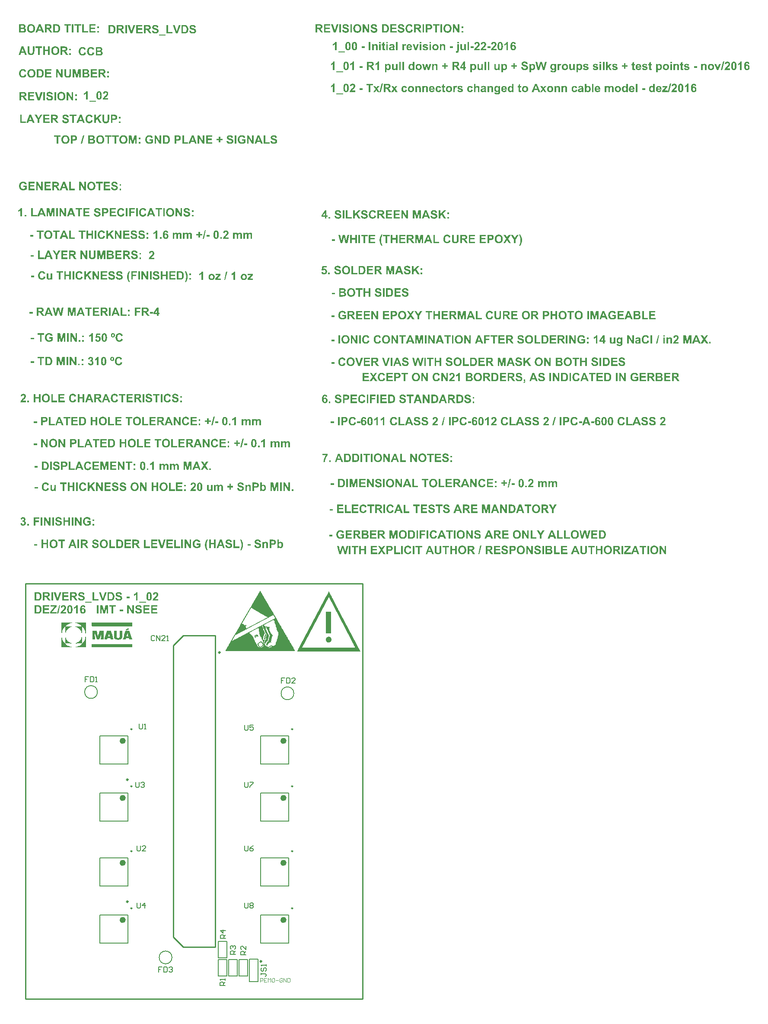
<source format=gto>
G04 Layer_Color=65535*
%FSLAX25Y25*%
%MOIN*%
G70*
G01*
G75*
%ADD17C,0.01000*%
%ADD19C,0.02500*%
%ADD20C,0.01200*%
%ADD33C,0.00500*%
%ADD34C,0.02362*%
%ADD35C,0.00984*%
%ADD36C,0.00300*%
%ADD37C,0.00787*%
%ADD38C,0.00600*%
%ADD39C,0.00400*%
%ADD40R,0.00200X0.00100*%
%ADD41R,0.00400X0.00100*%
%ADD42R,0.00500X0.00100*%
%ADD43R,0.00600X0.00100*%
%ADD44R,0.00700X0.00100*%
%ADD45R,0.00900X0.00100*%
%ADD46R,0.01000X0.00100*%
%ADD47R,0.01100X0.00100*%
%ADD48R,0.01200X0.00100*%
%ADD49R,0.01300X0.00100*%
%ADD50R,0.01500X0.00100*%
%ADD51R,0.01600X0.00100*%
%ADD52R,0.01700X0.00100*%
%ADD53R,0.01800X0.00100*%
%ADD54R,0.01900X0.00100*%
%ADD55R,0.02000X0.00100*%
%ADD56R,0.02100X0.00100*%
%ADD57R,0.02300X0.00100*%
%ADD58R,0.02400X0.00100*%
%ADD59R,0.02500X0.00100*%
%ADD60R,0.02600X0.00100*%
%ADD61R,0.02700X0.00100*%
%ADD62R,0.02900X0.00100*%
%ADD63R,0.03100X0.00100*%
%ADD64R,0.03200X0.00100*%
%ADD65R,0.03300X0.00100*%
%ADD66R,0.03400X0.00100*%
%ADD67R,0.03500X0.00100*%
%ADD68R,0.03700X0.00100*%
%ADD69R,0.03800X0.00100*%
%ADD70R,0.03900X0.00100*%
%ADD71R,0.04000X0.00100*%
%ADD72R,0.04100X0.00100*%
%ADD73R,0.04200X0.00100*%
%ADD74R,0.04300X0.00100*%
%ADD75R,0.04500X0.00100*%
%ADD76R,0.04600X0.00100*%
%ADD77R,0.04700X0.00100*%
%ADD78R,0.04800X0.00100*%
%ADD79R,0.04900X0.00100*%
%ADD80R,0.05100X0.00100*%
%ADD81R,0.05200X0.00100*%
%ADD82R,0.05300X0.00100*%
%ADD83R,0.05400X0.00100*%
%ADD84R,0.05500X0.00100*%
%ADD85R,0.05600X0.00100*%
%ADD86R,0.05700X0.00100*%
%ADD87R,0.05900X0.00100*%
%ADD88R,0.06000X0.00100*%
%ADD89R,0.06100X0.00100*%
%ADD90R,0.06200X0.00100*%
%ADD91R,0.06300X0.00100*%
%ADD92R,0.06400X0.00100*%
%ADD93R,0.06500X0.00100*%
%ADD94R,0.06700X0.00100*%
%ADD95R,0.06800X0.00100*%
%ADD96R,0.06900X0.00100*%
%ADD97R,0.07000X0.00100*%
%ADD98R,0.07100X0.00100*%
%ADD99R,0.07300X0.00100*%
%ADD100R,0.07400X0.00100*%
%ADD101R,0.07500X0.00100*%
%ADD102R,0.07600X0.00100*%
%ADD103R,0.07700X0.00100*%
%ADD104R,0.07800X0.00100*%
%ADD105R,0.07900X0.00100*%
%ADD106R,0.08100X0.00100*%
%ADD107R,0.08200X0.00100*%
%ADD108R,0.08300X0.00100*%
%ADD109R,0.08400X0.00100*%
%ADD110R,0.08500X0.00100*%
%ADD111R,0.08700X0.00100*%
%ADD112R,0.08900X0.00100*%
%ADD113R,0.09000X0.00100*%
%ADD114R,0.09100X0.00100*%
%ADD115R,0.09200X0.00100*%
%ADD116R,0.09300X0.00100*%
%ADD117R,0.09500X0.00100*%
%ADD118R,0.09600X0.00100*%
%ADD119R,0.09700X0.00100*%
%ADD120R,0.09800X0.00100*%
%ADD121R,0.09900X0.00100*%
%ADD122R,0.10000X0.00100*%
%ADD123R,0.10100X0.00100*%
%ADD124R,0.10300X0.00100*%
%ADD125R,0.10400X0.00100*%
%ADD126R,0.10500X0.00100*%
%ADD127R,0.10600X0.00100*%
%ADD128R,0.10700X0.00100*%
%ADD129R,0.10900X0.00100*%
%ADD130R,0.11000X0.00100*%
%ADD131R,0.11100X0.00100*%
%ADD132R,0.11200X0.00100*%
%ADD133R,0.11300X0.00100*%
%ADD134R,0.11400X0.00100*%
%ADD135R,0.11500X0.00100*%
%ADD136R,0.11700X0.00100*%
%ADD137R,0.11800X0.00100*%
%ADD138R,0.11900X0.00100*%
%ADD139R,0.12000X0.00100*%
%ADD140R,0.12100X0.00100*%
%ADD141R,0.12200X0.00100*%
%ADD142R,0.12300X0.00100*%
%ADD143R,0.12500X0.00100*%
%ADD144R,0.12600X0.00100*%
%ADD145R,0.12700X0.00100*%
%ADD146R,0.12800X0.00100*%
%ADD147R,0.12900X0.00100*%
%ADD148R,0.13100X0.00100*%
%ADD149R,0.13200X0.00100*%
%ADD150R,0.13300X0.00100*%
%ADD151R,0.13400X0.00100*%
%ADD152R,0.13500X0.00100*%
%ADD153R,0.13600X0.00100*%
%ADD154R,0.13700X0.00100*%
%ADD155R,0.13900X0.00100*%
%ADD156R,0.14000X0.00100*%
%ADD157R,0.14100X0.00100*%
%ADD158R,0.14200X0.00100*%
%ADD159R,0.14300X0.00100*%
%ADD160R,0.14500X0.00100*%
%ADD161R,0.14700X0.00100*%
%ADD162R,0.14800X0.00100*%
%ADD163R,0.14900X0.00100*%
%ADD164R,0.14400X0.00100*%
%ADD165R,0.00300X0.00100*%
%ADD166R,0.13800X0.00100*%
%ADD167R,0.13000X0.00100*%
%ADD168R,0.10200X0.00100*%
%ADD169R,0.08800X0.00100*%
%ADD170R,0.08600X0.00100*%
%ADD171R,0.07200X0.00100*%
%ADD172R,0.00800X0.00100*%
%ADD173R,0.01400X0.00100*%
%ADD174R,0.02800X0.00100*%
%ADD175R,0.03000X0.00100*%
%ADD176R,0.03600X0.00100*%
%ADD177R,0.00100X0.00100*%
%ADD178R,0.02200X0.00100*%
%ADD179R,0.05800X0.00100*%
%ADD180R,0.06600X0.00100*%
%ADD181R,0.04400X0.00100*%
%ADD182R,0.08000X0.00100*%
%ADD183R,0.12400X0.00100*%
%ADD184R,0.15000X0.00100*%
%ADD185R,0.15300X0.00100*%
%ADD186R,0.15500X0.00100*%
%ADD187R,0.15700X0.00100*%
%ADD188R,0.15900X0.00100*%
%ADD189R,0.16200X0.00100*%
%ADD190R,0.16400X0.00100*%
%ADD191R,0.16700X0.00100*%
%ADD192R,0.16900X0.00100*%
%ADD193R,0.17200X0.00100*%
%ADD194R,0.17400X0.00100*%
%ADD195R,0.17700X0.00100*%
%ADD196R,0.17800X0.00100*%
%ADD197R,0.18100X0.00100*%
%ADD198R,0.18700X0.00100*%
%ADD199R,0.18800X0.00100*%
%ADD200R,0.19000X0.00100*%
%ADD201R,0.19100X0.00100*%
%ADD202R,0.19200X0.00100*%
%ADD203R,0.19300X0.00100*%
%ADD204R,0.19400X0.00100*%
%ADD205R,0.19600X0.00100*%
%ADD206R,0.10800X0.00100*%
%ADD207R,0.19800X0.00100*%
%ADD208R,0.19900X0.00100*%
%ADD209R,0.20000X0.00100*%
%ADD210R,0.20200X0.00100*%
%ADD211R,0.20400X0.00100*%
%ADD212R,0.11600X0.00100*%
%ADD213R,0.20600X0.00100*%
%ADD214R,0.20800X0.00100*%
%ADD215R,0.21000X0.00100*%
%ADD216R,0.21200X0.00100*%
%ADD217R,0.21300X0.00100*%
%ADD218R,0.21400X0.00100*%
%ADD219R,0.21500X0.00100*%
%ADD220R,0.21600X0.00100*%
%ADD221R,0.21700X0.00100*%
%ADD222R,0.21800X0.00100*%
%ADD223R,0.21900X0.00100*%
%ADD224R,0.22100X0.00100*%
%ADD225R,0.22300X0.00100*%
%ADD226R,0.22500X0.00100*%
%ADD227R,0.22700X0.00100*%
%ADD228R,0.22800X0.00100*%
%ADD229R,0.22900X0.00100*%
%ADD230R,0.23000X0.00100*%
%ADD231R,0.23200X0.00100*%
%ADD232R,0.15800X0.00100*%
%ADD233R,0.23300X0.00100*%
%ADD234R,0.16100X0.00100*%
%ADD235R,0.23500X0.00100*%
%ADD236R,0.16300X0.00100*%
%ADD237R,0.23700X0.00100*%
%ADD238R,0.16600X0.00100*%
%ADD239R,0.23800X0.00100*%
%ADD240R,0.16800X0.00100*%
%ADD241R,0.24000X0.00100*%
%ADD242R,0.24200X0.00100*%
%ADD243R,0.24500X0.00100*%
%ADD244R,0.24700X0.00100*%
%ADD245R,0.18000X0.00100*%
%ADD246R,0.25100X0.00100*%
%ADD247R,0.18200X0.00100*%
%ADD248R,0.31800X0.00100*%
%ADD249R,0.18500X0.00100*%
%ADD250R,0.32000X0.00100*%
%ADD251R,0.32200X0.00100*%
%ADD252R,0.51300X0.00100*%
%ADD253R,0.51500X0.00100*%
%ADD254R,0.51600X0.00100*%
%ADD255R,0.51700X0.00100*%
%ADD256R,0.51800X0.00100*%
%ADD257R,0.51900X0.00100*%
%ADD258R,0.52000X0.00100*%
%ADD259R,0.52100X0.00100*%
%ADD260R,0.52300X0.00100*%
%ADD261R,0.52400X0.00100*%
%ADD262R,0.52500X0.00100*%
%ADD263R,0.52600X0.00100*%
%ADD264R,0.52700X0.00100*%
%ADD265R,0.52800X0.00100*%
%ADD266R,0.52900X0.00100*%
%ADD267R,0.53100X0.00100*%
%ADD268R,0.53200X0.00100*%
%ADD269R,0.53300X0.00100*%
%ADD270R,0.53400X0.00100*%
%ADD271R,0.04100X0.16800*%
%ADD272R,0.46400X0.00100*%
%ADD273R,0.46500X0.00100*%
%ADD274R,0.46600X0.00100*%
%ADD275R,0.46700X0.00100*%
%ADD276R,0.46800X0.00100*%
%ADD277R,0.46900X0.00100*%
%ADD278R,0.47000X0.00100*%
%ADD279R,0.47200X0.00100*%
%ADD280R,0.47400X0.00100*%
%ADD281R,0.47600X0.00100*%
%ADD282R,0.47800X0.00100*%
%ADD283R,0.47900X0.00100*%
G36*
X289745Y751112D02*
X289847Y751103D01*
X289967Y751093D01*
X290087Y751075D01*
X290226Y751056D01*
X290522Y750992D01*
X290670Y750946D01*
X290818Y750899D01*
X290966Y750835D01*
X291105Y750761D01*
X291234Y750677D01*
X291354Y750585D01*
X291364Y750575D01*
X291382Y750557D01*
X291410Y750529D01*
X291447Y750492D01*
X291493Y750437D01*
X291549Y750372D01*
X291604Y750298D01*
X291669Y750215D01*
X291724Y750113D01*
X291780Y750011D01*
X291835Y749891D01*
X291882Y749761D01*
X291928Y749632D01*
X291965Y749484D01*
X291993Y749336D01*
X292002Y749169D01*
X290707Y749123D01*
Y749132D01*
Y749142D01*
X290688Y749206D01*
X290670Y749290D01*
X290633Y749392D01*
X290587Y749512D01*
X290522Y749623D01*
X290439Y749734D01*
X290346Y749826D01*
X290337Y749835D01*
X290300Y749863D01*
X290235Y749900D01*
X290143Y749937D01*
X290032Y749974D01*
X289893Y750011D01*
X289726Y750039D01*
X289532Y750048D01*
X289440D01*
X289338Y750039D01*
X289218Y750021D01*
X289079Y749993D01*
X288931Y749946D01*
X288792Y749891D01*
X288663Y749808D01*
X288653Y749798D01*
X288635Y749780D01*
X288598Y749752D01*
X288561Y749706D01*
X288524Y749650D01*
X288487Y749577D01*
X288469Y749503D01*
X288459Y749410D01*
Y749401D01*
Y749373D01*
X288469Y749327D01*
X288487Y749281D01*
X288506Y749216D01*
X288533Y749151D01*
X288580Y749086D01*
X288644Y749021D01*
X288653Y749012D01*
X288700Y748984D01*
X288727Y748966D01*
X288774Y748947D01*
X288820Y748920D01*
X288885Y748892D01*
X288959Y748864D01*
X289042Y748827D01*
X289144Y748790D01*
X289246Y748753D01*
X289375Y748716D01*
X289514Y748679D01*
X289662Y748642D01*
X289828Y748596D01*
X289838D01*
X289875Y748587D01*
X289921Y748577D01*
X289985Y748559D01*
X290059Y748540D01*
X290152Y748513D01*
X290254Y748485D01*
X290355Y748457D01*
X290578Y748383D01*
X290809Y748309D01*
X291031Y748226D01*
X291123Y748180D01*
X291216Y748134D01*
X291225D01*
X291234Y748124D01*
X291290Y748087D01*
X291373Y748032D01*
X291475Y747958D01*
X291586Y747865D01*
X291706Y747754D01*
X291826Y747625D01*
X291928Y747477D01*
X291937Y747458D01*
X291965Y747403D01*
X292011Y747320D01*
X292057Y747199D01*
X292104Y747051D01*
X292150Y746875D01*
X292178Y746681D01*
X292187Y746459D01*
Y746450D01*
Y746431D01*
Y746404D01*
Y746367D01*
X292178Y746320D01*
X292168Y746256D01*
X292150Y746126D01*
X292113Y745960D01*
X292057Y745784D01*
X291974Y745608D01*
X291873Y745423D01*
Y745414D01*
X291854Y745405D01*
X291817Y745349D01*
X291743Y745257D01*
X291651Y745155D01*
X291530Y745035D01*
X291373Y744924D01*
X291207Y744813D01*
X291003Y744711D01*
X290994D01*
X290975Y744702D01*
X290948Y744693D01*
X290901Y744674D01*
X290846Y744656D01*
X290781Y744637D01*
X290707Y744619D01*
X290624Y744600D01*
X290522Y744572D01*
X290420Y744554D01*
X290180Y744517D01*
X289912Y744489D01*
X289616Y744480D01*
X289495D01*
X289412Y744489D01*
X289310Y744498D01*
X289199Y744508D01*
X289070Y744526D01*
X288931Y744554D01*
X288626Y744619D01*
X288469Y744665D01*
X288320Y744711D01*
X288163Y744776D01*
X288015Y744850D01*
X287877Y744933D01*
X287747Y745035D01*
X287738Y745044D01*
X287719Y745062D01*
X287682Y745090D01*
X287645Y745136D01*
X287590Y745201D01*
X287534Y745275D01*
X287470Y745359D01*
X287405Y745451D01*
X287340Y745562D01*
X287275Y745682D01*
X287210Y745821D01*
X287146Y745969D01*
X287100Y746126D01*
X287044Y746302D01*
X287007Y746487D01*
X286979Y746681D01*
X288237Y746802D01*
Y746792D01*
X288246Y746774D01*
Y746737D01*
X288256Y746700D01*
X288293Y746589D01*
X288339Y746450D01*
X288394Y746293D01*
X288478Y746136D01*
X288570Y745997D01*
X288690Y745867D01*
X288709Y745858D01*
X288755Y745821D01*
X288829Y745775D01*
X288940Y745719D01*
X289079Y745664D01*
X289236Y745617D01*
X289421Y745580D01*
X289634Y745571D01*
X289736D01*
X289847Y745590D01*
X289985Y745608D01*
X290134Y745636D01*
X290291Y745682D01*
X290439Y745747D01*
X290568Y745830D01*
X290587Y745840D01*
X290624Y745877D01*
X290670Y745932D01*
X290735Y746006D01*
X290790Y746099D01*
X290846Y746209D01*
X290883Y746320D01*
X290892Y746450D01*
Y746459D01*
Y746487D01*
X290883Y746533D01*
X290874Y746589D01*
X290855Y746644D01*
X290837Y746709D01*
X290799Y746774D01*
X290753Y746839D01*
X290744Y746848D01*
X290725Y746866D01*
X290698Y746894D01*
X290651Y746931D01*
X290587Y746977D01*
X290504Y747023D01*
X290411Y747070D01*
X290291Y747116D01*
X290282D01*
X290245Y747134D01*
X290180Y747153D01*
X290134Y747171D01*
X290078Y747181D01*
X290013Y747199D01*
X289939Y747227D01*
X289856Y747246D01*
X289763Y747273D01*
X289652Y747301D01*
X289532Y747329D01*
X289403Y747366D01*
X289255Y747403D01*
X289246D01*
X289209Y747412D01*
X289153Y747431D01*
X289088Y747449D01*
X289005Y747477D01*
X288903Y747505D01*
X288802Y747542D01*
X288681Y747578D01*
X288441Y747671D01*
X288210Y747782D01*
X288089Y747837D01*
X287987Y747902D01*
X287886Y747967D01*
X287803Y748032D01*
X287793Y748041D01*
X287775Y748060D01*
X287747Y748087D01*
X287710Y748124D01*
X287664Y748180D01*
X287617Y748244D01*
X287562Y748309D01*
X287516Y748392D01*
X287405Y748587D01*
X287312Y748809D01*
X287275Y748929D01*
X287247Y749049D01*
X287229Y749188D01*
X287220Y749327D01*
Y749336D01*
Y749345D01*
Y749373D01*
Y749410D01*
X287238Y749503D01*
X287257Y749623D01*
X287284Y749761D01*
X287331Y749919D01*
X287396Y750085D01*
X287488Y750243D01*
Y750252D01*
X287497Y750261D01*
X287544Y750316D01*
X287599Y750390D01*
X287691Y750483D01*
X287803Y750585D01*
X287941Y750696D01*
X288099Y750798D01*
X288283Y750890D01*
X288293D01*
X288311Y750899D01*
X288339Y750909D01*
X288376Y750927D01*
X288432Y750946D01*
X288487Y750964D01*
X288561Y750983D01*
X288644Y751010D01*
X288829Y751047D01*
X289042Y751084D01*
X289282Y751112D01*
X289551Y751121D01*
X289662D01*
X289745Y751112D01*
D02*
G37*
G36*
X268868D02*
X268969Y751103D01*
X269090Y751093D01*
X269210Y751075D01*
X269349Y751056D01*
X269645Y750992D01*
X269793Y750946D01*
X269941Y750899D01*
X270089Y750835D01*
X270228Y750761D01*
X270357Y750677D01*
X270477Y750585D01*
X270486Y750575D01*
X270505Y750557D01*
X270533Y750529D01*
X270570Y750492D01*
X270616Y750437D01*
X270672Y750372D01*
X270727Y750298D01*
X270792Y750215D01*
X270847Y750113D01*
X270903Y750011D01*
X270958Y749891D01*
X271005Y749761D01*
X271051Y749632D01*
X271088Y749484D01*
X271115Y749336D01*
X271125Y749169D01*
X269830Y749123D01*
Y749132D01*
Y749142D01*
X269811Y749206D01*
X269793Y749290D01*
X269756Y749392D01*
X269709Y749512D01*
X269645Y749623D01*
X269562Y749734D01*
X269469Y749826D01*
X269460Y749835D01*
X269423Y749863D01*
X269358Y749900D01*
X269266Y749937D01*
X269155Y749974D01*
X269016Y750011D01*
X268849Y750039D01*
X268655Y750048D01*
X268563D01*
X268461Y750039D01*
X268340Y750021D01*
X268202Y749993D01*
X268054Y749946D01*
X267915Y749891D01*
X267786Y749808D01*
X267776Y749798D01*
X267758Y749780D01*
X267721Y749752D01*
X267684Y749706D01*
X267647Y749650D01*
X267610Y749577D01*
X267591Y749503D01*
X267582Y749410D01*
Y749401D01*
Y749373D01*
X267591Y749327D01*
X267610Y749281D01*
X267628Y749216D01*
X267656Y749151D01*
X267702Y749086D01*
X267767Y749021D01*
X267776Y749012D01*
X267823Y748984D01*
X267850Y748966D01*
X267897Y748947D01*
X267943Y748920D01*
X268007Y748892D01*
X268081Y748864D01*
X268165Y748827D01*
X268267Y748790D01*
X268368Y748753D01*
X268498Y748716D01*
X268636Y748679D01*
X268784Y748642D01*
X268951Y748596D01*
X268960D01*
X268997Y748587D01*
X269043Y748577D01*
X269108Y748559D01*
X269182Y748540D01*
X269275Y748513D01*
X269376Y748485D01*
X269478Y748457D01*
X269700Y748383D01*
X269932Y748309D01*
X270153Y748226D01*
X270246Y748180D01*
X270339Y748134D01*
X270348D01*
X270357Y748124D01*
X270412Y748087D01*
X270496Y748032D01*
X270598Y747958D01*
X270708Y747865D01*
X270829Y747754D01*
X270949Y747625D01*
X271051Y747477D01*
X271060Y747458D01*
X271088Y747403D01*
X271134Y747320D01*
X271180Y747199D01*
X271227Y747051D01*
X271273Y746875D01*
X271301Y746681D01*
X271310Y746459D01*
Y746450D01*
Y746431D01*
Y746404D01*
Y746367D01*
X271301Y746320D01*
X271291Y746256D01*
X271273Y746126D01*
X271236Y745960D01*
X271180Y745784D01*
X271097Y745608D01*
X270995Y745423D01*
Y745414D01*
X270977Y745405D01*
X270940Y745349D01*
X270866Y745257D01*
X270773Y745155D01*
X270653Y745035D01*
X270496Y744924D01*
X270329Y744813D01*
X270126Y744711D01*
X270116D01*
X270098Y744702D01*
X270070Y744693D01*
X270024Y744674D01*
X269969Y744656D01*
X269904Y744637D01*
X269830Y744619D01*
X269746Y744600D01*
X269645Y744572D01*
X269543Y744554D01*
X269303Y744517D01*
X269034Y744489D01*
X268738Y744480D01*
X268618D01*
X268535Y744489D01*
X268433Y744498D01*
X268322Y744508D01*
X268193Y744526D01*
X268054Y744554D01*
X267748Y744619D01*
X267591Y744665D01*
X267443Y744711D01*
X267286Y744776D01*
X267138Y744850D01*
X266999Y744933D01*
X266870Y745035D01*
X266861Y745044D01*
X266842Y745062D01*
X266805Y745090D01*
X266768Y745136D01*
X266712Y745201D01*
X266657Y745275D01*
X266592Y745359D01*
X266528Y745451D01*
X266463Y745562D01*
X266398Y745682D01*
X266333Y745821D01*
X266268Y745969D01*
X266222Y746126D01*
X266167Y746302D01*
X266130Y746487D01*
X266102Y746681D01*
X267360Y746802D01*
Y746792D01*
X267369Y746774D01*
Y746737D01*
X267378Y746700D01*
X267415Y746589D01*
X267462Y746450D01*
X267517Y746293D01*
X267600Y746136D01*
X267693Y745997D01*
X267813Y745867D01*
X267832Y745858D01*
X267878Y745821D01*
X267952Y745775D01*
X268063Y745719D01*
X268202Y745664D01*
X268359Y745617D01*
X268544Y745580D01*
X268757Y745571D01*
X268859D01*
X268969Y745590D01*
X269108Y745608D01*
X269256Y745636D01*
X269413Y745682D01*
X269562Y745747D01*
X269691Y745830D01*
X269709Y745840D01*
X269746Y745877D01*
X269793Y745932D01*
X269858Y746006D01*
X269913Y746099D01*
X269969Y746209D01*
X270005Y746320D01*
X270015Y746450D01*
Y746459D01*
Y746487D01*
X270005Y746533D01*
X269996Y746589D01*
X269978Y746644D01*
X269959Y746709D01*
X269922Y746774D01*
X269876Y746839D01*
X269867Y746848D01*
X269848Y746866D01*
X269820Y746894D01*
X269774Y746931D01*
X269709Y746977D01*
X269626Y747023D01*
X269534Y747070D01*
X269413Y747116D01*
X269404D01*
X269367Y747134D01*
X269303Y747153D01*
X269256Y747171D01*
X269201Y747181D01*
X269136Y747199D01*
X269062Y747227D01*
X268979Y747246D01*
X268886Y747273D01*
X268775Y747301D01*
X268655Y747329D01*
X268526Y747366D01*
X268377Y747403D01*
X268368D01*
X268331Y747412D01*
X268276Y747431D01*
X268211Y747449D01*
X268128Y747477D01*
X268026Y747505D01*
X267924Y747542D01*
X267804Y747578D01*
X267564Y747671D01*
X267332Y747782D01*
X267212Y747837D01*
X267110Y747902D01*
X267008Y747967D01*
X266925Y748032D01*
X266916Y748041D01*
X266898Y748060D01*
X266870Y748087D01*
X266833Y748124D01*
X266787Y748180D01*
X266740Y748244D01*
X266685Y748309D01*
X266638Y748392D01*
X266528Y748587D01*
X266435Y748809D01*
X266398Y748929D01*
X266370Y749049D01*
X266352Y749188D01*
X266342Y749327D01*
Y749336D01*
Y749345D01*
Y749373D01*
Y749410D01*
X266361Y749503D01*
X266379Y749623D01*
X266407Y749761D01*
X266454Y749919D01*
X266518Y750085D01*
X266611Y750243D01*
Y750252D01*
X266620Y750261D01*
X266666Y750316D01*
X266722Y750390D01*
X266814Y750483D01*
X266925Y750585D01*
X267064Y750696D01*
X267221Y750798D01*
X267406Y750890D01*
X267415D01*
X267434Y750899D01*
X267462Y750909D01*
X267499Y750927D01*
X267554Y750946D01*
X267610Y750964D01*
X267684Y750983D01*
X267767Y751010D01*
X267952Y751047D01*
X268165Y751084D01*
X268405Y751112D01*
X268673Y751121D01*
X268784D01*
X268868Y751112D01*
D02*
G37*
G36*
X247001D02*
X247102Y751103D01*
X247223Y751093D01*
X247343Y751075D01*
X247482Y751056D01*
X247778Y750992D01*
X247926Y750946D01*
X248074Y750899D01*
X248222Y750835D01*
X248360Y750761D01*
X248490Y750677D01*
X248610Y750585D01*
X248620Y750575D01*
X248638Y750557D01*
X248666Y750529D01*
X248703Y750492D01*
X248749Y750437D01*
X248804Y750372D01*
X248860Y750298D01*
X248925Y750215D01*
X248980Y750113D01*
X249036Y750011D01*
X249091Y749891D01*
X249137Y749761D01*
X249184Y749632D01*
X249221Y749484D01*
X249249Y749336D01*
X249258Y749169D01*
X247963Y749123D01*
Y749132D01*
Y749142D01*
X247944Y749206D01*
X247926Y749290D01*
X247889Y749392D01*
X247843Y749512D01*
X247778Y749623D01*
X247694Y749734D01*
X247602Y749826D01*
X247593Y749835D01*
X247556Y749863D01*
X247491Y749900D01*
X247398Y749937D01*
X247288Y749974D01*
X247149Y750011D01*
X246982Y750039D01*
X246788Y750048D01*
X246695D01*
X246594Y750039D01*
X246474Y750021D01*
X246335Y749993D01*
X246187Y749946D01*
X246048Y749891D01*
X245918Y749808D01*
X245909Y749798D01*
X245891Y749780D01*
X245854Y749752D01*
X245817Y749706D01*
X245780Y749650D01*
X245743Y749577D01*
X245724Y749503D01*
X245715Y749410D01*
Y749401D01*
Y749373D01*
X245724Y749327D01*
X245743Y749281D01*
X245761Y749216D01*
X245789Y749151D01*
X245835Y749086D01*
X245900Y749021D01*
X245909Y749012D01*
X245955Y748984D01*
X245983Y748966D01*
X246029Y748947D01*
X246076Y748920D01*
X246141Y748892D01*
X246215Y748864D01*
X246298Y748827D01*
X246399Y748790D01*
X246501Y748753D01*
X246631Y748716D01*
X246769Y748679D01*
X246918Y748642D01*
X247084Y748596D01*
X247093D01*
X247130Y748587D01*
X247177Y748577D01*
X247241Y748559D01*
X247315Y748540D01*
X247408Y748513D01*
X247510Y748485D01*
X247611Y748457D01*
X247833Y748383D01*
X248064Y748309D01*
X248287Y748226D01*
X248379Y748180D01*
X248471Y748134D01*
X248481D01*
X248490Y748124D01*
X248546Y748087D01*
X248629Y748032D01*
X248730Y747958D01*
X248842Y747865D01*
X248962Y747754D01*
X249082Y747625D01*
X249184Y747477D01*
X249193Y747458D01*
X249221Y747403D01*
X249267Y747320D01*
X249313Y747199D01*
X249359Y747051D01*
X249406Y746875D01*
X249433Y746681D01*
X249443Y746459D01*
Y746450D01*
Y746431D01*
Y746404D01*
Y746367D01*
X249433Y746320D01*
X249424Y746256D01*
X249406Y746126D01*
X249369Y745960D01*
X249313Y745784D01*
X249230Y745608D01*
X249128Y745423D01*
Y745414D01*
X249110Y745405D01*
X249073Y745349D01*
X248999Y745257D01*
X248906Y745155D01*
X248786Y745035D01*
X248629Y744924D01*
X248462Y744813D01*
X248259Y744711D01*
X248250D01*
X248231Y744702D01*
X248203Y744693D01*
X248157Y744674D01*
X248101Y744656D01*
X248037Y744637D01*
X247963Y744619D01*
X247880Y744600D01*
X247778Y744572D01*
X247676Y744554D01*
X247435Y744517D01*
X247167Y744489D01*
X246871Y744480D01*
X246751D01*
X246668Y744489D01*
X246566Y744498D01*
X246455Y744508D01*
X246325Y744526D01*
X246187Y744554D01*
X245882Y744619D01*
X245724Y744665D01*
X245576Y744711D01*
X245419Y744776D01*
X245271Y744850D01*
X245132Y744933D01*
X245003Y745035D01*
X244993Y745044D01*
X244975Y745062D01*
X244938Y745090D01*
X244901Y745136D01*
X244846Y745201D01*
X244790Y745275D01*
X244725Y745359D01*
X244660Y745451D01*
X244596Y745562D01*
X244531Y745682D01*
X244466Y745821D01*
X244402Y745969D01*
X244355Y746126D01*
X244300Y746302D01*
X244263Y746487D01*
X244235Y746681D01*
X245493Y746802D01*
Y746792D01*
X245502Y746774D01*
Y746737D01*
X245512Y746700D01*
X245549Y746589D01*
X245595Y746450D01*
X245650Y746293D01*
X245733Y746136D01*
X245826Y745997D01*
X245946Y745867D01*
X245965Y745858D01*
X246011Y745821D01*
X246085Y745775D01*
X246196Y745719D01*
X246335Y745664D01*
X246492Y745617D01*
X246677Y745580D01*
X246890Y745571D01*
X246991D01*
X247102Y745590D01*
X247241Y745608D01*
X247389Y745636D01*
X247547Y745682D01*
X247694Y745747D01*
X247824Y745830D01*
X247843Y745840D01*
X247880Y745877D01*
X247926Y745932D01*
X247990Y746006D01*
X248046Y746099D01*
X248101Y746209D01*
X248138Y746320D01*
X248148Y746450D01*
Y746459D01*
Y746487D01*
X248138Y746533D01*
X248129Y746589D01*
X248111Y746644D01*
X248092Y746709D01*
X248055Y746774D01*
X248009Y746839D01*
X248000Y746848D01*
X247981Y746866D01*
X247954Y746894D01*
X247907Y746931D01*
X247843Y746977D01*
X247759Y747023D01*
X247667Y747070D01*
X247547Y747116D01*
X247537D01*
X247500Y747134D01*
X247435Y747153D01*
X247389Y747171D01*
X247334Y747181D01*
X247269Y747199D01*
X247195Y747227D01*
X247112Y747246D01*
X247019Y747273D01*
X246908Y747301D01*
X246788Y747329D01*
X246658Y747366D01*
X246511Y747403D01*
X246501D01*
X246464Y747412D01*
X246409Y747431D01*
X246344Y747449D01*
X246261Y747477D01*
X246159Y747505D01*
X246057Y747542D01*
X245937Y747578D01*
X245696Y747671D01*
X245465Y747782D01*
X245345Y747837D01*
X245243Y747902D01*
X245142Y747967D01*
X245058Y748032D01*
X245049Y748041D01*
X245030Y748060D01*
X245003Y748087D01*
X244966Y748124D01*
X244919Y748180D01*
X244873Y748244D01*
X244818Y748309D01*
X244772Y748392D01*
X244660Y748587D01*
X244568Y748809D01*
X244531Y748929D01*
X244503Y749049D01*
X244485Y749188D01*
X244476Y749327D01*
Y749336D01*
Y749345D01*
Y749373D01*
Y749410D01*
X244494Y749503D01*
X244513Y749623D01*
X244540Y749761D01*
X244586Y749919D01*
X244651Y750085D01*
X244744Y750243D01*
Y750252D01*
X244753Y750261D01*
X244799Y750316D01*
X244855Y750390D01*
X244947Y750483D01*
X245058Y750585D01*
X245197Y750696D01*
X245354Y750798D01*
X245539Y750890D01*
X245549D01*
X245567Y750899D01*
X245595Y750909D01*
X245632Y750927D01*
X245687Y750946D01*
X245743Y750964D01*
X245817Y750983D01*
X245900Y751010D01*
X246085Y751047D01*
X246298Y751084D01*
X246538Y751112D01*
X246807Y751121D01*
X246918D01*
X247001Y751112D01*
D02*
G37*
G36*
X296238D02*
X296340Y751103D01*
X296451Y751084D01*
X296581Y751066D01*
X296720Y751038D01*
X296867Y751001D01*
X297025Y750955D01*
X297182Y750899D01*
X297348Y750825D01*
X297506Y750751D01*
X297654Y750659D01*
X297811Y750548D01*
X297950Y750427D01*
X297959D01*
X297968Y750409D01*
X297996Y750381D01*
X298024Y750353D01*
X298061Y750307D01*
X298098Y750252D01*
X298200Y750122D01*
X298301Y749956D01*
X298412Y749752D01*
X298514Y749521D01*
X298606Y749253D01*
X297330Y748947D01*
Y748957D01*
X297321Y748966D01*
Y748994D01*
X297302Y749031D01*
X297274Y749114D01*
X297228Y749225D01*
X297164Y749355D01*
X297080Y749484D01*
X296969Y749614D01*
X296849Y749724D01*
X296831Y749734D01*
X296784Y749771D01*
X296710Y749817D01*
X296608Y749872D01*
X296479Y749928D01*
X296331Y749974D01*
X296164Y750011D01*
X295979Y750021D01*
X295915D01*
X295859Y750011D01*
X295804Y750002D01*
X295730Y749993D01*
X295572Y749956D01*
X295388Y749891D01*
X295193Y749798D01*
X295092Y749743D01*
X294999Y749678D01*
X294906Y749595D01*
X294823Y749503D01*
Y749493D01*
X294805Y749475D01*
X294786Y749447D01*
X294759Y749401D01*
X294722Y749345D01*
X294685Y749281D01*
X294648Y749197D01*
X294611Y749105D01*
X294564Y748994D01*
X294527Y748874D01*
X294490Y748735D01*
X294453Y748587D01*
X294426Y748420D01*
X294407Y748244D01*
X294398Y748050D01*
X294389Y747837D01*
Y747828D01*
Y747782D01*
Y747717D01*
X294398Y747643D01*
Y747542D01*
X294416Y747421D01*
X294426Y747301D01*
X294444Y747162D01*
X294499Y746875D01*
X294573Y746589D01*
X294620Y746450D01*
X294685Y746320D01*
X294749Y746200D01*
X294823Y746099D01*
X294832Y746089D01*
X294842Y746080D01*
X294869Y746052D01*
X294906Y746015D01*
X294999Y745941D01*
X295128Y745849D01*
X295286Y745747D01*
X295480Y745673D01*
X295702Y745608D01*
X295822Y745599D01*
X295952Y745590D01*
X295998D01*
X296035Y745599D01*
X296137Y745608D01*
X296257Y745627D01*
X296387Y745673D01*
X296534Y745728D01*
X296683Y745802D01*
X296831Y745914D01*
X296849Y745932D01*
X296895Y745978D01*
X296960Y746052D01*
X297034Y746163D01*
X297127Y746311D01*
X297210Y746487D01*
X297293Y746700D01*
X297367Y746949D01*
X298625Y746561D01*
Y746552D01*
X298616Y746515D01*
X298597Y746459D01*
X298569Y746385D01*
X298533Y746302D01*
X298496Y746200D01*
X298449Y746089D01*
X298394Y745969D01*
X298264Y745719D01*
X298098Y745460D01*
X297894Y745211D01*
X297783Y745099D01*
X297663Y744998D01*
X297654Y744988D01*
X297635Y744979D01*
X297598Y744951D01*
X297543Y744914D01*
X297478Y744877D01*
X297395Y744840D01*
X297302Y744794D01*
X297200Y744748D01*
X297080Y744693D01*
X296951Y744646D01*
X296812Y744609D01*
X296664Y744572D01*
X296507Y744535D01*
X296331Y744508D01*
X296155Y744498D01*
X295961Y744489D01*
X295905D01*
X295841Y744498D01*
X295748Y744508D01*
X295647Y744517D01*
X295517Y744535D01*
X295378Y744563D01*
X295221Y744600D01*
X295064Y744646D01*
X294897Y744702D01*
X294722Y744776D01*
X294546Y744859D01*
X294370Y744951D01*
X294194Y745072D01*
X294028Y745201D01*
X293870Y745359D01*
X293861Y745368D01*
X293833Y745396D01*
X293796Y745451D01*
X293741Y745516D01*
X293686Y745608D01*
X293612Y745710D01*
X293537Y745840D01*
X293463Y745988D01*
X293390Y746145D01*
X293316Y746320D01*
X293242Y746524D01*
X293186Y746737D01*
X293130Y746959D01*
X293093Y747208D01*
X293066Y747468D01*
X293057Y747745D01*
Y747754D01*
Y747763D01*
Y747819D01*
X293066Y747902D01*
Y748013D01*
X293084Y748143D01*
X293103Y748300D01*
X293121Y748466D01*
X293158Y748661D01*
X293204Y748855D01*
X293260Y749058D01*
X293325Y749262D01*
X293408Y749475D01*
X293500Y749678D01*
X293612Y749872D01*
X293732Y750058D01*
X293880Y750233D01*
X293889Y750243D01*
X293917Y750270D01*
X293963Y750316D01*
X294028Y750372D01*
X294111Y750437D01*
X294213Y750511D01*
X294324Y750594D01*
X294462Y750677D01*
X294611Y750761D01*
X294768Y750844D01*
X294953Y750918D01*
X295138Y750983D01*
X295351Y751038D01*
X295563Y751084D01*
X295804Y751112D01*
X296044Y751121D01*
X296155D01*
X296238Y751112D01*
D02*
G37*
G36*
X129046Y750512D02*
X129148Y750503D01*
X129268Y750493D01*
X129388Y750475D01*
X129527Y750456D01*
X129823Y750392D01*
X129971Y750346D01*
X130119Y750299D01*
X130267Y750235D01*
X130406Y750161D01*
X130535Y750077D01*
X130656Y749985D01*
X130665Y749975D01*
X130683Y749957D01*
X130711Y749929D01*
X130748Y749892D01*
X130794Y749837D01*
X130850Y749772D01*
X130905Y749698D01*
X130970Y749615D01*
X131026Y749513D01*
X131081Y749411D01*
X131137Y749291D01*
X131183Y749161D01*
X131229Y749032D01*
X131266Y748884D01*
X131294Y748736D01*
X131303Y748569D01*
X130008Y748523D01*
Y748532D01*
Y748542D01*
X129990Y748606D01*
X129971Y748690D01*
X129934Y748792D01*
X129888Y748912D01*
X129823Y749023D01*
X129740Y749134D01*
X129647Y749226D01*
X129638Y749235D01*
X129601Y749263D01*
X129536Y749300D01*
X129444Y749337D01*
X129333Y749374D01*
X129194Y749411D01*
X129027Y749439D01*
X128833Y749448D01*
X128741D01*
X128639Y749439D01*
X128519Y749420D01*
X128380Y749393D01*
X128232Y749346D01*
X128093Y749291D01*
X127964Y749208D01*
X127954Y749198D01*
X127936Y749180D01*
X127899Y749152D01*
X127862Y749106D01*
X127825Y749051D01*
X127788Y748977D01*
X127769Y748903D01*
X127760Y748810D01*
Y748801D01*
Y748773D01*
X127769Y748727D01*
X127788Y748680D01*
X127806Y748616D01*
X127834Y748551D01*
X127881Y748486D01*
X127945Y748421D01*
X127954Y748412D01*
X128001Y748385D01*
X128029Y748366D01*
X128075Y748348D01*
X128121Y748320D01*
X128186Y748292D01*
X128260Y748264D01*
X128343Y748227D01*
X128445Y748190D01*
X128547Y748153D01*
X128676Y748116D01*
X128815Y748079D01*
X128963Y748042D01*
X129129Y747996D01*
X129139D01*
X129175Y747987D01*
X129222Y747977D01*
X129287Y747959D01*
X129360Y747940D01*
X129453Y747913D01*
X129555Y747885D01*
X129657Y747857D01*
X129878Y747783D01*
X130110Y747709D01*
X130332Y747626D01*
X130424Y747580D01*
X130517Y747534D01*
X130526D01*
X130535Y747524D01*
X130591Y747487D01*
X130674Y747432D01*
X130776Y747358D01*
X130887Y747265D01*
X131007Y747154D01*
X131127Y747025D01*
X131229Y746877D01*
X131238Y746858D01*
X131266Y746803D01*
X131312Y746720D01*
X131359Y746599D01*
X131405Y746451D01*
X131451Y746276D01*
X131479Y746081D01*
X131488Y745859D01*
Y745850D01*
Y745831D01*
Y745804D01*
Y745767D01*
X131479Y745720D01*
X131470Y745656D01*
X131451Y745526D01*
X131414Y745360D01*
X131359Y745184D01*
X131275Y745008D01*
X131174Y744823D01*
Y744814D01*
X131155Y744805D01*
X131118Y744749D01*
X131044Y744657D01*
X130951Y744555D01*
X130831Y744435D01*
X130674Y744324D01*
X130508Y744213D01*
X130304Y744111D01*
X130295D01*
X130276Y744102D01*
X130248Y744093D01*
X130202Y744074D01*
X130147Y744056D01*
X130082Y744037D01*
X130008Y744019D01*
X129925Y744000D01*
X129823Y743972D01*
X129721Y743954D01*
X129481Y743917D01*
X129212Y743889D01*
X128917Y743880D01*
X128796D01*
X128713Y743889D01*
X128611Y743898D01*
X128500Y743907D01*
X128371Y743926D01*
X128232Y743954D01*
X127927Y744019D01*
X127769Y744065D01*
X127621Y744111D01*
X127464Y744176D01*
X127316Y744250D01*
X127178Y744333D01*
X127048Y744435D01*
X127039Y744444D01*
X127020Y744462D01*
X126983Y744490D01*
X126946Y744536D01*
X126891Y744601D01*
X126835Y744675D01*
X126770Y744759D01*
X126706Y744851D01*
X126641Y744962D01*
X126576Y745082D01*
X126512Y745221D01*
X126447Y745369D01*
X126400Y745526D01*
X126345Y745702D01*
X126308Y745887D01*
X126280Y746081D01*
X127538Y746202D01*
Y746192D01*
X127548Y746174D01*
Y746137D01*
X127557Y746100D01*
X127594Y745989D01*
X127640Y745850D01*
X127696Y745693D01*
X127779Y745536D01*
X127871Y745397D01*
X127991Y745267D01*
X128010Y745258D01*
X128056Y745221D01*
X128130Y745175D01*
X128241Y745119D01*
X128380Y745064D01*
X128537Y745017D01*
X128722Y744980D01*
X128935Y744971D01*
X129037D01*
X129148Y744990D01*
X129287Y745008D01*
X129435Y745036D01*
X129592Y745082D01*
X129740Y745147D01*
X129869Y745230D01*
X129888Y745239D01*
X129925Y745276D01*
X129971Y745332D01*
X130036Y745406D01*
X130091Y745499D01*
X130147Y745610D01*
X130184Y745720D01*
X130193Y745850D01*
Y745859D01*
Y745887D01*
X130184Y745933D01*
X130175Y745989D01*
X130156Y746044D01*
X130138Y746109D01*
X130101Y746174D01*
X130054Y746239D01*
X130045Y746248D01*
X130026Y746266D01*
X129999Y746294D01*
X129953Y746331D01*
X129888Y746377D01*
X129805Y746423D01*
X129712Y746470D01*
X129592Y746516D01*
X129583D01*
X129545Y746534D01*
X129481Y746553D01*
X129435Y746571D01*
X129379Y746581D01*
X129314Y746599D01*
X129240Y746627D01*
X129157Y746645D01*
X129065Y746673D01*
X128954Y746701D01*
X128833Y746729D01*
X128704Y746766D01*
X128556Y746803D01*
X128547D01*
X128509Y746812D01*
X128454Y746831D01*
X128389Y746849D01*
X128306Y746877D01*
X128204Y746905D01*
X128103Y746942D01*
X127982Y746979D01*
X127742Y747071D01*
X127510Y747182D01*
X127390Y747237D01*
X127288Y747302D01*
X127187Y747367D01*
X127103Y747432D01*
X127094Y747441D01*
X127076Y747460D01*
X127048Y747487D01*
X127011Y747524D01*
X126965Y747580D01*
X126918Y747645D01*
X126863Y747709D01*
X126817Y747792D01*
X126706Y747987D01*
X126613Y748209D01*
X126576Y748329D01*
X126549Y748449D01*
X126530Y748588D01*
X126521Y748727D01*
Y748736D01*
Y748745D01*
Y748773D01*
Y748810D01*
X126539Y748903D01*
X126558Y749023D01*
X126585Y749161D01*
X126632Y749319D01*
X126697Y749485D01*
X126789Y749643D01*
Y749652D01*
X126798Y749661D01*
X126845Y749717D01*
X126900Y749790D01*
X126992Y749883D01*
X127103Y749985D01*
X127242Y750096D01*
X127400Y750198D01*
X127585Y750290D01*
X127594D01*
X127612Y750299D01*
X127640Y750309D01*
X127677Y750327D01*
X127733Y750346D01*
X127788Y750364D01*
X127862Y750383D01*
X127945Y750410D01*
X128130Y750447D01*
X128343Y750484D01*
X128584Y750512D01*
X128852Y750521D01*
X128963D01*
X129046Y750512D01*
D02*
G37*
G36*
X100214D02*
X100315Y750503D01*
X100436Y750493D01*
X100556Y750475D01*
X100695Y750456D01*
X100991Y750392D01*
X101139Y750346D01*
X101287Y750299D01*
X101435Y750235D01*
X101574Y750161D01*
X101703Y750077D01*
X101823Y749985D01*
X101832Y749975D01*
X101851Y749957D01*
X101879Y749929D01*
X101916Y749892D01*
X101962Y749837D01*
X102017Y749772D01*
X102073Y749698D01*
X102138Y749615D01*
X102193Y749513D01*
X102249Y749411D01*
X102304Y749291D01*
X102350Y749161D01*
X102397Y749032D01*
X102434Y748884D01*
X102462Y748736D01*
X102471Y748569D01*
X101176Y748523D01*
Y748532D01*
Y748542D01*
X101157Y748606D01*
X101139Y748690D01*
X101102Y748792D01*
X101056Y748912D01*
X100991Y749023D01*
X100908Y749134D01*
X100815Y749226D01*
X100806Y749235D01*
X100769Y749263D01*
X100704Y749300D01*
X100611Y749337D01*
X100501Y749374D01*
X100362Y749411D01*
X100195Y749439D01*
X100001Y749448D01*
X99909D01*
X99807Y749439D01*
X99686Y749420D01*
X99548Y749393D01*
X99400Y749346D01*
X99261Y749291D01*
X99132Y749208D01*
X99122Y749198D01*
X99104Y749180D01*
X99067Y749152D01*
X99030Y749106D01*
X98993Y749051D01*
X98956Y748977D01*
X98937Y748903D01*
X98928Y748810D01*
Y748801D01*
Y748773D01*
X98937Y748727D01*
X98956Y748680D01*
X98974Y748616D01*
X99002Y748551D01*
X99048Y748486D01*
X99113Y748421D01*
X99122Y748412D01*
X99168Y748385D01*
X99196Y748366D01*
X99243Y748348D01*
X99289Y748320D01*
X99353Y748292D01*
X99427Y748264D01*
X99511Y748227D01*
X99612Y748190D01*
X99714Y748153D01*
X99844Y748116D01*
X99983Y748079D01*
X100130Y748042D01*
X100297Y747996D01*
X100306D01*
X100343Y747987D01*
X100390Y747977D01*
X100454Y747959D01*
X100528Y747940D01*
X100621Y747913D01*
X100723Y747885D01*
X100824Y747857D01*
X101046Y747783D01*
X101277Y747709D01*
X101499Y747626D01*
X101592Y747580D01*
X101684Y747534D01*
X101694D01*
X101703Y747524D01*
X101759Y747487D01*
X101842Y747432D01*
X101944Y747358D01*
X102055Y747265D01*
X102175Y747154D01*
X102295Y747025D01*
X102397Y746877D01*
X102406Y746858D01*
X102434Y746803D01*
X102480Y746720D01*
X102526Y746599D01*
X102573Y746451D01*
X102619Y746276D01*
X102647Y746081D01*
X102656Y745859D01*
Y745850D01*
Y745831D01*
Y745804D01*
Y745767D01*
X102647Y745720D01*
X102637Y745656D01*
X102619Y745526D01*
X102582Y745360D01*
X102526Y745184D01*
X102443Y745008D01*
X102341Y744823D01*
Y744814D01*
X102323Y744805D01*
X102286Y744749D01*
X102212Y744657D01*
X102119Y744555D01*
X101999Y744435D01*
X101842Y744324D01*
X101675Y744213D01*
X101472Y744111D01*
X101462D01*
X101444Y744102D01*
X101416Y744093D01*
X101370Y744074D01*
X101314Y744056D01*
X101250Y744037D01*
X101176Y744019D01*
X101093Y744000D01*
X100991Y743972D01*
X100889Y743954D01*
X100648Y743917D01*
X100380Y743889D01*
X100084Y743880D01*
X99964D01*
X99881Y743889D01*
X99779Y743898D01*
X99668Y743907D01*
X99538Y743926D01*
X99400Y743954D01*
X99094Y744019D01*
X98937Y744065D01*
X98789Y744111D01*
X98632Y744176D01*
X98484Y744250D01*
X98345Y744333D01*
X98216Y744435D01*
X98207Y744444D01*
X98188Y744462D01*
X98151Y744490D01*
X98114Y744536D01*
X98058Y744601D01*
X98003Y744675D01*
X97938Y744759D01*
X97874Y744851D01*
X97809Y744962D01*
X97744Y745082D01*
X97679Y745221D01*
X97615Y745369D01*
X97568Y745526D01*
X97513Y745702D01*
X97476Y745887D01*
X97448Y746081D01*
X98706Y746202D01*
Y746192D01*
X98715Y746174D01*
Y746137D01*
X98725Y746100D01*
X98761Y745989D01*
X98808Y745850D01*
X98863Y745693D01*
X98946Y745536D01*
X99039Y745397D01*
X99159Y745267D01*
X99178Y745258D01*
X99224Y745221D01*
X99298Y745175D01*
X99409Y745119D01*
X99548Y745064D01*
X99705Y745017D01*
X99890Y744980D01*
X100103Y744971D01*
X100205D01*
X100315Y744990D01*
X100454Y745008D01*
X100602Y745036D01*
X100759Y745082D01*
X100908Y745147D01*
X101037Y745230D01*
X101056Y745239D01*
X101093Y745276D01*
X101139Y745332D01*
X101204Y745406D01*
X101259Y745499D01*
X101314Y745610D01*
X101351Y745720D01*
X101361Y745850D01*
Y745859D01*
Y745887D01*
X101351Y745933D01*
X101342Y745989D01*
X101324Y746044D01*
X101305Y746109D01*
X101268Y746174D01*
X101222Y746239D01*
X101213Y746248D01*
X101194Y746266D01*
X101166Y746294D01*
X101120Y746331D01*
X101056Y746377D01*
X100972Y746423D01*
X100880Y746470D01*
X100759Y746516D01*
X100750D01*
X100713Y746534D01*
X100648Y746553D01*
X100602Y746571D01*
X100547Y746581D01*
X100482Y746599D01*
X100408Y746627D01*
X100325Y746645D01*
X100232Y746673D01*
X100121Y746701D01*
X100001Y746729D01*
X99871Y746766D01*
X99724Y746803D01*
X99714D01*
X99677Y746812D01*
X99622Y746831D01*
X99557Y746849D01*
X99474Y746877D01*
X99372Y746905D01*
X99270Y746942D01*
X99150Y746979D01*
X98909Y747071D01*
X98678Y747182D01*
X98558Y747237D01*
X98456Y747302D01*
X98355Y747367D01*
X98271Y747432D01*
X98262Y747441D01*
X98243Y747460D01*
X98216Y747487D01*
X98179Y747524D01*
X98132Y747580D01*
X98086Y747645D01*
X98031Y747709D01*
X97984Y747792D01*
X97874Y747987D01*
X97781Y748209D01*
X97744Y748329D01*
X97716Y748449D01*
X97698Y748588D01*
X97689Y748727D01*
Y748736D01*
Y748745D01*
Y748773D01*
Y748810D01*
X97707Y748903D01*
X97725Y749023D01*
X97753Y749161D01*
X97799Y749319D01*
X97864Y749485D01*
X97957Y749643D01*
Y749652D01*
X97966Y749661D01*
X98012Y749717D01*
X98068Y749790D01*
X98160Y749883D01*
X98271Y749985D01*
X98410Y750096D01*
X98567Y750198D01*
X98752Y750290D01*
X98761D01*
X98780Y750299D01*
X98808Y750309D01*
X98845Y750327D01*
X98900Y750346D01*
X98956Y750364D01*
X99030Y750383D01*
X99113Y750410D01*
X99298Y750447D01*
X99511Y750484D01*
X99751Y750512D01*
X100020Y750521D01*
X100130D01*
X100214Y750512D01*
D02*
G37*
G36*
X337466Y748013D02*
X336235D01*
Y749243D01*
X337466D01*
Y748013D01*
D02*
G37*
G36*
X56568D02*
X55338D01*
Y749243D01*
X56568D01*
Y748013D01*
D02*
G37*
G36*
X334654Y744600D02*
X333359D01*
X330760Y748818D01*
Y744600D01*
X329566D01*
Y751001D01*
X330815D01*
X333460Y746691D01*
Y751001D01*
X334654D01*
Y744600D01*
D02*
G37*
G36*
X265075D02*
X263780D01*
X261181Y748818D01*
Y744600D01*
X259988D01*
Y751001D01*
X261237D01*
X263882Y746691D01*
Y751001D01*
X265075D01*
Y744600D01*
D02*
G37*
G36*
X239157D02*
X237760D01*
X235466Y751001D01*
X236863D01*
X238491Y746265D01*
X240054Y751001D01*
X241432D01*
X239157Y744600D01*
D02*
G37*
G36*
X117234Y744000D02*
X115837D01*
X113543Y750401D01*
X114940D01*
X116568Y745665D01*
X118131Y750401D01*
X119509D01*
X117234Y744000D01*
D02*
G37*
G36*
X82435D02*
X81038D01*
X78745Y750401D01*
X80141D01*
X81769Y745665D01*
X83333Y750401D01*
X84711D01*
X82435Y744000D01*
D02*
G37*
G36*
X337466Y744600D02*
X336235D01*
Y745830D01*
X337466D01*
Y744600D01*
D02*
G37*
G36*
X321371D02*
X320076D01*
Y751001D01*
X321371D01*
Y744600D01*
D02*
G37*
G36*
X319280Y749919D02*
X317393D01*
Y744600D01*
X316098D01*
Y749919D01*
X314202D01*
Y751001D01*
X319280D01*
Y749919D01*
D02*
G37*
G36*
X311150Y750992D02*
X311390D01*
X311649Y750973D01*
X311908Y750955D01*
X312019Y750946D01*
X312130Y750936D01*
X312223Y750918D01*
X312297Y750899D01*
X312306D01*
X312324Y750890D01*
X312352Y750881D01*
X312389Y750872D01*
X312491Y750825D01*
X312620Y750770D01*
X312759Y750687D01*
X312916Y750575D01*
X313064Y750437D01*
X313212Y750270D01*
Y750261D01*
X313231Y750252D01*
X313249Y750224D01*
X313268Y750187D01*
X313305Y750132D01*
X313333Y750076D01*
X313369Y750011D01*
X313406Y749937D01*
X313471Y749752D01*
X313536Y749549D01*
X313573Y749299D01*
X313592Y749031D01*
Y749021D01*
Y749003D01*
Y748975D01*
Y748929D01*
X313582Y748883D01*
Y748818D01*
X313564Y748689D01*
X313536Y748531D01*
X313499Y748355D01*
X313443Y748189D01*
X313369Y748032D01*
X313360Y748013D01*
X313333Y747967D01*
X313286Y747893D01*
X313222Y747800D01*
X313147Y747708D01*
X313046Y747597D01*
X312944Y747495D01*
X312824Y747403D01*
X312805Y747394D01*
X312768Y747366D01*
X312703Y747329D01*
X312620Y747283D01*
X312519Y747227D01*
X312407Y747181D01*
X312287Y747134D01*
X312158Y747097D01*
X312139D01*
X312111Y747088D01*
X312074D01*
X312028Y747079D01*
X311964Y747070D01*
X311899Y747060D01*
X311816D01*
X311732Y747051D01*
X311631Y747042D01*
X311520Y747033D01*
X311399Y747023D01*
X311270D01*
X311131Y747014D01*
X309984D01*
Y744600D01*
X308689D01*
Y751001D01*
X311048D01*
X311150Y750992D01*
D02*
G37*
G36*
X307450Y744600D02*
X306154D01*
Y751001D01*
X307450D01*
Y744600D01*
D02*
G37*
G36*
X302713Y750992D02*
X302815D01*
X302917Y750983D01*
X303037D01*
X303278Y750955D01*
X303527Y750927D01*
X303759Y750881D01*
X303860Y750853D01*
X303953Y750825D01*
X303962D01*
X303972Y750816D01*
X304027Y750788D01*
X304110Y750742D01*
X304221Y750687D01*
X304342Y750594D01*
X304462Y750492D01*
X304582Y750363D01*
X304693Y750206D01*
Y750196D01*
X304702Y750187D01*
X304721Y750159D01*
X304739Y750132D01*
X304785Y750039D01*
X304841Y749919D01*
X304887Y749771D01*
X304934Y749604D01*
X304971Y749410D01*
X304980Y749206D01*
Y749197D01*
Y749179D01*
Y749132D01*
X304971Y749086D01*
Y749021D01*
X304961Y748957D01*
X304924Y748790D01*
X304878Y748596D01*
X304804Y748402D01*
X304693Y748198D01*
X304628Y748106D01*
X304554Y748013D01*
X304545Y748004D01*
X304536Y747995D01*
X304508Y747967D01*
X304471Y747939D01*
X304434Y747902D01*
X304379Y747856D01*
X304314Y747810D01*
X304240Y747763D01*
X304156Y747708D01*
X304055Y747662D01*
X303953Y747615D01*
X303842Y747569D01*
X303713Y747523D01*
X303583Y747486D01*
X303444Y747449D01*
X303287Y747421D01*
X303296D01*
X303306Y747412D01*
X303361Y747375D01*
X303435Y747329D01*
X303527Y747264D01*
X303639Y747181D01*
X303749Y747097D01*
X303870Y746996D01*
X303972Y746885D01*
X303981Y746875D01*
X304027Y746829D01*
X304082Y746755D01*
X304166Y746644D01*
X304277Y746505D01*
X304332Y746413D01*
X304397Y746320D01*
X304471Y746219D01*
X304545Y746108D01*
X304628Y745978D01*
X304712Y745849D01*
X305498Y744600D01*
X303944D01*
X303019Y745988D01*
X303010Y745997D01*
X303000Y746025D01*
X302973Y746062D01*
X302936Y746108D01*
X302899Y746163D01*
X302852Y746237D01*
X302750Y746385D01*
X302630Y746552D01*
X302519Y746700D01*
X302417Y746839D01*
X302371Y746885D01*
X302334Y746931D01*
X302325Y746940D01*
X302307Y746959D01*
X302270Y746996D01*
X302223Y747042D01*
X302158Y747079D01*
X302094Y747125D01*
X302020Y747162D01*
X301946Y747199D01*
X301937D01*
X301909Y747208D01*
X301863Y747227D01*
X301788Y747236D01*
X301696Y747255D01*
X301585Y747264D01*
X301455Y747273D01*
X301039D01*
Y744600D01*
X299744D01*
Y751001D01*
X302630D01*
X302713Y750992D01*
D02*
G37*
G36*
X286101Y749919D02*
X282650D01*
Y748503D01*
X285860D01*
Y747421D01*
X282650D01*
Y745682D01*
X286221D01*
Y744600D01*
X281355D01*
Y751001D01*
X286101D01*
Y749919D01*
D02*
G37*
G36*
X277526Y750992D02*
X277701Y750983D01*
X277896Y750973D01*
X278099Y750946D01*
X278293Y750918D01*
X278469Y750872D01*
X278479D01*
X278497Y750862D01*
X278525Y750853D01*
X278562Y750844D01*
X278673Y750798D01*
X278802Y750733D01*
X278950Y750649D01*
X279117Y750548D01*
X279274Y750427D01*
X279431Y750280D01*
X279440D01*
X279450Y750261D01*
X279496Y750206D01*
X279570Y750113D01*
X279653Y749993D01*
X279755Y749845D01*
X279857Y749669D01*
X279959Y749466D01*
X280042Y749243D01*
Y749234D01*
X280051Y749216D01*
X280060Y749179D01*
X280079Y749132D01*
X280088Y749077D01*
X280106Y749003D01*
X280125Y748920D01*
X280153Y748827D01*
X280171Y748726D01*
X280190Y748605D01*
X280208Y748485D01*
X280218Y748346D01*
X280245Y748060D01*
X280255Y747736D01*
Y747726D01*
Y747699D01*
Y747662D01*
Y747606D01*
X280245Y747532D01*
Y747458D01*
X280236Y747366D01*
X280227Y747264D01*
X280208Y747051D01*
X280171Y746829D01*
X280116Y746598D01*
X280051Y746376D01*
Y746367D01*
X280042Y746348D01*
X280023Y746311D01*
X280005Y746256D01*
X279986Y746200D01*
X279949Y746136D01*
X279875Y745969D01*
X279783Y745793D01*
X279662Y745599D01*
X279524Y745414D01*
X279366Y745238D01*
X279348Y745220D01*
X279302Y745183D01*
X279228Y745127D01*
X279126Y745053D01*
X278996Y744970D01*
X278849Y744887D01*
X278663Y744803D01*
X278460Y744730D01*
X278451D01*
X278442Y744720D01*
X278414D01*
X278386Y744711D01*
X278284Y744693D01*
X278155Y744665D01*
X277997Y744637D01*
X277803Y744619D01*
X277572Y744609D01*
X277322Y744600D01*
X274899D01*
Y751001D01*
X277452D01*
X277526Y750992D01*
D02*
G37*
G36*
X251792Y744600D02*
X250497D01*
Y751001D01*
X251792D01*
Y744600D01*
D02*
G37*
G36*
X243338D02*
X242043D01*
Y751001D01*
X243338D01*
Y744600D01*
D02*
G37*
G36*
X234902Y749919D02*
X231452D01*
Y748503D01*
X234661D01*
Y747421D01*
X231452D01*
Y745682D01*
X235022D01*
Y744600D01*
X230156D01*
Y751001D01*
X234902D01*
Y749919D01*
D02*
G37*
G36*
X226669Y750992D02*
X226771D01*
X226873Y750983D01*
X226993D01*
X227234Y750955D01*
X227483Y750927D01*
X227714Y750881D01*
X227816Y750853D01*
X227909Y750825D01*
X227918D01*
X227927Y750816D01*
X227983Y750788D01*
X228066Y750742D01*
X228177Y750687D01*
X228297Y750594D01*
X228417Y750492D01*
X228538Y750363D01*
X228649Y750206D01*
Y750196D01*
X228658Y750187D01*
X228677Y750159D01*
X228695Y750132D01*
X228741Y750039D01*
X228797Y749919D01*
X228843Y749771D01*
X228889Y749604D01*
X228926Y749410D01*
X228936Y749206D01*
Y749197D01*
Y749179D01*
Y749132D01*
X228926Y749086D01*
Y749021D01*
X228917Y748957D01*
X228880Y748790D01*
X228834Y748596D01*
X228760Y748402D01*
X228649Y748198D01*
X228584Y748106D01*
X228510Y748013D01*
X228501Y748004D01*
X228491Y747995D01*
X228464Y747967D01*
X228427Y747939D01*
X228390Y747902D01*
X228334Y747856D01*
X228270Y747810D01*
X228196Y747763D01*
X228112Y747708D01*
X228011Y747662D01*
X227909Y747615D01*
X227798Y747569D01*
X227668Y747523D01*
X227539Y747486D01*
X227400Y747449D01*
X227243Y747421D01*
X227252D01*
X227261Y747412D01*
X227317Y747375D01*
X227391Y747329D01*
X227483Y747264D01*
X227594Y747181D01*
X227705Y747097D01*
X227825Y746996D01*
X227927Y746885D01*
X227937Y746875D01*
X227983Y746829D01*
X228038Y746755D01*
X228121Y746644D01*
X228233Y746505D01*
X228288Y746413D01*
X228353Y746320D01*
X228427Y746219D01*
X228501Y746108D01*
X228584Y745978D01*
X228667Y745849D01*
X229453Y744600D01*
X227900D01*
X226975Y745988D01*
X226965Y745997D01*
X226956Y746025D01*
X226928Y746062D01*
X226891Y746108D01*
X226854Y746163D01*
X226808Y746237D01*
X226706Y746385D01*
X226586Y746552D01*
X226475Y746700D01*
X226373Y746839D01*
X226327Y746885D01*
X226290Y746931D01*
X226281Y746940D01*
X226262Y746959D01*
X226225Y746996D01*
X226179Y747042D01*
X226114Y747079D01*
X226049Y747125D01*
X225975Y747162D01*
X225902Y747199D01*
X225892D01*
X225865Y747208D01*
X225818Y747227D01*
X225744Y747236D01*
X225652Y747255D01*
X225541Y747264D01*
X225411Y747273D01*
X224995D01*
Y744600D01*
X223700D01*
Y751001D01*
X226586D01*
X226669Y750992D01*
D02*
G37*
G36*
X56568Y744600D02*
X55338D01*
Y745830D01*
X56568D01*
Y744600D01*
D02*
G37*
G36*
X53904Y749919D02*
X50454D01*
Y748503D01*
X53663D01*
Y747421D01*
X50454D01*
Y745682D01*
X54024D01*
Y744600D01*
X49159D01*
Y751001D01*
X53904D01*
Y749919D01*
D02*
G37*
G36*
X45015Y745682D02*
X48234D01*
Y744600D01*
X43720D01*
Y750955D01*
X45015D01*
Y745682D01*
D02*
G37*
G36*
X42850Y749919D02*
X40963D01*
Y744600D01*
X39668D01*
Y749919D01*
X37772D01*
Y751001D01*
X42850D01*
Y749919D01*
D02*
G37*
G36*
X36986Y744600D02*
X35691D01*
Y751001D01*
X36986D01*
Y744600D01*
D02*
G37*
G36*
X34895Y749919D02*
X33008D01*
Y744600D01*
X31713D01*
Y749919D01*
X29817D01*
Y751001D01*
X34895D01*
Y749919D01*
D02*
G37*
G36*
X23953Y750992D02*
X24128Y750983D01*
X24322Y750973D01*
X24526Y750946D01*
X24720Y750918D01*
X24896Y750872D01*
X24905D01*
X24924Y750862D01*
X24951Y750853D01*
X24988Y750844D01*
X25100Y750798D01*
X25229Y750733D01*
X25377Y750649D01*
X25543Y750548D01*
X25701Y750427D01*
X25858Y750280D01*
X25867D01*
X25877Y750261D01*
X25923Y750206D01*
X25997Y750113D01*
X26080Y749993D01*
X26182Y749845D01*
X26283Y749669D01*
X26385Y749466D01*
X26469Y749243D01*
Y749234D01*
X26478Y749216D01*
X26487Y749179D01*
X26506Y749132D01*
X26515Y749077D01*
X26533Y749003D01*
X26552Y748920D01*
X26579Y748827D01*
X26598Y748726D01*
X26616Y748605D01*
X26635Y748485D01*
X26644Y748346D01*
X26672Y748060D01*
X26681Y747736D01*
Y747726D01*
Y747699D01*
Y747662D01*
Y747606D01*
X26672Y747532D01*
Y747458D01*
X26663Y747366D01*
X26654Y747264D01*
X26635Y747051D01*
X26598Y746829D01*
X26542Y746598D01*
X26478Y746376D01*
Y746367D01*
X26469Y746348D01*
X26450Y746311D01*
X26432Y746256D01*
X26413Y746200D01*
X26376Y746136D01*
X26302Y745969D01*
X26210Y745793D01*
X26089Y745599D01*
X25951Y745414D01*
X25793Y745238D01*
X25775Y745220D01*
X25728Y745183D01*
X25655Y745127D01*
X25553Y745053D01*
X25423Y744970D01*
X25275Y744887D01*
X25090Y744803D01*
X24887Y744730D01*
X24878D01*
X24868Y744720D01*
X24840D01*
X24813Y744711D01*
X24711Y744693D01*
X24581Y744665D01*
X24424Y744637D01*
X24230Y744619D01*
X23999Y744609D01*
X23749Y744600D01*
X21326D01*
Y751001D01*
X23878D01*
X23953Y750992D01*
D02*
G37*
G36*
X17838D02*
X17940D01*
X18042Y750983D01*
X18162D01*
X18403Y750955D01*
X18652Y750927D01*
X18883Y750881D01*
X18985Y750853D01*
X19078Y750825D01*
X19087D01*
X19096Y750816D01*
X19152Y750788D01*
X19235Y750742D01*
X19346Y750687D01*
X19466Y750594D01*
X19587Y750492D01*
X19707Y750363D01*
X19818Y750206D01*
Y750196D01*
X19827Y750187D01*
X19846Y750159D01*
X19864Y750132D01*
X19910Y750039D01*
X19966Y749919D01*
X20012Y749771D01*
X20058Y749604D01*
X20095Y749410D01*
X20105Y749206D01*
Y749197D01*
Y749179D01*
Y749132D01*
X20095Y749086D01*
Y749021D01*
X20086Y748957D01*
X20049Y748790D01*
X20003Y748596D01*
X19929Y748402D01*
X19818Y748198D01*
X19753Y748106D01*
X19679Y748013D01*
X19670Y748004D01*
X19660Y747995D01*
X19633Y747967D01*
X19596Y747939D01*
X19559Y747902D01*
X19503Y747856D01*
X19439Y747810D01*
X19365Y747763D01*
X19281Y747708D01*
X19180Y747662D01*
X19078Y747615D01*
X18967Y747569D01*
X18837Y747523D01*
X18708Y747486D01*
X18569Y747449D01*
X18412Y747421D01*
X18421D01*
X18430Y747412D01*
X18486Y747375D01*
X18560Y747329D01*
X18652Y747264D01*
X18763Y747181D01*
X18874Y747097D01*
X18994Y746996D01*
X19096Y746885D01*
X19105Y746875D01*
X19152Y746829D01*
X19207Y746755D01*
X19290Y746644D01*
X19401Y746505D01*
X19457Y746413D01*
X19522Y746320D01*
X19596Y746219D01*
X19670Y746108D01*
X19753Y745978D01*
X19836Y745849D01*
X20622Y744600D01*
X19069D01*
X18144Y745988D01*
X18134Y745997D01*
X18125Y746025D01*
X18097Y746062D01*
X18060Y746108D01*
X18023Y746163D01*
X17977Y746237D01*
X17875Y746385D01*
X17755Y746552D01*
X17644Y746700D01*
X17542Y746839D01*
X17496Y746885D01*
X17459Y746931D01*
X17450Y746940D01*
X17431Y746959D01*
X17394Y746996D01*
X17348Y747042D01*
X17283Y747079D01*
X17219Y747125D01*
X17144Y747162D01*
X17071Y747199D01*
X17061D01*
X17033Y747208D01*
X16987Y747227D01*
X16913Y747236D01*
X16821Y747255D01*
X16710Y747264D01*
X16580Y747273D01*
X16164D01*
Y744600D01*
X14869D01*
Y751001D01*
X17755D01*
X17838Y750992D01*
D02*
G37*
G36*
X14175Y744600D02*
X12778D01*
X12224Y746052D01*
X9652D01*
X9125Y744600D01*
X7756D01*
X10235Y751001D01*
X11604D01*
X14175Y744600D01*
D02*
G37*
G36*
X-2021Y750992D02*
X-1836Y750983D01*
X-1651Y750973D01*
X-1476Y750955D01*
X-1319Y750936D01*
X-1300D01*
X-1254Y750927D01*
X-1189Y750909D01*
X-1096Y750881D01*
X-995Y750844D01*
X-884Y750798D01*
X-764Y750742D01*
X-653Y750668D01*
X-643Y750659D01*
X-606Y750631D01*
X-551Y750585D01*
X-477Y750529D01*
X-403Y750446D01*
X-320Y750353D01*
X-236Y750252D01*
X-162Y750132D01*
X-153Y750113D01*
X-134Y750076D01*
X-97Y750002D01*
X-61Y749909D01*
X-23Y749798D01*
X13Y749678D01*
X32Y749530D01*
X41Y749382D01*
Y749373D01*
Y749364D01*
Y749308D01*
X32Y749225D01*
X13Y749114D01*
X-23Y748984D01*
X-61Y748846D01*
X-125Y748707D01*
X-209Y748559D01*
X-218Y748540D01*
X-255Y748494D01*
X-310Y748429D01*
X-375Y748346D01*
X-467Y748263D01*
X-579Y748161D01*
X-708Y748078D01*
X-856Y747995D01*
X-847D01*
X-828Y747986D01*
X-800Y747976D01*
X-764Y747967D01*
X-653Y747921D01*
X-523Y747856D01*
X-384Y747782D01*
X-227Y747680D01*
X-88Y747560D01*
X41Y747412D01*
X51Y747394D01*
X88Y747338D01*
X143Y747255D01*
X198Y747144D01*
X254Y746996D01*
X310Y746839D01*
X347Y746654D01*
X356Y746450D01*
Y746441D01*
Y746431D01*
Y746376D01*
X347Y746293D01*
X328Y746182D01*
X310Y746052D01*
X273Y745904D01*
X217Y745756D01*
X152Y745599D01*
X143Y745580D01*
X115Y745534D01*
X69Y745460D01*
X4Y745368D01*
X-70Y745257D01*
X-172Y745155D01*
X-273Y745044D01*
X-403Y744942D01*
X-421Y744933D01*
X-467Y744905D01*
X-542Y744859D01*
X-643Y744813D01*
X-773Y744757D01*
X-921Y744711D01*
X-1087Y744665D01*
X-1272Y744637D01*
X-1309D01*
X-1346Y744628D01*
X-1439D01*
X-1503Y744619D01*
X-1679D01*
X-1790Y744609D01*
X-2068D01*
X-2225Y744600D01*
X-5000D01*
Y751001D01*
X-2188D01*
X-2021Y750992D01*
D02*
G37*
G36*
X325570Y751112D02*
X325663D01*
X325783Y751093D01*
X325922Y751075D01*
X326079Y751047D01*
X326245Y751010D01*
X326421Y750964D01*
X326606Y750909D01*
X326791Y750835D01*
X326986Y750751D01*
X327170Y750649D01*
X327356Y750529D01*
X327531Y750390D01*
X327698Y750233D01*
X327707Y750224D01*
X327735Y750196D01*
X327781Y750141D01*
X327827Y750076D01*
X327892Y749984D01*
X327966Y749872D01*
X328040Y749743D01*
X328123Y749595D01*
X328206Y749438D01*
X328280Y749253D01*
X328355Y749049D01*
X328419Y748837D01*
X328475Y748596D01*
X328512Y748346D01*
X328539Y748078D01*
X328549Y747791D01*
Y747773D01*
Y747726D01*
X328539Y747643D01*
Y747532D01*
X328521Y747403D01*
X328502Y747255D01*
X328475Y747079D01*
X328447Y746903D01*
X328401Y746709D01*
X328345Y746505D01*
X328271Y746302D01*
X328188Y746099D01*
X328096Y745904D01*
X327975Y745710D01*
X327846Y745525D01*
X327698Y745349D01*
X327689Y745340D01*
X327661Y745312D01*
X327614Y745266D01*
X327540Y745211D01*
X327457Y745146D01*
X327356Y745072D01*
X327235Y744998D01*
X327106Y744914D01*
X326948Y744831D01*
X326782Y744757D01*
X326597Y744683D01*
X326394Y744619D01*
X326181Y744563D01*
X325950Y744517D01*
X325709Y744489D01*
X325450Y744480D01*
X325385D01*
X325311Y744489D01*
X325219Y744498D01*
X325098Y744508D01*
X324960Y744526D01*
X324802Y744554D01*
X324636Y744591D01*
X324451Y744637D01*
X324275Y744693D01*
X324081Y744767D01*
X323896Y744850D01*
X323702Y744942D01*
X323526Y745062D01*
X323350Y745192D01*
X323184Y745349D01*
X323175Y745359D01*
X323147Y745386D01*
X323110Y745442D01*
X323054Y745506D01*
X322990Y745599D01*
X322916Y745710D01*
X322842Y745830D01*
X322767Y745978D01*
X322684Y746136D01*
X322610Y746320D01*
X322536Y746515D01*
X322471Y746728D01*
X322416Y746959D01*
X322379Y747208D01*
X322351Y747477D01*
X322342Y747754D01*
Y747763D01*
Y747800D01*
Y747847D01*
X322351Y747921D01*
Y748004D01*
X322360Y748097D01*
X322370Y748208D01*
X322379Y748328D01*
X322416Y748587D01*
X322462Y748864D01*
X322536Y749142D01*
X322629Y749401D01*
Y749410D01*
X322638Y749419D01*
X322656Y749447D01*
X322666Y749484D01*
X322721Y749577D01*
X322786Y749697D01*
X322869Y749835D01*
X322971Y749974D01*
X323091Y750132D01*
X323221Y750280D01*
X323230Y750289D01*
X323239Y750298D01*
X323286Y750344D01*
X323369Y750418D01*
X323470Y750501D01*
X323591Y750594D01*
X323729Y750696D01*
X323887Y750788D01*
X324053Y750862D01*
X324062D01*
X324081Y750872D01*
X324118Y750890D01*
X324164Y750899D01*
X324220Y750927D01*
X324285Y750946D01*
X324368Y750964D01*
X324451Y750992D01*
X324655Y751038D01*
X324886Y751084D01*
X325154Y751112D01*
X325431Y751121D01*
X325496D01*
X325570Y751112D01*
D02*
G37*
G36*
X255992D02*
X256084D01*
X256205Y751093D01*
X256343Y751075D01*
X256501Y751047D01*
X256667Y751010D01*
X256843Y750964D01*
X257028Y750909D01*
X257213Y750835D01*
X257407Y750751D01*
X257592Y750649D01*
X257777Y750529D01*
X257953Y750390D01*
X258119Y750233D01*
X258128Y750224D01*
X258156Y750196D01*
X258203Y750141D01*
X258249Y750076D01*
X258313Y749984D01*
X258387Y749872D01*
X258461Y749743D01*
X258545Y749595D01*
X258628Y749438D01*
X258702Y749253D01*
X258776Y749049D01*
X258841Y748837D01*
X258896Y748596D01*
X258933Y748346D01*
X258961Y748078D01*
X258970Y747791D01*
Y747773D01*
Y747726D01*
X258961Y747643D01*
Y747532D01*
X258943Y747403D01*
X258924Y747255D01*
X258896Y747079D01*
X258869Y746903D01*
X258822Y746709D01*
X258767Y746505D01*
X258693Y746302D01*
X258610Y746099D01*
X258517Y745904D01*
X258397Y745710D01*
X258267Y745525D01*
X258119Y745349D01*
X258110Y745340D01*
X258082Y745312D01*
X258036Y745266D01*
X257962Y745211D01*
X257879Y745146D01*
X257777Y745072D01*
X257657Y744998D01*
X257527Y744914D01*
X257370Y744831D01*
X257204Y744757D01*
X257018Y744683D01*
X256815Y744619D01*
X256602Y744563D01*
X256371Y744517D01*
X256131Y744489D01*
X255872Y744480D01*
X255807D01*
X255733Y744489D01*
X255640Y744498D01*
X255520Y744508D01*
X255381Y744526D01*
X255224Y744554D01*
X255058Y744591D01*
X254872Y744637D01*
X254697Y744693D01*
X254503Y744767D01*
X254317Y744850D01*
X254123Y744942D01*
X253947Y745062D01*
X253772Y745192D01*
X253605Y745349D01*
X253596Y745359D01*
X253568Y745386D01*
X253531Y745442D01*
X253476Y745506D01*
X253411Y745599D01*
X253337Y745710D01*
X253263Y745830D01*
X253189Y745978D01*
X253106Y746136D01*
X253032Y746320D01*
X252958Y746515D01*
X252893Y746728D01*
X252837Y746959D01*
X252800Y747208D01*
X252773Y747477D01*
X252764Y747754D01*
Y747763D01*
Y747800D01*
Y747847D01*
X252773Y747921D01*
Y748004D01*
X252782Y748097D01*
X252791Y748208D01*
X252800Y748328D01*
X252837Y748587D01*
X252884Y748864D01*
X252958Y749142D01*
X253050Y749401D01*
Y749410D01*
X253060Y749419D01*
X253078Y749447D01*
X253087Y749484D01*
X253143Y749577D01*
X253207Y749697D01*
X253291Y749835D01*
X253393Y749974D01*
X253513Y750132D01*
X253642Y750280D01*
X253651Y750289D01*
X253661Y750298D01*
X253707Y750344D01*
X253790Y750418D01*
X253892Y750501D01*
X254012Y750594D01*
X254151Y750696D01*
X254308Y750788D01*
X254475Y750862D01*
X254484D01*
X254503Y750872D01*
X254539Y750890D01*
X254586Y750899D01*
X254641Y750927D01*
X254706Y750946D01*
X254789Y750964D01*
X254872Y750992D01*
X255076Y751038D01*
X255307Y751084D01*
X255575Y751112D01*
X255853Y751121D01*
X255918D01*
X255992Y751112D01*
D02*
G37*
G36*
X4417D02*
X4509D01*
X4629Y751093D01*
X4768Y751075D01*
X4925Y751047D01*
X5092Y751010D01*
X5268Y750964D01*
X5452Y750909D01*
X5638Y750835D01*
X5832Y750751D01*
X6017Y750649D01*
X6202Y750529D01*
X6378Y750390D01*
X6544Y750233D01*
X6553Y750224D01*
X6581Y750196D01*
X6627Y750141D01*
X6673Y750076D01*
X6738Y749984D01*
X6812Y749872D01*
X6886Y749743D01*
X6970Y749595D01*
X7053Y749438D01*
X7127Y749253D01*
X7201Y749049D01*
X7265Y748837D01*
X7321Y748596D01*
X7358Y748346D01*
X7386Y748078D01*
X7395Y747791D01*
Y747773D01*
Y747726D01*
X7386Y747643D01*
Y747532D01*
X7367Y747403D01*
X7349Y747255D01*
X7321Y747079D01*
X7293Y746903D01*
X7247Y746709D01*
X7192Y746505D01*
X7118Y746302D01*
X7034Y746099D01*
X6942Y745904D01*
X6821Y745710D01*
X6692Y745525D01*
X6544Y745349D01*
X6535Y745340D01*
X6507Y745312D01*
X6461Y745266D01*
X6387Y745211D01*
X6303Y745146D01*
X6202Y745072D01*
X6081Y744998D01*
X5952Y744914D01*
X5795Y744831D01*
X5628Y744757D01*
X5443Y744683D01*
X5240Y744619D01*
X5027Y744563D01*
X4796Y744517D01*
X4555Y744489D01*
X4296Y744480D01*
X4231D01*
X4157Y744489D01*
X4065Y744498D01*
X3945Y744508D01*
X3806Y744526D01*
X3649Y744554D01*
X3482Y744591D01*
X3297Y744637D01*
X3122Y744693D01*
X2927Y744767D01*
X2742Y744850D01*
X2548Y744942D01*
X2372Y745062D01*
X2197Y745192D01*
X2030Y745349D01*
X2021Y745359D01*
X1993Y745386D01*
X1956Y745442D01*
X1901Y745506D01*
X1836Y745599D01*
X1762Y745710D01*
X1688Y745830D01*
X1614Y745978D01*
X1531Y746136D01*
X1457Y746320D01*
X1383Y746515D01*
X1318Y746728D01*
X1262Y746959D01*
X1225Y747208D01*
X1197Y747477D01*
X1188Y747754D01*
Y747763D01*
Y747800D01*
Y747847D01*
X1197Y747921D01*
Y748004D01*
X1207Y748097D01*
X1216Y748208D01*
X1225Y748328D01*
X1262Y748587D01*
X1309Y748864D01*
X1383Y749142D01*
X1475Y749401D01*
Y749410D01*
X1484Y749419D01*
X1503Y749447D01*
X1512Y749484D01*
X1568Y749577D01*
X1632Y749697D01*
X1715Y749835D01*
X1817Y749974D01*
X1938Y750132D01*
X2067Y750280D01*
X2076Y750289D01*
X2086Y750298D01*
X2132Y750344D01*
X2215Y750418D01*
X2317Y750501D01*
X2437Y750594D01*
X2576Y750696D01*
X2733Y750788D01*
X2899Y750862D01*
X2909D01*
X2927Y750872D01*
X2964Y750890D01*
X3011Y750899D01*
X3066Y750927D01*
X3131Y750946D01*
X3214Y750964D01*
X3297Y750992D01*
X3501Y751038D01*
X3732Y751084D01*
X4000Y751112D01*
X4278Y751121D01*
X4343D01*
X4417Y751112D01*
D02*
G37*
G36*
X122793Y750392D02*
X122969Y750383D01*
X123163Y750373D01*
X123366Y750346D01*
X123561Y750318D01*
X123737Y750272D01*
X123746D01*
X123764Y750262D01*
X123792Y750253D01*
X123829Y750244D01*
X123940Y750198D01*
X124069Y750133D01*
X124217Y750049D01*
X124384Y749948D01*
X124541Y749827D01*
X124698Y749680D01*
X124708D01*
X124717Y749661D01*
X124763Y749606D01*
X124837Y749513D01*
X124920Y749393D01*
X125022Y749245D01*
X125124Y749069D01*
X125226Y748866D01*
X125309Y748643D01*
Y748634D01*
X125318Y748616D01*
X125328Y748579D01*
X125346Y748532D01*
X125355Y748477D01*
X125374Y748403D01*
X125392Y748320D01*
X125420Y748227D01*
X125438Y748126D01*
X125457Y748005D01*
X125476Y747885D01*
X125485Y747746D01*
X125513Y747460D01*
X125522Y747136D01*
Y747126D01*
Y747099D01*
Y747062D01*
Y747006D01*
X125513Y746932D01*
Y746858D01*
X125503Y746766D01*
X125494Y746664D01*
X125476Y746451D01*
X125438Y746229D01*
X125383Y745998D01*
X125318Y745776D01*
Y745767D01*
X125309Y745748D01*
X125291Y745711D01*
X125272Y745656D01*
X125253Y745600D01*
X125216Y745536D01*
X125143Y745369D01*
X125050Y745193D01*
X124930Y744999D01*
X124791Y744814D01*
X124634Y744638D01*
X124615Y744620D01*
X124569Y744583D01*
X124495Y744527D01*
X124393Y744453D01*
X124264Y744370D01*
X124116Y744287D01*
X123931Y744204D01*
X123727Y744130D01*
X123718D01*
X123709Y744120D01*
X123681D01*
X123653Y744111D01*
X123551Y744093D01*
X123422Y744065D01*
X123265Y744037D01*
X123071Y744019D01*
X122839Y744009D01*
X122590Y744000D01*
X120166D01*
Y750401D01*
X122719D01*
X122793Y750392D01*
D02*
G37*
G36*
X110056Y745082D02*
X113275D01*
Y744000D01*
X108761D01*
Y750355D01*
X110056D01*
Y745082D01*
D02*
G37*
G36*
X94303Y750392D02*
X94405D01*
X94507Y750383D01*
X94627D01*
X94867Y750355D01*
X95117Y750327D01*
X95348Y750281D01*
X95450Y750253D01*
X95543Y750225D01*
X95552D01*
X95561Y750216D01*
X95617Y750188D01*
X95700Y750142D01*
X95811Y750086D01*
X95931Y749994D01*
X96051Y749892D01*
X96171Y749763D01*
X96283Y749606D01*
Y749596D01*
X96292Y749587D01*
X96310Y749559D01*
X96329Y749532D01*
X96375Y749439D01*
X96430Y749319D01*
X96477Y749171D01*
X96523Y749004D01*
X96560Y748810D01*
X96569Y748606D01*
Y748597D01*
Y748579D01*
Y748532D01*
X96560Y748486D01*
Y748421D01*
X96551Y748357D01*
X96514Y748190D01*
X96468Y747996D01*
X96394Y747802D01*
X96283Y747598D01*
X96218Y747506D01*
X96144Y747413D01*
X96135Y747404D01*
X96125Y747395D01*
X96097Y747367D01*
X96061Y747339D01*
X96023Y747302D01*
X95968Y747256D01*
X95903Y747210D01*
X95829Y747163D01*
X95746Y747108D01*
X95644Y747062D01*
X95543Y747015D01*
X95432Y746969D01*
X95302Y746923D01*
X95173Y746886D01*
X95034Y746849D01*
X94876Y746821D01*
X94886D01*
X94895Y746812D01*
X94950Y746775D01*
X95025Y746729D01*
X95117Y746664D01*
X95228Y746581D01*
X95339Y746497D01*
X95459Y746396D01*
X95561Y746285D01*
X95570Y746276D01*
X95617Y746229D01*
X95672Y746155D01*
X95755Y746044D01*
X95866Y745905D01*
X95922Y745813D01*
X95986Y745720D01*
X96061Y745619D01*
X96135Y745508D01*
X96218Y745378D01*
X96301Y745249D01*
X97087Y744000D01*
X95533D01*
X94608Y745388D01*
X94599Y745397D01*
X94590Y745425D01*
X94562Y745462D01*
X94525Y745508D01*
X94488Y745563D01*
X94442Y745637D01*
X94340Y745785D01*
X94220Y745952D01*
X94109Y746100D01*
X94007Y746239D01*
X93961Y746285D01*
X93924Y746331D01*
X93915Y746340D01*
X93896Y746359D01*
X93859Y746396D01*
X93813Y746442D01*
X93748Y746479D01*
X93683Y746525D01*
X93609Y746562D01*
X93535Y746599D01*
X93526D01*
X93498Y746608D01*
X93452Y746627D01*
X93378Y746636D01*
X93286Y746655D01*
X93174Y746664D01*
X93045Y746673D01*
X92629D01*
Y744000D01*
X91334D01*
Y750401D01*
X94220D01*
X94303Y750392D01*
D02*
G37*
G36*
X90113Y749319D02*
X86663D01*
Y747903D01*
X89872D01*
Y746821D01*
X86663D01*
Y745082D01*
X90233D01*
Y744000D01*
X85368D01*
Y750401D01*
X90113D01*
Y749319D01*
D02*
G37*
G36*
X78162Y744000D02*
X76867D01*
Y750401D01*
X78162D01*
Y744000D01*
D02*
G37*
G36*
X73426Y750392D02*
X73527D01*
X73629Y750383D01*
X73750D01*
X73990Y750355D01*
X74240Y750327D01*
X74471Y750281D01*
X74573Y750253D01*
X74665Y750225D01*
X74674D01*
X74684Y750216D01*
X74739Y750188D01*
X74822Y750142D01*
X74933Y750086D01*
X75054Y749994D01*
X75174Y749892D01*
X75294Y749763D01*
X75405Y749606D01*
Y749596D01*
X75415Y749587D01*
X75433Y749559D01*
X75451Y749532D01*
X75498Y749439D01*
X75553Y749319D01*
X75599Y749171D01*
X75646Y749004D01*
X75683Y748810D01*
X75692Y748606D01*
Y748597D01*
Y748579D01*
Y748532D01*
X75683Y748486D01*
Y748421D01*
X75674Y748357D01*
X75637Y748190D01*
X75590Y747996D01*
X75516Y747802D01*
X75405Y747598D01*
X75340Y747506D01*
X75266Y747413D01*
X75257Y747404D01*
X75248Y747395D01*
X75220Y747367D01*
X75183Y747339D01*
X75146Y747302D01*
X75091Y747256D01*
X75026Y747210D01*
X74952Y747163D01*
X74869Y747108D01*
X74767Y747062D01*
X74665Y747015D01*
X74554Y746969D01*
X74425Y746923D01*
X74295Y746886D01*
X74156Y746849D01*
X73999Y746821D01*
X74009D01*
X74018Y746812D01*
X74073Y746775D01*
X74147Y746729D01*
X74240Y746664D01*
X74351Y746581D01*
X74462Y746497D01*
X74582Y746396D01*
X74684Y746285D01*
X74693Y746276D01*
X74739Y746229D01*
X74795Y746155D01*
X74878Y746044D01*
X74989Y745905D01*
X75045Y745813D01*
X75109Y745720D01*
X75183Y745619D01*
X75257Y745508D01*
X75340Y745378D01*
X75424Y745249D01*
X76210Y744000D01*
X74656D01*
X73731Y745388D01*
X73722Y745397D01*
X73712Y745425D01*
X73685Y745462D01*
X73648Y745508D01*
X73611Y745563D01*
X73564Y745637D01*
X73463Y745785D01*
X73343Y745952D01*
X73232Y746100D01*
X73130Y746239D01*
X73084Y746285D01*
X73046Y746331D01*
X73037Y746340D01*
X73019Y746359D01*
X72982Y746396D01*
X72935Y746442D01*
X72871Y746479D01*
X72806Y746525D01*
X72732Y746562D01*
X72658Y746599D01*
X72649D01*
X72621Y746608D01*
X72575Y746627D01*
X72501Y746636D01*
X72408Y746655D01*
X72297Y746664D01*
X72168Y746673D01*
X71751D01*
Y744000D01*
X70456D01*
Y750401D01*
X73343D01*
X73426Y750392D01*
D02*
G37*
G36*
X66627D02*
X66803Y750383D01*
X66997Y750373D01*
X67200Y750346D01*
X67395Y750318D01*
X67571Y750272D01*
X67580D01*
X67598Y750262D01*
X67626Y750253D01*
X67663Y750244D01*
X67774Y750198D01*
X67904Y750133D01*
X68051Y750049D01*
X68218Y749948D01*
X68375Y749827D01*
X68533Y749680D01*
X68542D01*
X68551Y749661D01*
X68597Y749606D01*
X68671Y749513D01*
X68755Y749393D01*
X68856Y749245D01*
X68958Y749069D01*
X69060Y748866D01*
X69143Y748643D01*
Y748634D01*
X69152Y748616D01*
X69161Y748579D01*
X69180Y748532D01*
X69189Y748477D01*
X69208Y748403D01*
X69226Y748320D01*
X69254Y748227D01*
X69273Y748126D01*
X69291Y748005D01*
X69310Y747885D01*
X69319Y747746D01*
X69346Y747460D01*
X69356Y747136D01*
Y747126D01*
Y747099D01*
Y747062D01*
Y747006D01*
X69346Y746932D01*
Y746858D01*
X69337Y746766D01*
X69328Y746664D01*
X69310Y746451D01*
X69273Y746229D01*
X69217Y745998D01*
X69152Y745776D01*
Y745767D01*
X69143Y745748D01*
X69125Y745711D01*
X69106Y745656D01*
X69087Y745600D01*
X69051Y745536D01*
X68976Y745369D01*
X68884Y745193D01*
X68764Y744999D01*
X68625Y744814D01*
X68468Y744638D01*
X68449Y744620D01*
X68403Y744583D01*
X68329Y744527D01*
X68227Y744453D01*
X68098Y744370D01*
X67950Y744287D01*
X67765Y744204D01*
X67561Y744130D01*
X67552D01*
X67543Y744120D01*
X67515D01*
X67487Y744111D01*
X67386Y744093D01*
X67256Y744065D01*
X67099Y744037D01*
X66904Y744019D01*
X66673Y744009D01*
X66423Y744000D01*
X64000D01*
Y750401D01*
X66553D01*
X66627Y750392D01*
D02*
G37*
G36*
X108123Y742233D02*
X103016D01*
Y743029D01*
X108123D01*
Y742233D01*
D02*
G37*
G36*
X334143Y736263D02*
X332913D01*
Y737401D01*
X334143D01*
Y736263D01*
D02*
G37*
G36*
X312785D02*
X311555D01*
Y737401D01*
X312785D01*
Y736263D01*
D02*
G37*
G36*
X305321D02*
X304090D01*
Y737401D01*
X305321D01*
Y736263D01*
D02*
G37*
G36*
X279448D02*
X278218D01*
Y737401D01*
X279448D01*
Y736263D01*
D02*
G37*
G36*
X273981D02*
X272751D01*
Y737401D01*
X273981D01*
Y736263D01*
D02*
G37*
G36*
X376416Y737429D02*
X376481D01*
X376555Y737420D01*
X376721Y737383D01*
X376906Y737336D01*
X377110Y737262D01*
X377313Y737160D01*
X377406Y737096D01*
X377498Y737022D01*
X377507D01*
X377517Y737003D01*
X377544Y736975D01*
X377572Y736948D01*
X377619Y736902D01*
X377656Y736855D01*
X377757Y736726D01*
X377859Y736550D01*
X377961Y736346D01*
X378053Y736115D01*
X378118Y735838D01*
X376934Y735708D01*
Y735727D01*
X376925Y735764D01*
X376906Y735828D01*
X376888Y735912D01*
X376860Y735995D01*
X376814Y736088D01*
X376767Y736171D01*
X376703Y736245D01*
X376694Y736254D01*
X376666Y736272D01*
X376629Y736300D01*
X376573Y736337D01*
X376508Y736365D01*
X376425Y736393D01*
X376324Y736411D01*
X376222Y736420D01*
X376203D01*
X376157Y736411D01*
X376083Y736402D01*
X375991Y736374D01*
X375889Y736337D01*
X375778Y736272D01*
X375667Y736189D01*
X375565Y736069D01*
X375556Y736051D01*
X375537Y736032D01*
X375519Y735995D01*
X375500Y735958D01*
X375472Y735903D01*
X375454Y735838D01*
X375426Y735754D01*
X375389Y735662D01*
X375361Y735560D01*
X375334Y735440D01*
X375306Y735311D01*
X375278Y735162D01*
X375260Y734996D01*
X375241Y734811D01*
X375223Y734617D01*
X375232Y734626D01*
X375241Y734645D01*
X375269Y734663D01*
X375306Y734700D01*
X375352Y734746D01*
X375408Y734793D01*
X375537Y734894D01*
X375704Y734987D01*
X375898Y735079D01*
X376009Y735116D01*
X376120Y735135D01*
X376240Y735153D01*
X376370Y735162D01*
X376444D01*
X376499Y735153D01*
X376564Y735144D01*
X376638Y735135D01*
X376730Y735116D01*
X376823Y735088D01*
X377027Y735014D01*
X377137Y734968D01*
X377249Y734913D01*
X377360Y734848D01*
X377470Y734765D01*
X377582Y734672D01*
X377683Y734571D01*
X377693Y734561D01*
X377711Y734543D01*
X377739Y734515D01*
X377766Y734469D01*
X377813Y734404D01*
X377859Y734339D01*
X377905Y734256D01*
X377961Y734164D01*
X378016Y734062D01*
X378063Y733942D01*
X378109Y733821D01*
X378155Y733682D01*
X378183Y733544D01*
X378210Y733387D01*
X378229Y733229D01*
X378238Y733053D01*
Y733044D01*
Y733007D01*
Y732961D01*
X378229Y732887D01*
X378220Y732804D01*
X378210Y732711D01*
X378192Y732600D01*
X378164Y732489D01*
X378099Y732230D01*
X378053Y732101D01*
X377989Y731971D01*
X377924Y731842D01*
X377850Y731712D01*
X377757Y731583D01*
X377656Y731472D01*
X377646Y731462D01*
X377628Y731444D01*
X377600Y731416D01*
X377554Y731379D01*
X377498Y731333D01*
X377424Y731287D01*
X377350Y731231D01*
X377258Y731176D01*
X377156Y731120D01*
X377045Y731065D01*
X376925Y731018D01*
X376786Y730972D01*
X376647Y730935D01*
X376499Y730907D01*
X376342Y730889D01*
X376175Y730880D01*
X376129D01*
X376083Y730889D01*
X376018D01*
X375935Y730907D01*
X375833Y730917D01*
X375731Y730944D01*
X375611Y730972D01*
X375491Y731009D01*
X375361Y731065D01*
X375223Y731120D01*
X375093Y731194D01*
X374955Y731278D01*
X374825Y731379D01*
X374695Y731499D01*
X374575Y731629D01*
X374566Y731638D01*
X374548Y731666D01*
X374520Y731712D01*
X374483Y731777D01*
X374427Y731860D01*
X374381Y731962D01*
X374325Y732082D01*
X374270Y732221D01*
X374205Y732387D01*
X374150Y732563D01*
X374103Y732767D01*
X374057Y732998D01*
X374011Y733239D01*
X373983Y733507D01*
X373965Y733793D01*
X373955Y734108D01*
Y734117D01*
Y734127D01*
Y734154D01*
Y734182D01*
Y734274D01*
X373965Y734395D01*
X373974Y734543D01*
X373992Y734709D01*
X374011Y734894D01*
X374039Y735088D01*
X374066Y735292D01*
X374113Y735505D01*
X374168Y735717D01*
X374233Y735930D01*
X374307Y736125D01*
X374390Y736319D01*
X374492Y736494D01*
X374603Y736652D01*
X374612Y736661D01*
X374631Y736689D01*
X374668Y736726D01*
X374723Y736772D01*
X374788Y736837D01*
X374862Y736902D01*
X374955Y736975D01*
X375056Y737049D01*
X375177Y737114D01*
X375297Y737188D01*
X375445Y737253D01*
X375593Y737318D01*
X375750Y737364D01*
X375926Y737401D01*
X376101Y737429D01*
X376296Y737438D01*
X376370D01*
X376416Y737429D01*
D02*
G37*
G36*
X292953Y735736D02*
X293055Y735717D01*
X293184Y735690D01*
X293323Y735643D01*
X293462Y735588D01*
X293610Y735505D01*
X293221Y734441D01*
X293212Y734450D01*
X293166Y734469D01*
X293110Y734506D01*
X293037Y734543D01*
X292944Y734580D01*
X292851Y734617D01*
X292750Y734635D01*
X292648Y734645D01*
X292611D01*
X292555Y734635D01*
X292500Y734626D01*
X292435Y734608D01*
X292361Y734580D01*
X292287Y734543D01*
X292213Y734496D01*
X292204Y734487D01*
X292185Y734469D01*
X292148Y734432D01*
X292111Y734376D01*
X292065Y734311D01*
X292019Y734219D01*
X291973Y734108D01*
X291936Y733979D01*
Y733960D01*
X291927Y733932D01*
X291917Y733905D01*
Y733858D01*
X291908Y733803D01*
X291899Y733729D01*
X291890Y733645D01*
X291880Y733553D01*
X291871Y733433D01*
X291862Y733313D01*
Y733165D01*
X291852Y733007D01*
X291843Y732831D01*
Y732637D01*
Y732424D01*
Y731000D01*
X290613D01*
Y735643D01*
X291751D01*
Y734987D01*
X291760Y734996D01*
X291797Y735051D01*
X291852Y735135D01*
X291927Y735237D01*
X292001Y735338D01*
X292093Y735440D01*
X292176Y735533D01*
X292269Y735597D01*
X292278Y735606D01*
X292306Y735625D01*
X292361Y735643D01*
X292426Y735671D01*
X292500Y735699D01*
X292593Y735727D01*
X292685Y735736D01*
X292796Y735745D01*
X292870D01*
X292953Y735736D01*
D02*
G37*
G36*
X322313D02*
X322414Y735727D01*
X322526Y735708D01*
X322646Y735680D01*
X322775Y735643D01*
X322905Y735597D01*
X322923Y735588D01*
X322960Y735569D01*
X323025Y735542D01*
X323099Y735496D01*
X323182Y735440D01*
X323266Y735375D01*
X323349Y735301D01*
X323423Y735218D01*
X323432Y735209D01*
X323450Y735181D01*
X323478Y735135D01*
X323515Y735070D01*
X323562Y734996D01*
X323599Y734903D01*
X323636Y734811D01*
X323663Y734700D01*
Y734691D01*
X323673Y734645D01*
X323691Y734580D01*
X323700Y734487D01*
X323719Y734376D01*
X323728Y734228D01*
X323737Y734071D01*
Y733877D01*
Y731000D01*
X322507D01*
Y733359D01*
Y733368D01*
Y733396D01*
Y733433D01*
Y733479D01*
Y733544D01*
Y733608D01*
X322498Y733766D01*
X322488Y733923D01*
X322470Y734090D01*
X322451Y734228D01*
X322442Y734284D01*
X322424Y734330D01*
Y734339D01*
X322405Y734367D01*
X322387Y734404D01*
X322359Y734459D01*
X322276Y734571D01*
X322230Y734626D01*
X322165Y734672D01*
X322155Y734682D01*
X322137Y734691D01*
X322100Y734709D01*
X322044Y734737D01*
X321980Y734765D01*
X321915Y734783D01*
X321832Y734793D01*
X321739Y734802D01*
X321684D01*
X321628Y734793D01*
X321554Y734783D01*
X321462Y734756D01*
X321369Y734728D01*
X321268Y734682D01*
X321166Y734626D01*
X321157Y734617D01*
X321129Y734598D01*
X321082Y734552D01*
X321027Y734506D01*
X320971Y734432D01*
X320916Y734358D01*
X320861Y734256D01*
X320824Y734154D01*
Y734145D01*
X320805Y734099D01*
X320796Y734025D01*
X320777Y733914D01*
X320768Y733849D01*
X320759Y733766D01*
X320749Y733682D01*
Y733581D01*
X320740Y733479D01*
X320731Y733359D01*
Y733229D01*
Y733090D01*
Y731000D01*
X319501D01*
Y735643D01*
X320638D01*
Y734959D01*
X320648Y734968D01*
X320666Y734996D01*
X320703Y735033D01*
X320749Y735079D01*
X320805Y735144D01*
X320879Y735209D01*
X320962Y735283D01*
X321055Y735357D01*
X321157Y735422D01*
X321277Y735496D01*
X321397Y735560D01*
X321536Y735625D01*
X321684Y735671D01*
X321832Y735708D01*
X321998Y735736D01*
X322165Y735745D01*
X322230D01*
X322313Y735736D01*
D02*
G37*
G36*
X270087D02*
X270189Y735727D01*
X270300Y735708D01*
X270420Y735680D01*
X270550Y735643D01*
X270679Y735597D01*
X270698Y735588D01*
X270735Y735569D01*
X270799Y735542D01*
X270873Y735496D01*
X270957Y735440D01*
X271040Y735375D01*
X271123Y735301D01*
X271197Y735218D01*
X271206Y735209D01*
X271225Y735181D01*
X271253Y735135D01*
X271290Y735070D01*
X271336Y734996D01*
X271373Y734903D01*
X271410Y734811D01*
X271438Y734700D01*
Y734691D01*
X271447Y734645D01*
X271465Y734580D01*
X271475Y734487D01*
X271493Y734376D01*
X271502Y734228D01*
X271512Y734071D01*
Y733877D01*
Y731000D01*
X270282D01*
Y733359D01*
Y733368D01*
Y733396D01*
Y733433D01*
Y733479D01*
Y733544D01*
Y733608D01*
X270272Y733766D01*
X270263Y733923D01*
X270245Y734090D01*
X270226Y734228D01*
X270217Y734284D01*
X270198Y734330D01*
Y734339D01*
X270180Y734367D01*
X270161Y734404D01*
X270133Y734459D01*
X270050Y734571D01*
X270004Y734626D01*
X269939Y734672D01*
X269930Y734682D01*
X269912Y734691D01*
X269875Y734709D01*
X269819Y734737D01*
X269754Y734765D01*
X269689Y734783D01*
X269606Y734793D01*
X269514Y734802D01*
X269458D01*
X269403Y734793D01*
X269329Y734783D01*
X269236Y734756D01*
X269144Y734728D01*
X269042Y734682D01*
X268940Y734626D01*
X268931Y734617D01*
X268903Y734598D01*
X268857Y734552D01*
X268801Y734506D01*
X268746Y734432D01*
X268690Y734358D01*
X268635Y734256D01*
X268598Y734154D01*
Y734145D01*
X268580Y734099D01*
X268570Y734025D01*
X268552Y733914D01*
X268543Y733849D01*
X268533Y733766D01*
X268524Y733682D01*
Y733581D01*
X268515Y733479D01*
X268506Y733359D01*
Y733229D01*
Y733090D01*
Y731000D01*
X267275D01*
Y735643D01*
X268413D01*
Y734959D01*
X268422Y734968D01*
X268441Y734996D01*
X268478Y735033D01*
X268524Y735079D01*
X268580Y735144D01*
X268653Y735209D01*
X268737Y735283D01*
X268829Y735357D01*
X268931Y735422D01*
X269051Y735496D01*
X269172Y735560D01*
X269310Y735625D01*
X269458Y735671D01*
X269606Y735708D01*
X269773Y735736D01*
X269939Y735745D01*
X270004D01*
X270087Y735736D01*
D02*
G37*
G36*
X308503D02*
X308595Y735727D01*
X308697Y735717D01*
X308808Y735708D01*
X309039Y735671D01*
X309270Y735616D01*
X309492Y735533D01*
X309594Y735486D01*
X309686Y735431D01*
X309696D01*
X309705Y735412D01*
X309760Y735375D01*
X309844Y735301D01*
X309936Y735199D01*
X310047Y735079D01*
X310149Y734922D01*
X310251Y734737D01*
X310325Y734524D01*
X309169Y734311D01*
Y734321D01*
X309150Y734358D01*
X309132Y734404D01*
X309104Y734459D01*
X309067Y734534D01*
X309011Y734598D01*
X308956Y734663D01*
X308882Y734719D01*
X308873Y734728D01*
X308845Y734746D01*
X308799Y734765D01*
X308734Y734793D01*
X308650Y734820D01*
X308549Y734848D01*
X308429Y734857D01*
X308290Y734867D01*
X308207D01*
X308123Y734857D01*
X308021Y734848D01*
X307901Y734830D01*
X307790Y734811D01*
X307688Y734774D01*
X307596Y734728D01*
X307587D01*
X307577Y734709D01*
X307531Y734663D01*
X307476Y734580D01*
X307467Y734534D01*
X307457Y734478D01*
Y734469D01*
Y734459D01*
X307476Y734404D01*
X307513Y734330D01*
X307540Y734293D01*
X307577Y734256D01*
X307587Y734247D01*
X307624Y734237D01*
X307642Y734219D01*
X307679Y734210D01*
X307726Y734191D01*
X307781Y734164D01*
X307855Y734145D01*
X307929Y734117D01*
X308021Y734090D01*
X308133Y734062D01*
X308253Y734025D01*
X308391Y733988D01*
X308549Y733951D01*
X308724Y733905D01*
X308734D01*
X308771Y733895D01*
X308817Y733886D01*
X308882Y733868D01*
X308965Y733840D01*
X309057Y733821D01*
X309261Y733756D01*
X309492Y733673D01*
X309714Y733581D01*
X309825Y733525D01*
X309927Y733479D01*
X310010Y733414D01*
X310093Y733359D01*
X310112Y733340D01*
X310158Y733303D01*
X310214Y733229D01*
X310288Y733127D01*
X310362Y732998D01*
X310417Y732841D01*
X310464Y732656D01*
X310482Y732452D01*
Y732443D01*
Y732424D01*
Y732387D01*
X310473Y732341D01*
X310464Y732295D01*
X310454Y732230D01*
X310417Y732073D01*
X310352Y731907D01*
X310306Y731814D01*
X310260Y731721D01*
X310195Y731629D01*
X310121Y731536D01*
X310038Y731444D01*
X309946Y731352D01*
X309936Y731342D01*
X309918Y731333D01*
X309890Y731315D01*
X309844Y731278D01*
X309788Y731250D01*
X309723Y731213D01*
X309640Y731167D01*
X309548Y731130D01*
X309446Y731083D01*
X309326Y731046D01*
X309196Y731000D01*
X309057Y730972D01*
X308900Y730944D01*
X308734Y730917D01*
X308558Y730907D01*
X308373Y730898D01*
X308280D01*
X308216Y730907D01*
X308133D01*
X308040Y730917D01*
X307938Y730926D01*
X307827Y730944D01*
X307587Y730991D01*
X307337Y731055D01*
X307087Y731148D01*
X306976Y731213D01*
X306865Y731278D01*
X306856Y731287D01*
X306838Y731296D01*
X306810Y731315D01*
X306782Y731352D01*
X306680Y731435D01*
X306569Y731555D01*
X306449Y731703D01*
X306338Y731879D01*
X306236Y732092D01*
X306153Y732323D01*
X307383Y732508D01*
Y732489D01*
X307402Y732452D01*
X307420Y732387D01*
X307448Y732304D01*
X307494Y732212D01*
X307550Y732128D01*
X307614Y732036D01*
X307698Y731962D01*
X307707Y731953D01*
X307744Y731934D01*
X307800Y731907D01*
X307874Y731879D01*
X307966Y731842D01*
X308086Y731814D01*
X308216Y731796D01*
X308373Y731786D01*
X308447D01*
X308540Y731796D01*
X308641Y731805D01*
X308752Y731823D01*
X308873Y731860D01*
X308983Y731897D01*
X309085Y731953D01*
X309095Y731962D01*
X309113Y731981D01*
X309141Y732008D01*
X309169Y732045D01*
X309196Y732092D01*
X309224Y732147D01*
X309243Y732212D01*
X309252Y732286D01*
Y732295D01*
Y732313D01*
X309243Y732369D01*
X309215Y732443D01*
X309159Y732517D01*
X309141Y732536D01*
X309113Y732545D01*
X309076Y732573D01*
X309020Y732591D01*
X308946Y732619D01*
X308863Y732647D01*
X308752Y732674D01*
X308734D01*
X308687Y732693D01*
X308613Y732711D01*
X308512Y732730D01*
X308391Y732758D01*
X308262Y732795D01*
X308114Y732831D01*
X307957Y732878D01*
X307633Y732970D01*
X307476Y733016D01*
X307328Y733072D01*
X307189Y733118D01*
X307060Y733174D01*
X306948Y733229D01*
X306865Y733276D01*
X306856Y733285D01*
X306838Y733294D01*
X306819Y733313D01*
X306782Y733350D01*
X306690Y733433D01*
X306597Y733553D01*
X306495Y733701D01*
X306403Y733877D01*
X306366Y733979D01*
X306347Y734090D01*
X306329Y734200D01*
X306319Y734321D01*
Y734330D01*
Y734348D01*
Y734376D01*
X306329Y734422D01*
X306338Y734469D01*
X306347Y734534D01*
X306375Y734672D01*
X306431Y734830D01*
X306523Y734996D01*
X306569Y735088D01*
X306634Y735172D01*
X306708Y735255D01*
X306791Y735329D01*
X306801Y735338D01*
X306810Y735348D01*
X306838Y735366D01*
X306884Y735394D01*
X306930Y735422D01*
X306995Y735459D01*
X307069Y735496D01*
X307152Y735542D01*
X307254Y735579D01*
X307365Y735616D01*
X307485Y735653D01*
X307614Y735680D01*
X307763Y735708D01*
X307920Y735727D01*
X308086Y735745D01*
X308429D01*
X308503Y735736D01*
D02*
G37*
G36*
X358582Y732711D02*
X356168D01*
Y733942D01*
X358582D01*
Y732711D01*
D02*
G37*
G36*
X345651D02*
X343236D01*
Y733942D01*
X345651D01*
Y732711D01*
D02*
G37*
G36*
X329741D02*
X327326D01*
Y733942D01*
X329741D01*
Y732711D01*
D02*
G37*
G36*
X261605D02*
X259191D01*
Y733942D01*
X261605D01*
Y732711D01*
D02*
G37*
G36*
X301491Y731000D02*
X300381D01*
X298513Y735643D01*
X299798D01*
X300677Y733266D01*
X300927Y732480D01*
X300936Y732489D01*
X300945Y732526D01*
X300964Y732582D01*
X300982Y732637D01*
X301028Y732776D01*
X301047Y732831D01*
X301056Y732878D01*
Y732887D01*
X301065Y732915D01*
X301075Y732952D01*
X301093Y732998D01*
X301130Y733127D01*
X301186Y733266D01*
X302074Y735643D01*
X303332D01*
X301491Y731000D01*
D02*
G37*
G36*
X339629D02*
X338491D01*
Y731694D01*
X338482Y731675D01*
X338445Y731629D01*
X338389Y731564D01*
X338306Y731481D01*
X338213Y731379D01*
X338093Y731287D01*
X337964Y731185D01*
X337816Y731102D01*
X337797Y731093D01*
X337742Y731074D01*
X337659Y731037D01*
X337547Y731000D01*
X337418Y730963D01*
X337270Y730926D01*
X337113Y730907D01*
X336946Y730898D01*
X336863D01*
X336780Y730907D01*
X336669Y730926D01*
X336530Y730944D01*
X336391Y730981D01*
X336243Y731037D01*
X336104Y731102D01*
X336086Y731111D01*
X336049Y731139D01*
X335975Y731185D01*
X335901Y731250D01*
X335808Y731333D01*
X335725Y731426D01*
X335642Y731546D01*
X335568Y731675D01*
X335559Y731694D01*
X335540Y731740D01*
X335512Y731823D01*
X335485Y731944D01*
X335457Y732092D01*
X335429Y732267D01*
X335411Y732471D01*
X335402Y732702D01*
Y735643D01*
X336632D01*
Y733507D01*
Y733497D01*
Y733461D01*
Y733414D01*
Y733350D01*
Y733276D01*
Y733192D01*
X336641Y732998D01*
X336650Y732785D01*
X336660Y732591D01*
X336669Y732508D01*
X336678Y732424D01*
X336687Y732360D01*
X336697Y732313D01*
Y732304D01*
X336706Y732276D01*
X336724Y732239D01*
X336752Y732184D01*
X336780Y732128D01*
X336826Y732073D01*
X336872Y732018D01*
X336937Y731962D01*
X336946Y731953D01*
X336974Y731944D01*
X337011Y731925D01*
X337067Y731907D01*
X337131Y731879D01*
X337214Y731860D01*
X337298Y731851D01*
X337400Y731842D01*
X337455D01*
X337510Y731851D01*
X337584Y731860D01*
X337677Y731879D01*
X337770Y731916D01*
X337871Y731953D01*
X337964Y732008D01*
X337973Y732018D01*
X338001Y732036D01*
X338047Y732073D01*
X338103Y732128D01*
X338158Y732193D01*
X338213Y732258D01*
X338269Y732341D01*
X338306Y732434D01*
Y732443D01*
X338324Y732489D01*
Y732526D01*
X338334Y732573D01*
X338343Y732619D01*
X338352Y732684D01*
X338362Y732767D01*
X338371Y732850D01*
X338380Y732952D01*
Y733072D01*
X338389Y733202D01*
X338399Y733350D01*
Y733507D01*
Y733682D01*
Y735643D01*
X339629D01*
Y731000D01*
D02*
G37*
G36*
X18752Y727500D02*
X17457D01*
Y730303D01*
X14931D01*
Y727500D01*
X13636D01*
Y733901D01*
X14931D01*
Y731385D01*
X17457D01*
Y733901D01*
X18752D01*
Y727500D01*
D02*
G37*
G36*
X50639Y733512D02*
X50740Y733503D01*
X50851Y733484D01*
X50981Y733466D01*
X51120Y733438D01*
X51267Y733401D01*
X51425Y733355D01*
X51582Y733299D01*
X51749Y733225D01*
X51906Y733151D01*
X52054Y733059D01*
X52211Y732948D01*
X52350Y732828D01*
X52359D01*
X52368Y732809D01*
X52396Y732781D01*
X52424Y732754D01*
X52461Y732707D01*
X52498Y732652D01*
X52600Y732522D01*
X52701Y732356D01*
X52812Y732152D01*
X52914Y731921D01*
X53007Y731653D01*
X51730Y731348D01*
Y731357D01*
X51721Y731366D01*
Y731394D01*
X51702Y731431D01*
X51674Y731514D01*
X51628Y731625D01*
X51564Y731754D01*
X51480Y731884D01*
X51369Y732014D01*
X51249Y732125D01*
X51231Y732134D01*
X51184Y732171D01*
X51110Y732217D01*
X51008Y732272D01*
X50879Y732328D01*
X50731Y732374D01*
X50564Y732411D01*
X50380Y732420D01*
X50315D01*
X50259Y732411D01*
X50204Y732402D01*
X50130Y732393D01*
X49973Y732356D01*
X49788Y732291D01*
X49593Y732198D01*
X49492Y732143D01*
X49399Y732078D01*
X49306Y731995D01*
X49223Y731903D01*
Y731893D01*
X49205Y731875D01*
X49186Y731847D01*
X49158Y731801D01*
X49121Y731745D01*
X49084Y731680D01*
X49047Y731597D01*
X49011Y731505D01*
X48964Y731394D01*
X48927Y731274D01*
X48890Y731135D01*
X48853Y730987D01*
X48825Y730820D01*
X48807Y730645D01*
X48798Y730450D01*
X48788Y730237D01*
Y730228D01*
Y730182D01*
Y730117D01*
X48798Y730043D01*
Y729942D01*
X48816Y729821D01*
X48825Y729701D01*
X48844Y729562D01*
X48899Y729276D01*
X48974Y728989D01*
X49020Y728850D01*
X49084Y728721D01*
X49149Y728600D01*
X49223Y728499D01*
X49233Y728489D01*
X49242Y728480D01*
X49270Y728452D01*
X49306Y728415D01*
X49399Y728341D01*
X49529Y728249D01*
X49686Y728147D01*
X49880Y728073D01*
X50102Y728008D01*
X50222Y727999D01*
X50352Y727990D01*
X50398D01*
X50435Y727999D01*
X50537Y728008D01*
X50657Y728027D01*
X50787Y728073D01*
X50934Y728128D01*
X51082Y728202D01*
X51231Y728313D01*
X51249Y728332D01*
X51295Y728378D01*
X51360Y728452D01*
X51434Y728563D01*
X51526Y728711D01*
X51610Y728887D01*
X51693Y729100D01*
X51767Y729350D01*
X53025Y728961D01*
Y728952D01*
X53016Y728915D01*
X52997Y728859D01*
X52969Y728785D01*
X52933Y728702D01*
X52895Y728600D01*
X52849Y728489D01*
X52794Y728369D01*
X52664Y728119D01*
X52498Y727860D01*
X52294Y727610D01*
X52183Y727499D01*
X52063Y727398D01*
X52054Y727388D01*
X52035Y727379D01*
X51998Y727352D01*
X51943Y727315D01*
X51878Y727278D01*
X51795Y727241D01*
X51702Y727194D01*
X51600Y727148D01*
X51480Y727093D01*
X51351Y727046D01*
X51212Y727009D01*
X51064Y726972D01*
X50907Y726935D01*
X50731Y726907D01*
X50555Y726898D01*
X50361Y726889D01*
X50305D01*
X50241Y726898D01*
X50148Y726907D01*
X50046Y726917D01*
X49917Y726935D01*
X49778Y726963D01*
X49621Y727000D01*
X49464Y727046D01*
X49297Y727102D01*
X49121Y727176D01*
X48946Y727259D01*
X48770Y727352D01*
X48594Y727472D01*
X48428Y727601D01*
X48270Y727759D01*
X48261Y727768D01*
X48234Y727796D01*
X48197Y727851D01*
X48141Y727916D01*
X48085Y728008D01*
X48011Y728110D01*
X47938Y728239D01*
X47864Y728387D01*
X47789Y728545D01*
X47715Y728721D01*
X47642Y728924D01*
X47586Y729137D01*
X47530Y729359D01*
X47493Y729608D01*
X47466Y729868D01*
X47456Y730145D01*
Y730154D01*
Y730163D01*
Y730219D01*
X47466Y730302D01*
Y730413D01*
X47484Y730543D01*
X47503Y730700D01*
X47521Y730866D01*
X47558Y731061D01*
X47605Y731255D01*
X47660Y731459D01*
X47725Y731662D01*
X47808Y731875D01*
X47901Y732078D01*
X48011Y732272D01*
X48132Y732457D01*
X48280Y732633D01*
X48289Y732643D01*
X48317Y732670D01*
X48363Y732717D01*
X48428Y732772D01*
X48511Y732837D01*
X48613Y732911D01*
X48724Y732994D01*
X48862Y733077D01*
X49011Y733160D01*
X49168Y733244D01*
X49353Y733318D01*
X49538Y733383D01*
X49751Y733438D01*
X49963Y733484D01*
X50204Y733512D01*
X50444Y733521D01*
X50555D01*
X50639Y733512D01*
D02*
G37*
G36*
X44182D02*
X44284Y733503D01*
X44395Y733484D01*
X44524Y733466D01*
X44663Y733438D01*
X44811Y733401D01*
X44968Y733355D01*
X45125Y733299D01*
X45292Y733225D01*
X45449Y733151D01*
X45597Y733059D01*
X45755Y732948D01*
X45893Y732828D01*
X45902D01*
X45912Y732809D01*
X45939Y732781D01*
X45967Y732754D01*
X46004Y732707D01*
X46041Y732652D01*
X46143Y732522D01*
X46245Y732356D01*
X46356Y732152D01*
X46457Y731921D01*
X46550Y731653D01*
X45274Y731348D01*
Y731357D01*
X45264Y731366D01*
Y731394D01*
X45246Y731431D01*
X45218Y731514D01*
X45172Y731625D01*
X45107Y731754D01*
X45024Y731884D01*
X44913Y732014D01*
X44793Y732125D01*
X44774Y732134D01*
X44728Y732171D01*
X44654Y732217D01*
X44552Y732272D01*
X44423Y732328D01*
X44275Y732374D01*
X44108Y732411D01*
X43923Y732420D01*
X43858D01*
X43803Y732411D01*
X43747Y732402D01*
X43673Y732393D01*
X43516Y732356D01*
X43331Y732291D01*
X43137Y732198D01*
X43035Y732143D01*
X42943Y732078D01*
X42850Y731995D01*
X42767Y731903D01*
Y731893D01*
X42748Y731875D01*
X42730Y731847D01*
X42702Y731801D01*
X42665Y731745D01*
X42628Y731680D01*
X42591Y731597D01*
X42554Y731505D01*
X42508Y731394D01*
X42471Y731274D01*
X42434Y731135D01*
X42397Y730987D01*
X42369Y730820D01*
X42351Y730645D01*
X42341Y730450D01*
X42332Y730237D01*
Y730228D01*
Y730182D01*
Y730117D01*
X42341Y730043D01*
Y729942D01*
X42360Y729821D01*
X42369Y729701D01*
X42388Y729562D01*
X42443Y729276D01*
X42517Y728989D01*
X42563Y728850D01*
X42628Y728721D01*
X42693Y728600D01*
X42767Y728499D01*
X42776Y728489D01*
X42785Y728480D01*
X42813Y728452D01*
X42850Y728415D01*
X42943Y728341D01*
X43072Y728249D01*
X43229Y728147D01*
X43424Y728073D01*
X43646Y728008D01*
X43766Y727999D01*
X43895Y727990D01*
X43942D01*
X43979Y727999D01*
X44080Y728008D01*
X44201Y728027D01*
X44330Y728073D01*
X44478Y728128D01*
X44626Y728202D01*
X44774Y728313D01*
X44793Y728332D01*
X44839Y728378D01*
X44903Y728452D01*
X44978Y728563D01*
X45070Y728711D01*
X45153Y728887D01*
X45237Y729100D01*
X45311Y729350D01*
X46569Y728961D01*
Y728952D01*
X46559Y728915D01*
X46541Y728859D01*
X46513Y728785D01*
X46476Y728702D01*
X46439Y728600D01*
X46393Y728489D01*
X46337Y728369D01*
X46208Y728119D01*
X46041Y727860D01*
X45838Y727610D01*
X45727Y727499D01*
X45606Y727398D01*
X45597Y727388D01*
X45579Y727379D01*
X45542Y727352D01*
X45486Y727315D01*
X45421Y727278D01*
X45338Y727241D01*
X45246Y727194D01*
X45144Y727148D01*
X45024Y727093D01*
X44894Y727046D01*
X44756Y727009D01*
X44607Y726972D01*
X44450Y726935D01*
X44275Y726907D01*
X44099Y726898D01*
X43905Y726889D01*
X43849D01*
X43784Y726898D01*
X43692Y726907D01*
X43590Y726917D01*
X43461Y726935D01*
X43322Y726963D01*
X43165Y727000D01*
X43007Y727046D01*
X42841Y727102D01*
X42665Y727176D01*
X42489Y727259D01*
X42314Y727352D01*
X42138Y727472D01*
X41971Y727601D01*
X41814Y727759D01*
X41805Y727768D01*
X41777Y727796D01*
X41740Y727851D01*
X41684Y727916D01*
X41629Y728008D01*
X41555Y728110D01*
X41481Y728239D01*
X41407Y728387D01*
X41333Y728545D01*
X41259Y728721D01*
X41185Y728924D01*
X41129Y729137D01*
X41074Y729359D01*
X41037Y729608D01*
X41009Y729868D01*
X41000Y730145D01*
Y730154D01*
Y730163D01*
Y730219D01*
X41009Y730302D01*
Y730413D01*
X41028Y730543D01*
X41046Y730700D01*
X41065Y730866D01*
X41102Y731061D01*
X41148Y731255D01*
X41203Y731459D01*
X41268Y731662D01*
X41352Y731875D01*
X41444Y732078D01*
X41555Y732272D01*
X41675Y732457D01*
X41823Y732633D01*
X41833Y732643D01*
X41860Y732670D01*
X41906Y732717D01*
X41971Y732772D01*
X42055Y732837D01*
X42156Y732911D01*
X42267Y732994D01*
X42406Y733077D01*
X42554Y733160D01*
X42711Y733244D01*
X42896Y733318D01*
X43081Y733383D01*
X43294Y733438D01*
X43507Y733484D01*
X43747Y733512D01*
X43988Y733521D01*
X44099D01*
X44182Y733512D01*
D02*
G37*
G36*
X372115Y731000D02*
X370884D01*
Y735634D01*
X370875Y735625D01*
X370857Y735606D01*
X370820Y735579D01*
X370764Y735533D01*
X370700Y735477D01*
X370625Y735422D01*
X370533Y735357D01*
X370431Y735283D01*
X370320Y735209D01*
X370200Y735135D01*
X370071Y735051D01*
X369932Y734977D01*
X369636Y734839D01*
X369303Y734709D01*
Y735819D01*
X369312D01*
X369321Y735828D01*
X369349Y735838D01*
X369386Y735847D01*
X369479Y735893D01*
X369608Y735949D01*
X369765Y736023D01*
X369941Y736125D01*
X370135Y736254D01*
X370339Y736402D01*
X370348Y736411D01*
X370367Y736420D01*
X370394Y736448D01*
X370431Y736485D01*
X370533Y736578D01*
X370644Y736698D01*
X370774Y736846D01*
X370903Y737031D01*
X371023Y737225D01*
X371116Y737438D01*
X372115D01*
Y731000D01*
D02*
G37*
G36*
X361292Y737429D02*
X361375Y737420D01*
X361468Y737410D01*
X361570Y737392D01*
X361681Y737373D01*
X361921Y737309D01*
X362162Y737216D01*
X362291Y737160D01*
X362402Y737096D01*
X362523Y737012D01*
X362624Y736920D01*
X362633Y736911D01*
X362652Y736902D01*
X362670Y736865D01*
X362707Y736828D01*
X362754Y736781D01*
X362800Y736717D01*
X362846Y736652D01*
X362902Y736568D01*
X362994Y736383D01*
X363087Y736171D01*
X363124Y736051D01*
X363142Y735921D01*
X363161Y735782D01*
X363170Y735643D01*
Y735625D01*
Y735569D01*
X363161Y735486D01*
X363152Y735385D01*
X363133Y735255D01*
X363105Y735116D01*
X363068Y734968D01*
X363013Y734820D01*
X363003Y734802D01*
X362985Y734756D01*
X362948Y734672D01*
X362893Y734571D01*
X362828Y734450D01*
X362744Y734311D01*
X362643Y734164D01*
X362523Y734006D01*
X362513Y733997D01*
X362476Y733951D01*
X362421Y733886D01*
X362337Y733793D01*
X362227Y733682D01*
X362088Y733534D01*
X361921Y733377D01*
X361718Y733183D01*
X361708Y733174D01*
X361690Y733165D01*
X361662Y733137D01*
X361625Y733100D01*
X361524Y733007D01*
X361403Y732896D01*
X361283Y732776D01*
X361163Y732656D01*
X361052Y732554D01*
X361015Y732508D01*
X360978Y732471D01*
X360968Y732462D01*
X360950Y732443D01*
X360922Y732406D01*
X360885Y732360D01*
X360802Y732258D01*
X360728Y732138D01*
X363170D01*
Y731000D01*
X358869D01*
Y731009D01*
Y731028D01*
X358878Y731065D01*
X358887Y731111D01*
X358896Y731167D01*
X358906Y731231D01*
X358943Y731398D01*
X358998Y731583D01*
X359072Y731786D01*
X359165Y732008D01*
X359285Y732221D01*
Y732230D01*
X359303Y732249D01*
X359322Y732286D01*
X359359Y732323D01*
X359396Y732387D01*
X359452Y732452D01*
X359516Y732536D01*
X359590Y732628D01*
X359674Y732739D01*
X359775Y732850D01*
X359886Y732979D01*
X360016Y733118D01*
X360155Y733257D01*
X360312Y733414D01*
X360478Y733581D01*
X360663Y733756D01*
X360672Y733766D01*
X360700Y733793D01*
X360737Y733830D01*
X360793Y733886D01*
X360867Y733942D01*
X360941Y734016D01*
X361107Y734182D01*
X361274Y734358D01*
X361440Y734534D01*
X361514Y734608D01*
X361588Y734691D01*
X361644Y734756D01*
X361681Y734811D01*
X361690Y734830D01*
X361718Y734876D01*
X361764Y734950D01*
X361810Y735051D01*
X361857Y735162D01*
X361903Y735292D01*
X361930Y735422D01*
X361940Y735560D01*
Y735569D01*
Y735579D01*
Y735625D01*
X361930Y735708D01*
X361912Y735801D01*
X361884Y735903D01*
X361847Y736004D01*
X361792Y736106D01*
X361718Y736199D01*
X361708Y736208D01*
X361681Y736236D01*
X361625Y736272D01*
X361561Y736309D01*
X361468Y736346D01*
X361366Y736383D01*
X361246Y736411D01*
X361107Y736420D01*
X361042D01*
X360968Y736411D01*
X360885Y736393D01*
X360784Y736365D01*
X360682Y736319D01*
X360580Y736263D01*
X360488Y736189D01*
X360478Y736180D01*
X360451Y736143D01*
X360414Y736088D01*
X360377Y736004D01*
X360330Y735903D01*
X360293Y735764D01*
X360256Y735606D01*
X360238Y735422D01*
X359017Y735542D01*
Y735551D01*
X359026Y735588D01*
Y735634D01*
X359045Y735708D01*
X359054Y735791D01*
X359082Y735884D01*
X359109Y735986D01*
X359137Y736106D01*
X359229Y736337D01*
X359341Y736578D01*
X359415Y736698D01*
X359498Y736809D01*
X359590Y736902D01*
X359692Y736994D01*
X359701Y737003D01*
X359720Y737012D01*
X359748Y737031D01*
X359794Y737068D01*
X359849Y737096D01*
X359923Y737133D01*
X359997Y737179D01*
X360090Y737216D01*
X360191Y737262D01*
X360302Y737299D01*
X360543Y737373D01*
X360830Y737420D01*
X360978Y737429D01*
X361135Y737438D01*
X361227D01*
X361292Y737429D01*
D02*
G37*
G36*
X353337D02*
X353420Y737420D01*
X353513Y737410D01*
X353615Y737392D01*
X353726Y737373D01*
X353966Y737309D01*
X354207Y737216D01*
X354336Y737160D01*
X354447Y737096D01*
X354568Y737012D01*
X354669Y736920D01*
X354679Y736911D01*
X354697Y736902D01*
X354715Y736865D01*
X354752Y736828D01*
X354799Y736781D01*
X354845Y736717D01*
X354891Y736652D01*
X354947Y736568D01*
X355039Y736383D01*
X355132Y736171D01*
X355169Y736051D01*
X355187Y735921D01*
X355206Y735782D01*
X355215Y735643D01*
Y735625D01*
Y735569D01*
X355206Y735486D01*
X355196Y735385D01*
X355178Y735255D01*
X355150Y735116D01*
X355113Y734968D01*
X355058Y734820D01*
X355048Y734802D01*
X355030Y734756D01*
X354993Y734672D01*
X354938Y734571D01*
X354873Y734450D01*
X354789Y734311D01*
X354688Y734164D01*
X354568Y734006D01*
X354558Y733997D01*
X354521Y733951D01*
X354466Y733886D01*
X354382Y733793D01*
X354272Y733682D01*
X354133Y733534D01*
X353966Y733377D01*
X353763Y733183D01*
X353753Y733174D01*
X353735Y733165D01*
X353707Y733137D01*
X353670Y733100D01*
X353569Y733007D01*
X353448Y732896D01*
X353328Y732776D01*
X353208Y732656D01*
X353097Y732554D01*
X353060Y732508D01*
X353023Y732471D01*
X353013Y732462D01*
X352995Y732443D01*
X352967Y732406D01*
X352930Y732360D01*
X352847Y732258D01*
X352773Y732138D01*
X355215D01*
Y731000D01*
X350914D01*
Y731009D01*
Y731028D01*
X350923Y731065D01*
X350932Y731111D01*
X350941Y731167D01*
X350951Y731231D01*
X350988Y731398D01*
X351043Y731583D01*
X351117Y731786D01*
X351210Y732008D01*
X351330Y732221D01*
Y732230D01*
X351348Y732249D01*
X351367Y732286D01*
X351404Y732323D01*
X351441Y732387D01*
X351497Y732452D01*
X351561Y732536D01*
X351635Y732628D01*
X351718Y732739D01*
X351820Y732850D01*
X351931Y732979D01*
X352061Y733118D01*
X352200Y733257D01*
X352357Y733414D01*
X352523Y733581D01*
X352708Y733756D01*
X352717Y733766D01*
X352745Y733793D01*
X352782Y733830D01*
X352838Y733886D01*
X352912Y733942D01*
X352986Y734016D01*
X353152Y734182D01*
X353319Y734358D01*
X353485Y734534D01*
X353559Y734608D01*
X353633Y734691D01*
X353689Y734756D01*
X353726Y734811D01*
X353735Y734830D01*
X353763Y734876D01*
X353809Y734950D01*
X353855Y735051D01*
X353902Y735162D01*
X353948Y735292D01*
X353976Y735422D01*
X353985Y735560D01*
Y735569D01*
Y735579D01*
Y735625D01*
X353976Y735708D01*
X353957Y735801D01*
X353929Y735903D01*
X353892Y736004D01*
X353837Y736106D01*
X353763Y736199D01*
X353753Y736208D01*
X353726Y736236D01*
X353670Y736272D01*
X353606Y736309D01*
X353513Y736346D01*
X353411Y736383D01*
X353291Y736411D01*
X353152Y736420D01*
X353087D01*
X353013Y736411D01*
X352930Y736393D01*
X352829Y736365D01*
X352727Y736319D01*
X352625Y736263D01*
X352533Y736189D01*
X352523Y736180D01*
X352496Y736143D01*
X352459Y736088D01*
X352421Y736004D01*
X352375Y735903D01*
X352338Y735764D01*
X352301Y735606D01*
X352283Y735422D01*
X351062Y735542D01*
Y735551D01*
X351071Y735588D01*
Y735634D01*
X351090Y735708D01*
X351099Y735791D01*
X351127Y735884D01*
X351154Y735986D01*
X351182Y736106D01*
X351274Y736337D01*
X351385Y736578D01*
X351460Y736698D01*
X351543Y736809D01*
X351635Y736902D01*
X351737Y736994D01*
X351746Y737003D01*
X351765Y737012D01*
X351793Y737031D01*
X351839Y737068D01*
X351894Y737096D01*
X351968Y737133D01*
X352042Y737179D01*
X352135Y737216D01*
X352237Y737262D01*
X352347Y737299D01*
X352588Y737373D01*
X352875Y737420D01*
X353023Y737429D01*
X353180Y737438D01*
X353273D01*
X353337Y737429D01*
D02*
G37*
G36*
X348361D02*
X348444Y737420D01*
X348536Y737410D01*
X348638Y737392D01*
X348749Y737373D01*
X348990Y737309D01*
X349230Y737216D01*
X349360Y737160D01*
X349471Y737096D01*
X349591Y737012D01*
X349693Y736920D01*
X349702Y736911D01*
X349721Y736902D01*
X349739Y736865D01*
X349776Y736828D01*
X349822Y736781D01*
X349868Y736717D01*
X349915Y736652D01*
X349970Y736568D01*
X350063Y736383D01*
X350155Y736171D01*
X350192Y736051D01*
X350211Y735921D01*
X350229Y735782D01*
X350238Y735643D01*
Y735625D01*
Y735569D01*
X350229Y735486D01*
X350220Y735385D01*
X350202Y735255D01*
X350174Y735116D01*
X350137Y734968D01*
X350081Y734820D01*
X350072Y734802D01*
X350054Y734756D01*
X350016Y734672D01*
X349961Y734571D01*
X349896Y734450D01*
X349813Y734311D01*
X349711Y734164D01*
X349591Y734006D01*
X349582Y733997D01*
X349545Y733951D01*
X349489Y733886D01*
X349406Y733793D01*
X349295Y733682D01*
X349156Y733534D01*
X348990Y733377D01*
X348786Y733183D01*
X348777Y733174D01*
X348759Y733165D01*
X348731Y733137D01*
X348694Y733100D01*
X348592Y733007D01*
X348472Y732896D01*
X348352Y732776D01*
X348231Y732656D01*
X348120Y732554D01*
X348083Y732508D01*
X348046Y732471D01*
X348037Y732462D01*
X348019Y732443D01*
X347991Y732406D01*
X347954Y732360D01*
X347870Y732258D01*
X347797Y732138D01*
X350238D01*
Y731000D01*
X345937D01*
Y731009D01*
Y731028D01*
X345947Y731065D01*
X345956Y731111D01*
X345965Y731167D01*
X345974Y731231D01*
X346011Y731398D01*
X346067Y731583D01*
X346141Y731786D01*
X346233Y732008D01*
X346354Y732221D01*
Y732230D01*
X346372Y732249D01*
X346391Y732286D01*
X346427Y732323D01*
X346464Y732387D01*
X346520Y732452D01*
X346585Y732536D01*
X346659Y732628D01*
X346742Y732739D01*
X346844Y732850D01*
X346955Y732979D01*
X347084Y733118D01*
X347223Y733257D01*
X347380Y733414D01*
X347547Y733581D01*
X347732Y733756D01*
X347741Y733766D01*
X347769Y733793D01*
X347806Y733830D01*
X347861Y733886D01*
X347935Y733942D01*
X348009Y734016D01*
X348176Y734182D01*
X348342Y734358D01*
X348509Y734534D01*
X348583Y734608D01*
X348657Y734691D01*
X348712Y734756D01*
X348749Y734811D01*
X348759Y734830D01*
X348786Y734876D01*
X348833Y734950D01*
X348879Y735051D01*
X348925Y735162D01*
X348971Y735292D01*
X348999Y735422D01*
X349008Y735560D01*
Y735569D01*
Y735579D01*
Y735625D01*
X348999Y735708D01*
X348980Y735801D01*
X348953Y735903D01*
X348916Y736004D01*
X348860Y736106D01*
X348786Y736199D01*
X348777Y736208D01*
X348749Y736236D01*
X348694Y736272D01*
X348629Y736309D01*
X348536Y736346D01*
X348435Y736383D01*
X348314Y736411D01*
X348176Y736420D01*
X348111D01*
X348037Y736411D01*
X347954Y736393D01*
X347852Y736365D01*
X347750Y736319D01*
X347649Y736263D01*
X347556Y736189D01*
X347547Y736180D01*
X347519Y736143D01*
X347482Y736088D01*
X347445Y736004D01*
X347399Y735903D01*
X347362Y735764D01*
X347325Y735606D01*
X347306Y735422D01*
X346085Y735542D01*
Y735551D01*
X346094Y735588D01*
Y735634D01*
X346113Y735708D01*
X346122Y735791D01*
X346150Y735884D01*
X346178Y735986D01*
X346205Y736106D01*
X346298Y736337D01*
X346409Y736578D01*
X346483Y736698D01*
X346566Y736809D01*
X346659Y736902D01*
X346761Y736994D01*
X346770Y737003D01*
X346788Y737012D01*
X346816Y737031D01*
X346862Y737068D01*
X346918Y737096D01*
X346992Y737133D01*
X347066Y737179D01*
X347158Y737216D01*
X347260Y737262D01*
X347371Y737299D01*
X347611Y737373D01*
X347898Y737420D01*
X348046Y737429D01*
X348203Y737438D01*
X348296D01*
X348361Y737429D01*
D02*
G37*
G36*
X342117Y731000D02*
X340887D01*
Y737401D01*
X342117D01*
Y731000D01*
D02*
G37*
G36*
X312785D02*
X311555D01*
Y735643D01*
X312785D01*
Y731000D01*
D02*
G37*
G36*
X305321D02*
X304090D01*
Y735643D01*
X305321D01*
Y731000D01*
D02*
G37*
G36*
X286913D02*
X285683D01*
Y737401D01*
X286913D01*
Y731000D01*
D02*
G37*
G36*
X282723Y735736D02*
X282797D01*
X282982Y735717D01*
X283176Y735699D01*
X283380Y735662D01*
X283574Y735606D01*
X283657Y735579D01*
X283740Y735542D01*
X283750D01*
X283759Y735533D01*
X283805Y735505D01*
X283879Y735468D01*
X283962Y735412D01*
X284064Y735338D01*
X284156Y735255D01*
X284240Y735153D01*
X284314Y735051D01*
X284323Y735033D01*
X284342Y734996D01*
X284369Y734913D01*
X284379Y734867D01*
X284397Y734802D01*
X284416Y734737D01*
X284425Y734654D01*
X284443Y734561D01*
X284453Y734459D01*
X284462Y734348D01*
X284471Y734228D01*
X284480Y734099D01*
Y733951D01*
X284462Y732517D01*
Y732508D01*
Y732489D01*
Y732462D01*
Y732415D01*
Y732304D01*
X284471Y732175D01*
Y732027D01*
X284489Y731879D01*
X284499Y731731D01*
X284517Y731610D01*
Y731601D01*
X284526Y731564D01*
X284545Y731499D01*
X284563Y731426D01*
X284600Y731333D01*
X284637Y731231D01*
X284684Y731120D01*
X284739Y731000D01*
X283527D01*
Y731009D01*
X283518Y731018D01*
X283509Y731055D01*
X283490Y731093D01*
X283472Y731139D01*
X283453Y731204D01*
X283435Y731278D01*
X283407Y731361D01*
Y731370D01*
X283398Y731379D01*
X283389Y731416D01*
X283370Y731462D01*
X283361Y731499D01*
X283343Y731490D01*
X283306Y731453D01*
X283241Y731398D01*
X283157Y731333D01*
X283056Y731259D01*
X282945Y731176D01*
X282815Y731111D01*
X282686Y731046D01*
X282667Y731037D01*
X282621Y731028D01*
X282547Y731000D01*
X282454Y730972D01*
X282344Y730944D01*
X282214Y730926D01*
X282066Y730907D01*
X281918Y730898D01*
X281853D01*
X281798Y730907D01*
X281742D01*
X281668Y730917D01*
X281511Y730944D01*
X281326Y730991D01*
X281141Y731055D01*
X280956Y731148D01*
X280789Y731278D01*
Y731287D01*
X280771Y731296D01*
X280725Y731352D01*
X280660Y731435D01*
X280586Y731546D01*
X280512Y731684D01*
X280447Y731851D01*
X280401Y732045D01*
X280392Y732147D01*
X280382Y732258D01*
Y732276D01*
Y732323D01*
X280392Y732397D01*
X280410Y732489D01*
X280429Y732600D01*
X280456Y732711D01*
X280503Y732831D01*
X280568Y732952D01*
X280577Y732970D01*
X280605Y733007D01*
X280642Y733063D01*
X280706Y733127D01*
X280771Y733202D01*
X280863Y733285D01*
X280965Y733359D01*
X281085Y733424D01*
X281104Y733433D01*
X281150Y733451D01*
X281224Y733479D01*
X281335Y733525D01*
X281474Y733571D01*
X281641Y733618D01*
X281844Y733664D01*
X282066Y733710D01*
X282075D01*
X282103Y733719D01*
X282149Y733729D01*
X282205Y733738D01*
X282279Y733747D01*
X282362Y733766D01*
X282547Y733812D01*
X282741Y733858D01*
X282945Y733905D01*
X283120Y733960D01*
X283204Y733988D01*
X283268Y734016D01*
Y734136D01*
Y734154D01*
Y734191D01*
X283259Y734256D01*
X283250Y734339D01*
X283222Y734422D01*
X283194Y734506D01*
X283148Y734580D01*
X283084Y734645D01*
X283074Y734654D01*
X283047Y734672D01*
X283000Y734691D01*
X282936Y734728D01*
X282843Y734756D01*
X282732Y734774D01*
X282593Y734793D01*
X282427Y734802D01*
X282371D01*
X282316Y734793D01*
X282242Y734783D01*
X282158Y734765D01*
X282066Y734746D01*
X281983Y734709D01*
X281909Y734663D01*
X281899Y734654D01*
X281881Y734635D01*
X281844Y734608D01*
X281807Y734561D01*
X281751Y734496D01*
X281705Y734413D01*
X281659Y734321D01*
X281613Y734210D01*
X280512Y734413D01*
Y734422D01*
X280521Y734441D01*
X280531Y734478D01*
X280549Y734524D01*
X280568Y734580D01*
X280595Y734645D01*
X280660Y734793D01*
X280752Y734950D01*
X280863Y735116D01*
X280993Y735274D01*
X281150Y735412D01*
X281159D01*
X281169Y735431D01*
X281196Y735440D01*
X281234Y735468D01*
X281289Y735486D01*
X281345Y735514D01*
X281418Y735551D01*
X281492Y735579D01*
X281585Y735606D01*
X281687Y735643D01*
X281798Y735671D01*
X281927Y735690D01*
X282057Y735717D01*
X282205Y735727D01*
X282353Y735745D01*
X282658D01*
X282723Y735736D01*
D02*
G37*
G36*
X279448Y731000D02*
X278218D01*
Y735643D01*
X279448D01*
Y731000D01*
D02*
G37*
G36*
X273981D02*
X272751D01*
Y735643D01*
X273981D01*
Y731000D01*
D02*
G37*
G36*
X266063D02*
X264769D01*
Y737401D01*
X266063D01*
Y731000D01*
D02*
G37*
G36*
X239812D02*
X238582D01*
Y735634D01*
X238573Y735625D01*
X238554Y735606D01*
X238517Y735579D01*
X238461Y735533D01*
X238397Y735477D01*
X238323Y735422D01*
X238230Y735357D01*
X238128Y735283D01*
X238018Y735209D01*
X237897Y735135D01*
X237768Y735051D01*
X237629Y734977D01*
X237333Y734839D01*
X237000Y734709D01*
Y735819D01*
X237009D01*
X237018Y735828D01*
X237046Y735838D01*
X237083Y735847D01*
X237176Y735893D01*
X237305Y735949D01*
X237462Y736023D01*
X237638Y736125D01*
X237832Y736254D01*
X238036Y736402D01*
X238045Y736411D01*
X238064Y736420D01*
X238091Y736448D01*
X238128Y736485D01*
X238230Y736578D01*
X238341Y736698D01*
X238471Y736846D01*
X238600Y737031D01*
X238720Y737225D01*
X238813Y737438D01*
X239812D01*
Y731000D01*
D02*
G37*
G36*
X34949Y730913D02*
X33718D01*
Y732143D01*
X34949D01*
Y730913D01*
D02*
G37*
G36*
X316328Y735736D02*
X316421Y735727D01*
X316522Y735708D01*
X316642Y735690D01*
X316763Y735662D01*
X316901Y735625D01*
X317040Y735579D01*
X317179Y735523D01*
X317327Y735459D01*
X317475Y735375D01*
X317614Y735283D01*
X317753Y735181D01*
X317882Y735061D01*
X317891Y735051D01*
X317910Y735033D01*
X317947Y734987D01*
X317984Y734940D01*
X318039Y734867D01*
X318095Y734793D01*
X318160Y734691D01*
X318224Y734589D01*
X318280Y734469D01*
X318344Y734339D01*
X318400Y734191D01*
X318456Y734043D01*
X318493Y733877D01*
X318530Y733710D01*
X318548Y733525D01*
X318557Y733331D01*
Y733322D01*
Y733285D01*
Y733229D01*
X318548Y733155D01*
X318539Y733063D01*
X318520Y732961D01*
X318502Y732841D01*
X318474Y732721D01*
X318437Y732582D01*
X318391Y732443D01*
X318335Y732295D01*
X318270Y732147D01*
X318187Y731999D01*
X318095Y731860D01*
X317993Y731721D01*
X317873Y731583D01*
X317863Y731573D01*
X317845Y731555D01*
X317808Y731518D01*
X317753Y731472D01*
X317688Y731426D01*
X317604Y731370D01*
X317512Y731305D01*
X317410Y731241D01*
X317290Y731176D01*
X317161Y731111D01*
X317022Y731055D01*
X316864Y731009D01*
X316707Y730963D01*
X316531Y730926D01*
X316356Y730907D01*
X316161Y730898D01*
X316097D01*
X316051Y730907D01*
X315995D01*
X315930Y730917D01*
X315773Y730935D01*
X315579Y730972D01*
X315375Y731018D01*
X315162Y731093D01*
X314941Y731185D01*
X314931D01*
X314913Y731194D01*
X314885Y731213D01*
X314848Y731241D01*
X314746Y731305D01*
X314617Y731398D01*
X314478Y731518D01*
X314330Y731666D01*
X314191Y731833D01*
X314062Y732027D01*
Y732036D01*
X314053Y732055D01*
X314034Y732082D01*
X314016Y732128D01*
X313997Y732184D01*
X313969Y732249D01*
X313942Y732323D01*
X313914Y732406D01*
X313886Y732499D01*
X313858Y732600D01*
X313812Y732831D01*
X313775Y733100D01*
X313766Y733387D01*
Y733396D01*
Y733414D01*
Y733451D01*
X313775Y733488D01*
Y733544D01*
X313784Y733608D01*
X313803Y733766D01*
X313840Y733942D01*
X313895Y734136D01*
X313960Y734348D01*
X314062Y734561D01*
Y734571D01*
X314080Y734589D01*
X314089Y734617D01*
X314117Y734654D01*
X314191Y734756D01*
X314284Y734885D01*
X314404Y735024D01*
X314552Y735172D01*
X314719Y735311D01*
X314913Y735440D01*
X314922D01*
X314941Y735449D01*
X314968Y735468D01*
X315015Y735486D01*
X315061Y735514D01*
X315125Y735533D01*
X315199Y735560D01*
X315273Y735597D01*
X315458Y735653D01*
X315671Y735699D01*
X315902Y735736D01*
X316152Y735745D01*
X316254D01*
X316328Y735736D01*
D02*
G37*
G36*
X296080D02*
X296163Y735727D01*
X296265Y735708D01*
X296376Y735690D01*
X296496Y735662D01*
X296625Y735625D01*
X296755Y735579D01*
X296894Y735523D01*
X297032Y735449D01*
X297162Y735375D01*
X297291Y735283D01*
X297421Y735172D01*
X297532Y735051D01*
X297541Y735042D01*
X297560Y735024D01*
X297587Y734977D01*
X297624Y734922D01*
X297671Y734848D01*
X297717Y734765D01*
X297773Y734654D01*
X297828Y734534D01*
X297884Y734395D01*
X297939Y734237D01*
X297985Y734071D01*
X298031Y733877D01*
X298068Y733673D01*
X298096Y733451D01*
X298115Y733220D01*
Y732961D01*
X295044D01*
Y732952D01*
Y732933D01*
Y732905D01*
X295053Y732868D01*
X295062Y732776D01*
X295081Y732647D01*
X295118Y732517D01*
X295173Y732369D01*
X295238Y732230D01*
X295331Y732110D01*
X295340Y732101D01*
X295386Y732064D01*
X295442Y732018D01*
X295525Y731962D01*
X295626Y731907D01*
X295756Y731860D01*
X295895Y731823D01*
X296043Y731814D01*
X296089D01*
X296145Y731823D01*
X296209Y731833D01*
X296283Y731851D01*
X296367Y731879D01*
X296450Y731916D01*
X296524Y731971D01*
X296533Y731981D01*
X296561Y731999D01*
X296598Y732036D01*
X296635Y732092D01*
X296690Y732165D01*
X296737Y732249D01*
X296783Y732360D01*
X296829Y732480D01*
X298050Y732276D01*
Y732267D01*
X298041Y732249D01*
X298022Y732212D01*
X298004Y732165D01*
X297976Y732110D01*
X297948Y732045D01*
X297865Y731897D01*
X297763Y731731D01*
X297634Y731555D01*
X297477Y731398D01*
X297301Y731250D01*
X297291D01*
X297282Y731231D01*
X297245Y731222D01*
X297208Y731194D01*
X297162Y731167D01*
X297097Y731139D01*
X297032Y731111D01*
X296949Y731074D01*
X296764Y731009D01*
X296551Y730954D01*
X296302Y730917D01*
X296034Y730898D01*
X295978D01*
X295922Y730907D01*
X295839D01*
X295738Y730926D01*
X295617Y730944D01*
X295488Y730963D01*
X295358Y731000D01*
X295210Y731037D01*
X295062Y731093D01*
X294914Y731157D01*
X294766Y731231D01*
X294618Y731324D01*
X294479Y731426D01*
X294359Y731546D01*
X294239Y731684D01*
X294230Y731694D01*
X294220Y731712D01*
X294202Y731749D01*
X294165Y731796D01*
X294137Y731860D01*
X294100Y731934D01*
X294054Y732018D01*
X294017Y732119D01*
X293971Y732230D01*
X293934Y732350D01*
X293887Y732480D01*
X293860Y732628D01*
X293832Y732776D01*
X293804Y732933D01*
X293795Y733109D01*
X293786Y733285D01*
Y733294D01*
Y733331D01*
Y733396D01*
X293795Y733479D01*
X293804Y733571D01*
X293813Y733682D01*
X293832Y733803D01*
X293860Y733942D01*
X293934Y734228D01*
X293980Y734376D01*
X294036Y734534D01*
X294110Y734682D01*
X294193Y734820D01*
X294285Y734959D01*
X294387Y735088D01*
X294396Y735098D01*
X294415Y735116D01*
X294452Y735153D01*
X294498Y735190D01*
X294553Y735237D01*
X294627Y735292D01*
X294711Y735357D01*
X294803Y735422D01*
X294905Y735477D01*
X295025Y735542D01*
X295146Y735597D01*
X295284Y735643D01*
X295423Y735680D01*
X295580Y735717D01*
X295738Y735736D01*
X295904Y735745D01*
X296006D01*
X296080Y735736D01*
D02*
G37*
G36*
X276535Y735643D02*
X277376D01*
Y734663D01*
X276535D01*
Y732785D01*
Y732776D01*
Y732758D01*
Y732730D01*
Y732693D01*
Y732600D01*
Y732489D01*
X276544Y732378D01*
Y732267D01*
Y732184D01*
X276553Y732147D01*
Y732128D01*
X276562Y732110D01*
X276581Y732073D01*
X276608Y732027D01*
X276664Y731971D01*
X276682Y731962D01*
X276719Y731944D01*
X276784Y731925D01*
X276868Y731916D01*
X276905D01*
X276941Y731925D01*
X276997Y731934D01*
X277071Y731944D01*
X277154Y731962D01*
X277256Y731990D01*
X277367Y732027D01*
X277478Y731074D01*
X277469D01*
X277460Y731065D01*
X277404Y731046D01*
X277311Y731018D01*
X277191Y730991D01*
X277052Y730954D01*
X276886Y730926D01*
X276701Y730907D01*
X276507Y730898D01*
X276451D01*
X276386Y730907D01*
X276303Y730917D01*
X276211Y730926D01*
X276109Y730944D01*
X276007Y730972D01*
X275905Y731009D01*
X275896Y731018D01*
X275859Y731028D01*
X275813Y731055D01*
X275758Y731083D01*
X275628Y731176D01*
X275563Y731231D01*
X275508Y731296D01*
X275499Y731305D01*
X275489Y731333D01*
X275471Y731370D01*
X275443Y731426D01*
X275415Y731490D01*
X275388Y731573D01*
X275360Y731666D01*
X275341Y731768D01*
Y731777D01*
X275332Y731814D01*
Y731870D01*
X275323Y731962D01*
X275313Y732082D01*
Y732230D01*
X275304Y732313D01*
Y732415D01*
Y732517D01*
Y732637D01*
Y734663D01*
X274740D01*
Y735643D01*
X275304D01*
Y736568D01*
X276535Y737290D01*
Y735643D01*
D02*
G37*
G36*
X366232Y737429D02*
X366306Y737420D01*
X366398Y737401D01*
X366491Y737383D01*
X366602Y737355D01*
X366722Y737318D01*
X366833Y737271D01*
X366953Y737225D01*
X367073Y737160D01*
X367194Y737077D01*
X367314Y736994D01*
X367425Y736892D01*
X367527Y736772D01*
X367536Y736763D01*
X367554Y736735D01*
X367582Y736689D01*
X367629Y736624D01*
X367675Y736531D01*
X367730Y736420D01*
X367786Y736300D01*
X367841Y736143D01*
X367897Y735977D01*
X367962Y735782D01*
X368008Y735569D01*
X368054Y735329D01*
X368100Y735070D01*
X368128Y734793D01*
X368146Y734487D01*
X368156Y734154D01*
Y734145D01*
Y734136D01*
Y734108D01*
Y734071D01*
Y733979D01*
X368146Y733858D01*
X368137Y733710D01*
X368119Y733534D01*
X368100Y733350D01*
X368082Y733146D01*
X368045Y732933D01*
X367999Y732711D01*
X367952Y732499D01*
X367887Y732286D01*
X367823Y732073D01*
X367730Y731879D01*
X367638Y731694D01*
X367527Y731536D01*
X367517Y731527D01*
X367499Y731509D01*
X367471Y731472D01*
X367434Y731435D01*
X367379Y731389D01*
X367314Y731333D01*
X367231Y731268D01*
X367147Y731213D01*
X367046Y731148D01*
X366944Y731083D01*
X366824Y731028D01*
X366694Y730981D01*
X366556Y730944D01*
X366398Y730907D01*
X366241Y730889D01*
X366074Y730880D01*
X366038D01*
X365982Y730889D01*
X365917D01*
X365843Y730898D01*
X365751Y730917D01*
X365649Y730935D01*
X365538Y730972D01*
X365418Y731009D01*
X365298Y731055D01*
X365168Y731111D01*
X365048Y731185D01*
X364918Y731259D01*
X364798Y731361D01*
X364678Y731462D01*
X364567Y731592D01*
X364558Y731601D01*
X364539Y731629D01*
X364511Y731675D01*
X364483Y731731D01*
X364437Y731814D01*
X364391Y731916D01*
X364335Y732045D01*
X364289Y732184D01*
X364234Y732350D01*
X364178Y732536D01*
X364132Y732748D01*
X364095Y732979D01*
X364058Y733239D01*
X364030Y733525D01*
X364012Y733830D01*
X364002Y734164D01*
Y734173D01*
Y734182D01*
Y734210D01*
Y734247D01*
Y734339D01*
X364012Y734459D01*
X364021Y734608D01*
X364039Y734783D01*
X364058Y734968D01*
X364076Y735172D01*
X364113Y735385D01*
X364151Y735597D01*
X364206Y735819D01*
X364262Y736032D01*
X364335Y736236D01*
X364419Y736430D01*
X364511Y736615D01*
X364622Y736772D01*
X364632Y736781D01*
X364650Y736800D01*
X364678Y736837D01*
X364724Y736874D01*
X364770Y736929D01*
X364835Y736985D01*
X364918Y737040D01*
X365002Y737105D01*
X365103Y737170D01*
X365205Y737225D01*
X365325Y737281D01*
X365455Y737336D01*
X365594Y737373D01*
X365751Y737410D01*
X365908Y737429D01*
X366074Y737438D01*
X366167D01*
X366232Y737429D01*
D02*
G37*
G36*
X253835D02*
X253909Y737420D01*
X254001Y737401D01*
X254094Y737383D01*
X254205Y737355D01*
X254325Y737318D01*
X254436Y737271D01*
X254556Y737225D01*
X254677Y737160D01*
X254797Y737077D01*
X254917Y736994D01*
X255028Y736892D01*
X255130Y736772D01*
X255139Y736763D01*
X255158Y736735D01*
X255186Y736689D01*
X255232Y736624D01*
X255278Y736531D01*
X255333Y736420D01*
X255389Y736300D01*
X255445Y736143D01*
X255500Y735977D01*
X255565Y735782D01*
X255611Y735569D01*
X255657Y735329D01*
X255703Y735070D01*
X255731Y734793D01*
X255750Y734487D01*
X255759Y734154D01*
Y734145D01*
Y734136D01*
Y734108D01*
Y734071D01*
Y733979D01*
X255750Y733858D01*
X255740Y733710D01*
X255722Y733534D01*
X255703Y733350D01*
X255685Y733146D01*
X255648Y732933D01*
X255602Y732711D01*
X255556Y732499D01*
X255491Y732286D01*
X255426Y732073D01*
X255333Y731879D01*
X255241Y731694D01*
X255130Y731536D01*
X255121Y731527D01*
X255102Y731509D01*
X255075Y731472D01*
X255037Y731435D01*
X254982Y731389D01*
X254917Y731333D01*
X254834Y731268D01*
X254751Y731213D01*
X254649Y731148D01*
X254547Y731083D01*
X254427Y731028D01*
X254297Y730981D01*
X254159Y730944D01*
X254001Y730907D01*
X253844Y730889D01*
X253678Y730880D01*
X253641D01*
X253585Y730889D01*
X253520D01*
X253447Y730898D01*
X253354Y730917D01*
X253252Y730935D01*
X253141Y730972D01*
X253021Y731009D01*
X252901Y731055D01*
X252771Y731111D01*
X252651Y731185D01*
X252521Y731259D01*
X252401Y731361D01*
X252281Y731462D01*
X252170Y731592D01*
X252161Y731601D01*
X252142Y731629D01*
X252115Y731675D01*
X252087Y731731D01*
X252041Y731814D01*
X251994Y731916D01*
X251939Y732045D01*
X251892Y732184D01*
X251837Y732350D01*
X251782Y732536D01*
X251735Y732748D01*
X251698Y732979D01*
X251661Y733239D01*
X251634Y733525D01*
X251615Y733830D01*
X251606Y734164D01*
Y734173D01*
Y734182D01*
Y734210D01*
Y734247D01*
Y734339D01*
X251615Y734459D01*
X251624Y734608D01*
X251643Y734783D01*
X251661Y734968D01*
X251680Y735172D01*
X251717Y735385D01*
X251754Y735597D01*
X251809Y735819D01*
X251865Y736032D01*
X251939Y736236D01*
X252022Y736430D01*
X252115Y736615D01*
X252225Y736772D01*
X252235Y736781D01*
X252253Y736800D01*
X252281Y736837D01*
X252327Y736874D01*
X252374Y736929D01*
X252438Y736985D01*
X252521Y737040D01*
X252605Y737105D01*
X252707Y737170D01*
X252808Y737225D01*
X252928Y737281D01*
X253058Y737336D01*
X253197Y737373D01*
X253354Y737410D01*
X253511Y737429D01*
X253678Y737438D01*
X253770D01*
X253835Y737429D01*
D02*
G37*
G36*
X248858D02*
X248933Y737420D01*
X249025Y737401D01*
X249117Y737383D01*
X249229Y737355D01*
X249349Y737318D01*
X249460Y737271D01*
X249580Y737225D01*
X249700Y737160D01*
X249820Y737077D01*
X249941Y736994D01*
X250052Y736892D01*
X250153Y736772D01*
X250163Y736763D01*
X250181Y736735D01*
X250209Y736689D01*
X250255Y736624D01*
X250302Y736531D01*
X250357Y736420D01*
X250413Y736300D01*
X250468Y736143D01*
X250523Y735977D01*
X250588Y735782D01*
X250635Y735569D01*
X250681Y735329D01*
X250727Y735070D01*
X250755Y734793D01*
X250773Y734487D01*
X250782Y734154D01*
Y734145D01*
Y734136D01*
Y734108D01*
Y734071D01*
Y733979D01*
X250773Y733858D01*
X250764Y733710D01*
X250746Y733534D01*
X250727Y733350D01*
X250709Y733146D01*
X250672Y732933D01*
X250625Y732711D01*
X250579Y732499D01*
X250514Y732286D01*
X250449Y732073D01*
X250357Y731879D01*
X250265Y731694D01*
X250153Y731536D01*
X250144Y731527D01*
X250126Y731509D01*
X250098Y731472D01*
X250061Y731435D01*
X250006Y731389D01*
X249941Y731333D01*
X249857Y731268D01*
X249774Y731213D01*
X249673Y731148D01*
X249571Y731083D01*
X249450Y731028D01*
X249321Y730981D01*
X249182Y730944D01*
X249025Y730907D01*
X248868Y730889D01*
X248701Y730880D01*
X248664D01*
X248609Y730889D01*
X248544D01*
X248470Y730898D01*
X248377Y730917D01*
X248276Y730935D01*
X248165Y730972D01*
X248044Y731009D01*
X247924Y731055D01*
X247795Y731111D01*
X247674Y731185D01*
X247545Y731259D01*
X247425Y731361D01*
X247305Y731462D01*
X247194Y731592D01*
X247184Y731601D01*
X247166Y731629D01*
X247138Y731675D01*
X247110Y731731D01*
X247064Y731814D01*
X247018Y731916D01*
X246962Y732045D01*
X246916Y732184D01*
X246861Y732350D01*
X246805Y732536D01*
X246759Y732748D01*
X246722Y732979D01*
X246685Y733239D01*
X246657Y733525D01*
X246638Y733830D01*
X246629Y734164D01*
Y734173D01*
Y734182D01*
Y734210D01*
Y734247D01*
Y734339D01*
X246638Y734459D01*
X246648Y734608D01*
X246666Y734783D01*
X246685Y734968D01*
X246703Y735172D01*
X246740Y735385D01*
X246777Y735597D01*
X246833Y735819D01*
X246888Y736032D01*
X246962Y736236D01*
X247045Y736430D01*
X247138Y736615D01*
X247249Y736772D01*
X247258Y736781D01*
X247277Y736800D01*
X247305Y736837D01*
X247351Y736874D01*
X247397Y736929D01*
X247462Y736985D01*
X247545Y737040D01*
X247628Y737105D01*
X247730Y737170D01*
X247832Y737225D01*
X247952Y737281D01*
X248081Y737336D01*
X248220Y737373D01*
X248377Y737410D01*
X248535Y737429D01*
X248701Y737438D01*
X248794D01*
X248858Y737429D01*
D02*
G37*
G36*
X334143Y731139D02*
Y731130D01*
Y731102D01*
Y731055D01*
Y731000D01*
Y730926D01*
X334134Y730843D01*
X334125Y730658D01*
X334116Y730454D01*
X334097Y730241D01*
X334060Y730056D01*
X334042Y729973D01*
X334023Y729899D01*
X334014Y729881D01*
X333996Y729835D01*
X333968Y729770D01*
X333922Y729686D01*
X333857Y729594D01*
X333783Y729501D01*
X333681Y729409D01*
X333570Y729326D01*
X333552Y729317D01*
X333514Y729289D01*
X333440Y729261D01*
X333348Y729224D01*
X333228Y729178D01*
X333080Y729150D01*
X332923Y729122D01*
X332737Y729113D01*
X332663D01*
X332617Y729122D01*
X332562D01*
X332488Y729132D01*
X332340Y729150D01*
X332330D01*
X332303Y729159D01*
X332266Y729169D01*
X332210Y729178D01*
X332136Y729187D01*
X332062Y729206D01*
X331887Y729252D01*
X332108Y730297D01*
X332127D01*
X332164Y730288D01*
X332210Y730278D01*
X332266Y730269D01*
X332275D01*
X332312Y730260D01*
X332358Y730251D01*
X332432D01*
X332469Y730260D01*
X332516D01*
X332608Y730288D01*
X332710Y730334D01*
X332719D01*
X332728Y730352D01*
X332774Y730389D01*
X332830Y730454D01*
X332867Y730538D01*
Y730547D01*
X332876Y730565D01*
X332886Y730602D01*
X332895Y730667D01*
Y730750D01*
X332904Y730861D01*
X332913Y730935D01*
Y731018D01*
Y731102D01*
Y731204D01*
Y735643D01*
X334143D01*
Y731139D01*
D02*
G37*
G36*
X246296Y729233D02*
X241190D01*
Y730029D01*
X246296D01*
Y729233D01*
D02*
G37*
G36*
X6801Y730525D02*
Y730515D01*
Y730478D01*
Y730414D01*
Y730340D01*
Y730247D01*
X6792Y730136D01*
Y730016D01*
Y729896D01*
X6773Y729628D01*
X6754Y729350D01*
X6745Y729230D01*
X6727Y729109D01*
X6708Y728999D01*
X6690Y728897D01*
Y728888D01*
X6680Y728878D01*
Y728851D01*
X6671Y728823D01*
X6644Y728730D01*
X6606Y728619D01*
X6551Y728490D01*
X6486Y728360D01*
X6403Y728222D01*
X6301Y728092D01*
X6292Y728074D01*
X6255Y728036D01*
X6190Y727981D01*
X6107Y727907D01*
X5996Y727824D01*
X5866Y727740D01*
X5719Y727648D01*
X5552Y727574D01*
X5543D01*
X5534Y727565D01*
X5506Y727556D01*
X5469Y727546D01*
X5423Y727528D01*
X5367Y727509D01*
X5293Y727491D01*
X5219Y727482D01*
X5043Y727445D01*
X4831Y727408D01*
X4590Y727389D01*
X4322Y727380D01*
X4174D01*
X4090Y727389D01*
X4007D01*
X3906Y727398D01*
X3804Y727408D01*
X3582Y727426D01*
X3351Y727463D01*
X3119Y727519D01*
X3018Y727546D01*
X2925Y727583D01*
X2916D01*
X2906Y727593D01*
X2851Y727620D01*
X2758Y727667D01*
X2657Y727731D01*
X2537Y727814D01*
X2407Y727907D01*
X2287Y728018D01*
X2176Y728138D01*
X2166Y728157D01*
X2129Y728194D01*
X2083Y728268D01*
X2028Y728360D01*
X1972Y728462D01*
X1908Y728582D01*
X1861Y728712D01*
X1815Y728851D01*
Y728860D01*
X1806Y728878D01*
Y728906D01*
X1797Y728952D01*
X1787Y729008D01*
X1778Y729082D01*
X1769Y729165D01*
X1760Y729257D01*
X1741Y729368D01*
X1732Y729489D01*
X1722Y729618D01*
X1713Y729766D01*
X1704Y729923D01*
Y730099D01*
X1695Y730284D01*
Y730478D01*
Y733901D01*
X2990D01*
Y730423D01*
Y730414D01*
Y730386D01*
Y730349D01*
Y730294D01*
Y730220D01*
Y730146D01*
X2999Y729979D01*
Y729794D01*
X3008Y729618D01*
X3018Y729535D01*
Y729461D01*
X3027Y729405D01*
X3036Y729350D01*
Y729331D01*
X3054Y729285D01*
X3082Y729211D01*
X3119Y729119D01*
X3165Y729017D01*
X3240Y728915D01*
X3323Y728804D01*
X3424Y728712D01*
X3443Y728702D01*
X3480Y728675D01*
X3554Y728638D01*
X3647Y728601D01*
X3776Y728554D01*
X3924Y728517D01*
X4090Y728490D01*
X4285Y728480D01*
X4377D01*
X4470Y728490D01*
X4590Y728508D01*
X4729Y728536D01*
X4858Y728573D01*
X4997Y728628D01*
X5108Y728702D01*
X5117Y728712D01*
X5154Y728740D01*
X5201Y728786D01*
X5256Y728851D01*
X5311Y728934D01*
X5367Y729026D01*
X5413Y729128D01*
X5441Y729248D01*
Y729267D01*
X5450Y729313D01*
X5460Y729396D01*
X5478Y729507D01*
Y729581D01*
X5487Y729665D01*
Y729757D01*
X5497Y729849D01*
Y729960D01*
X5506Y730081D01*
Y730210D01*
Y730349D01*
Y733901D01*
X6801D01*
Y730525D01*
D02*
G37*
G36*
X34949Y727500D02*
X33718D01*
Y728730D01*
X34949D01*
Y727500D01*
D02*
G37*
G36*
X30018Y733892D02*
X30120D01*
X30222Y733883D01*
X30342D01*
X30582Y733855D01*
X30832Y733827D01*
X31064Y733781D01*
X31165Y733753D01*
X31258Y733725D01*
X31267D01*
X31276Y733716D01*
X31332Y733688D01*
X31415Y733642D01*
X31526Y733587D01*
X31646Y733494D01*
X31767Y733392D01*
X31887Y733263D01*
X31998Y733106D01*
Y733096D01*
X32007Y733087D01*
X32026Y733059D01*
X32044Y733032D01*
X32090Y732939D01*
X32146Y732819D01*
X32192Y732671D01*
X32238Y732504D01*
X32275Y732310D01*
X32285Y732106D01*
Y732097D01*
Y732079D01*
Y732032D01*
X32275Y731986D01*
Y731921D01*
X32266Y731857D01*
X32229Y731690D01*
X32183Y731496D01*
X32109Y731302D01*
X31998Y731098D01*
X31933Y731006D01*
X31859Y730913D01*
X31850Y730904D01*
X31841Y730895D01*
X31813Y730867D01*
X31776Y730839D01*
X31739Y730802D01*
X31683Y730756D01*
X31618Y730710D01*
X31545Y730663D01*
X31461Y730608D01*
X31359Y730562D01*
X31258Y730515D01*
X31147Y730469D01*
X31017Y730423D01*
X30888Y730386D01*
X30749Y730349D01*
X30592Y730321D01*
X30601D01*
X30610Y730312D01*
X30666Y730275D01*
X30740Y730229D01*
X30832Y730164D01*
X30943Y730081D01*
X31054Y729997D01*
X31174Y729896D01*
X31276Y729785D01*
X31286Y729775D01*
X31332Y729729D01*
X31387Y729655D01*
X31471Y729544D01*
X31582Y729405D01*
X31637Y729313D01*
X31702Y729220D01*
X31776Y729119D01*
X31850Y729008D01*
X31933Y728878D01*
X32016Y728749D01*
X32803Y727500D01*
X31249D01*
X30323Y728888D01*
X30314Y728897D01*
X30305Y728925D01*
X30277Y728962D01*
X30240Y729008D01*
X30203Y729063D01*
X30157Y729137D01*
X30055Y729285D01*
X29935Y729452D01*
X29824Y729600D01*
X29722Y729739D01*
X29676Y729785D01*
X29639Y729831D01*
X29630Y729840D01*
X29611Y729859D01*
X29574Y729896D01*
X29528Y729942D01*
X29463Y729979D01*
X29399Y730025D01*
X29324Y730062D01*
X29250Y730099D01*
X29241D01*
X29214Y730108D01*
X29167Y730127D01*
X29093Y730136D01*
X29001Y730155D01*
X28890Y730164D01*
X28760Y730173D01*
X28344D01*
Y727500D01*
X27049D01*
Y733901D01*
X29935D01*
X30018Y733892D01*
D02*
G37*
G36*
X12795Y732819D02*
X10908D01*
Y727500D01*
X9613D01*
Y732819D01*
X7717D01*
Y733901D01*
X12795D01*
Y732819D01*
D02*
G37*
G36*
X1020Y727500D02*
X-377D01*
X-932Y728952D01*
X-3504D01*
X-4031Y727500D01*
X-5400D01*
X-2921Y733901D01*
X-1552D01*
X1020Y727500D01*
D02*
G37*
G36*
X23053Y734012D02*
X23145D01*
X23266Y733993D01*
X23404Y733975D01*
X23562Y733947D01*
X23728Y733910D01*
X23904Y733864D01*
X24089Y733809D01*
X24274Y733735D01*
X24468Y733651D01*
X24653Y733549D01*
X24838Y733429D01*
X25014Y733290D01*
X25181Y733133D01*
X25190Y733124D01*
X25218Y733096D01*
X25264Y733041D01*
X25310Y732976D01*
X25375Y732884D01*
X25449Y732772D01*
X25523Y732643D01*
X25606Y732495D01*
X25689Y732338D01*
X25763Y732153D01*
X25837Y731949D01*
X25902Y731737D01*
X25958Y731496D01*
X25995Y731246D01*
X26022Y730978D01*
X26032Y730691D01*
Y730673D01*
Y730626D01*
X26022Y730543D01*
Y730432D01*
X26004Y730303D01*
X25985Y730155D01*
X25958Y729979D01*
X25930Y729803D01*
X25883Y729609D01*
X25828Y729405D01*
X25754Y729202D01*
X25671Y728999D01*
X25578Y728804D01*
X25458Y728610D01*
X25328Y728425D01*
X25181Y728249D01*
X25171Y728240D01*
X25144Y728212D01*
X25097Y728166D01*
X25023Y728111D01*
X24940Y728046D01*
X24838Y727972D01*
X24718Y727898D01*
X24588Y727814D01*
X24431Y727731D01*
X24265Y727657D01*
X24080Y727583D01*
X23876Y727519D01*
X23663Y727463D01*
X23432Y727417D01*
X23192Y727389D01*
X22933Y727380D01*
X22868D01*
X22794Y727389D01*
X22702Y727398D01*
X22581Y727408D01*
X22443Y727426D01*
X22285Y727454D01*
X22119Y727491D01*
X21934Y727537D01*
X21758Y727593D01*
X21564Y727667D01*
X21379Y727750D01*
X21184Y727842D01*
X21009Y727962D01*
X20833Y728092D01*
X20666Y728249D01*
X20657Y728259D01*
X20629Y728286D01*
X20593Y728342D01*
X20537Y728406D01*
X20472Y728499D01*
X20398Y728610D01*
X20324Y728730D01*
X20250Y728878D01*
X20167Y729036D01*
X20093Y729220D01*
X20019Y729415D01*
X19954Y729628D01*
X19899Y729859D01*
X19862Y730108D01*
X19834Y730377D01*
X19825Y730654D01*
Y730663D01*
Y730700D01*
Y730747D01*
X19834Y730821D01*
Y730904D01*
X19843Y730997D01*
X19852Y731108D01*
X19862Y731228D01*
X19899Y731487D01*
X19945Y731764D01*
X20019Y732042D01*
X20111Y732301D01*
Y732310D01*
X20121Y732319D01*
X20139Y732347D01*
X20148Y732384D01*
X20204Y732477D01*
X20269Y732597D01*
X20352Y732735D01*
X20454Y732874D01*
X20574Y733032D01*
X20704Y733180D01*
X20713Y733189D01*
X20722Y733198D01*
X20768Y733244D01*
X20852Y733318D01*
X20953Y733401D01*
X21073Y733494D01*
X21212Y733596D01*
X21370Y733688D01*
X21536Y733762D01*
X21545D01*
X21564Y733772D01*
X21601Y733790D01*
X21647Y733799D01*
X21702Y733827D01*
X21767Y733846D01*
X21850Y733864D01*
X21934Y733892D01*
X22137Y733938D01*
X22368Y733984D01*
X22637Y734012D01*
X22914Y734021D01*
X22979D01*
X23053Y734012D01*
D02*
G37*
G36*
X57123Y733392D02*
X57308Y733383D01*
X57493Y733373D01*
X57669Y733355D01*
X57826Y733336D01*
X57844D01*
X57890Y733327D01*
X57955Y733309D01*
X58048Y733281D01*
X58149Y733244D01*
X58261Y733197D01*
X58381Y733142D01*
X58492Y733068D01*
X58501Y733059D01*
X58538Y733031D01*
X58593Y732985D01*
X58667Y732929D01*
X58741Y732846D01*
X58825Y732754D01*
X58908Y732652D01*
X58982Y732531D01*
X58991Y732513D01*
X59010Y732476D01*
X59047Y732402D01*
X59084Y732309D01*
X59121Y732198D01*
X59158Y732078D01*
X59176Y731930D01*
X59185Y731782D01*
Y731773D01*
Y731764D01*
Y731708D01*
X59176Y731625D01*
X59158Y731514D01*
X59121Y731385D01*
X59084Y731246D01*
X59019Y731107D01*
X58936Y730959D01*
X58926Y730940D01*
X58890Y730894D01*
X58834Y730829D01*
X58769Y730746D01*
X58677Y730663D01*
X58566Y730561D01*
X58436Y730478D01*
X58288Y730395D01*
X58297D01*
X58316Y730385D01*
X58344Y730376D01*
X58381Y730367D01*
X58492Y730321D01*
X58621Y730256D01*
X58760Y730182D01*
X58917Y730080D01*
X59056Y729960D01*
X59185Y729812D01*
X59195Y729794D01*
X59232Y729738D01*
X59287Y729655D01*
X59343Y729544D01*
X59398Y729396D01*
X59454Y729239D01*
X59491Y729053D01*
X59500Y728850D01*
Y728841D01*
Y728831D01*
Y728776D01*
X59491Y728693D01*
X59472Y728582D01*
X59454Y728452D01*
X59417Y728304D01*
X59361Y728156D01*
X59297Y727999D01*
X59287Y727981D01*
X59259Y727934D01*
X59213Y727860D01*
X59149Y727768D01*
X59074Y727657D01*
X58973Y727555D01*
X58871Y727444D01*
X58741Y727342D01*
X58723Y727333D01*
X58677Y727305D01*
X58603Y727259D01*
X58501Y727213D01*
X58372Y727157D01*
X58223Y727111D01*
X58057Y727065D01*
X57872Y727037D01*
X57835D01*
X57798Y727028D01*
X57705D01*
X57641Y727018D01*
X57465D01*
X57354Y727009D01*
X57077D01*
X56919Y727000D01*
X54144D01*
Y733401D01*
X56956D01*
X57123Y733392D01*
D02*
G37*
G36*
X498478Y721063D02*
X497247D01*
Y722201D01*
X498478D01*
Y721063D01*
D02*
G37*
G36*
X444014D02*
X442783D01*
Y722201D01*
X444014D01*
Y721063D01*
D02*
G37*
G36*
X556641Y722229D02*
X556706D01*
X556780Y722220D01*
X556947Y722183D01*
X557132Y722136D01*
X557335Y722062D01*
X557539Y721960D01*
X557631Y721896D01*
X557724Y721822D01*
X557733D01*
X557742Y721803D01*
X557770Y721775D01*
X557798Y721748D01*
X557844Y721701D01*
X557881Y721655D01*
X557983Y721526D01*
X558084Y721350D01*
X558186Y721146D01*
X558279Y720915D01*
X558344Y720638D01*
X557160Y720508D01*
Y720527D01*
X557150Y720564D01*
X557132Y720628D01*
X557113Y720712D01*
X557086Y720795D01*
X557039Y720888D01*
X556993Y720971D01*
X556928Y721045D01*
X556919Y721054D01*
X556891Y721072D01*
X556854Y721100D01*
X556799Y721137D01*
X556734Y721165D01*
X556651Y721193D01*
X556549Y721211D01*
X556447Y721220D01*
X556429D01*
X556383Y721211D01*
X556309Y721202D01*
X556216Y721174D01*
X556114Y721137D01*
X556003Y721072D01*
X555892Y720989D01*
X555791Y720869D01*
X555781Y720851D01*
X555763Y720832D01*
X555744Y720795D01*
X555726Y720758D01*
X555698Y720703D01*
X555680Y720638D01*
X555652Y720554D01*
X555615Y720462D01*
X555587Y720360D01*
X555559Y720240D01*
X555532Y720111D01*
X555504Y719963D01*
X555485Y719796D01*
X555467Y719611D01*
X555448Y719417D01*
X555457Y719426D01*
X555467Y719445D01*
X555494Y719463D01*
X555532Y719500D01*
X555578Y719546D01*
X555633Y719593D01*
X555763Y719694D01*
X555929Y719787D01*
X556123Y719879D01*
X556235Y719916D01*
X556346Y719935D01*
X556466Y719953D01*
X556595Y719963D01*
X556669D01*
X556725Y719953D01*
X556789Y719944D01*
X556863Y719935D01*
X556956Y719916D01*
X557049Y719888D01*
X557252Y719814D01*
X557363Y719768D01*
X557474Y719713D01*
X557585Y719648D01*
X557696Y719565D01*
X557807Y719472D01*
X557909Y719371D01*
X557918Y719361D01*
X557936Y719343D01*
X557964Y719315D01*
X557992Y719269D01*
X558038Y719204D01*
X558084Y719139D01*
X558131Y719056D01*
X558186Y718963D01*
X558242Y718862D01*
X558288Y718742D01*
X558334Y718621D01*
X558381Y718482D01*
X558408Y718344D01*
X558436Y718187D01*
X558455Y718029D01*
X558464Y717853D01*
Y717844D01*
Y717807D01*
Y717761D01*
X558455Y717687D01*
X558445Y717604D01*
X558436Y717511D01*
X558418Y717400D01*
X558390Y717289D01*
X558325Y717030D01*
X558279Y716901D01*
X558214Y716771D01*
X558149Y716642D01*
X558075Y716512D01*
X557983Y716383D01*
X557881Y716272D01*
X557872Y716262D01*
X557853Y716244D01*
X557826Y716216D01*
X557779Y716179D01*
X557724Y716133D01*
X557650Y716087D01*
X557576Y716031D01*
X557483Y715976D01*
X557381Y715920D01*
X557270Y715865D01*
X557150Y715819D01*
X557012Y715772D01*
X556873Y715735D01*
X556725Y715707D01*
X556567Y715689D01*
X556401Y715680D01*
X556355D01*
X556309Y715689D01*
X556244D01*
X556160Y715707D01*
X556059Y715717D01*
X555957Y715744D01*
X555837Y715772D01*
X555717Y715809D01*
X555587Y715865D01*
X555448Y715920D01*
X555319Y715994D01*
X555180Y716078D01*
X555051Y716179D01*
X554921Y716299D01*
X554801Y716429D01*
X554791Y716438D01*
X554773Y716466D01*
X554745Y716512D01*
X554708Y716577D01*
X554653Y716660D01*
X554606Y716762D01*
X554551Y716882D01*
X554495Y717021D01*
X554431Y717188D01*
X554375Y717363D01*
X554329Y717567D01*
X554283Y717798D01*
X554237Y718039D01*
X554209Y718307D01*
X554190Y718594D01*
X554181Y718908D01*
Y718917D01*
Y718926D01*
Y718954D01*
Y718982D01*
Y719074D01*
X554190Y719195D01*
X554200Y719343D01*
X554218Y719509D01*
X554237Y719694D01*
X554264Y719888D01*
X554292Y720092D01*
X554338Y720305D01*
X554394Y720517D01*
X554459Y720730D01*
X554532Y720925D01*
X554616Y721119D01*
X554717Y721294D01*
X554829Y721452D01*
X554838Y721461D01*
X554856Y721489D01*
X554893Y721526D01*
X554949Y721572D01*
X555014Y721637D01*
X555088Y721701D01*
X555180Y721775D01*
X555282Y721849D01*
X555402Y721914D01*
X555522Y721988D01*
X555670Y722053D01*
X555818Y722118D01*
X555975Y722164D01*
X556151Y722201D01*
X556327Y722229D01*
X556521Y722238D01*
X556595D01*
X556641Y722229D01*
D02*
G37*
G36*
X385072Y722312D02*
X385174Y722303D01*
X385295Y722294D01*
X385415Y722275D01*
X385554Y722257D01*
X385849Y722192D01*
X385998Y722146D01*
X386145Y722099D01*
X386294Y722035D01*
X386432Y721960D01*
X386562Y721877D01*
X386682Y721785D01*
X386691Y721775D01*
X386710Y721757D01*
X386737Y721729D01*
X386774Y721692D01*
X386821Y721637D01*
X386876Y721572D01*
X386932Y721498D01*
X386997Y721415D01*
X387052Y721313D01*
X387107Y721211D01*
X387163Y721091D01*
X387209Y720962D01*
X387256Y720832D01*
X387293Y720684D01*
X387320Y720536D01*
X387330Y720369D01*
X386034Y720323D01*
Y720332D01*
Y720342D01*
X386016Y720406D01*
X385998Y720490D01*
X385961Y720591D01*
X385914Y720712D01*
X385849Y720823D01*
X385766Y720934D01*
X385674Y721026D01*
X385665Y721035D01*
X385628Y721063D01*
X385563Y721100D01*
X385470Y721137D01*
X385359Y721174D01*
X385221Y721211D01*
X385054Y721239D01*
X384860Y721248D01*
X384767D01*
X384665Y721239D01*
X384545Y721220D01*
X384406Y721193D01*
X384259Y721146D01*
X384120Y721091D01*
X383990Y721008D01*
X383981Y720998D01*
X383962Y720980D01*
X383926Y720952D01*
X383889Y720906D01*
X383852Y720851D01*
X383815Y720777D01*
X383796Y720703D01*
X383787Y720610D01*
Y720601D01*
Y720573D01*
X383796Y720527D01*
X383815Y720480D01*
X383833Y720416D01*
X383861Y720351D01*
X383907Y720286D01*
X383972Y720222D01*
X383981Y720212D01*
X384027Y720185D01*
X384055Y720166D01*
X384101Y720148D01*
X384148Y720120D01*
X384212Y720092D01*
X384286Y720064D01*
X384369Y720027D01*
X384471Y719990D01*
X384573Y719953D01*
X384702Y719916D01*
X384841Y719879D01*
X384989Y719842D01*
X385156Y719796D01*
X385165D01*
X385202Y719787D01*
X385248Y719777D01*
X385313Y719759D01*
X385387Y719740D01*
X385479Y719713D01*
X385581Y719685D01*
X385683Y719657D01*
X385905Y719583D01*
X386136Y719509D01*
X386358Y719426D01*
X386451Y719380D01*
X386543Y719334D01*
X386553D01*
X386562Y719324D01*
X386617Y719287D01*
X386701Y719232D01*
X386802Y719158D01*
X386913Y719065D01*
X387034Y718954D01*
X387154Y718825D01*
X387256Y718677D01*
X387265Y718658D01*
X387293Y718603D01*
X387339Y718519D01*
X387385Y718399D01*
X387431Y718251D01*
X387477Y718076D01*
X387505Y717881D01*
X387514Y717659D01*
Y717650D01*
Y717631D01*
Y717604D01*
Y717567D01*
X387505Y717521D01*
X387496Y717456D01*
X387477Y717326D01*
X387440Y717160D01*
X387385Y716984D01*
X387302Y716808D01*
X387200Y716623D01*
Y716614D01*
X387181Y716605D01*
X387144Y716549D01*
X387070Y716457D01*
X386978Y716355D01*
X386858Y716235D01*
X386701Y716124D01*
X386534Y716013D01*
X386331Y715911D01*
X386321D01*
X386303Y715902D01*
X386275Y715893D01*
X386229Y715874D01*
X386173Y715856D01*
X386108Y715837D01*
X386034Y715819D01*
X385951Y715800D01*
X385849Y715772D01*
X385748Y715754D01*
X385507Y715717D01*
X385239Y715689D01*
X384943Y715680D01*
X384823D01*
X384739Y715689D01*
X384638Y715698D01*
X384527Y715707D01*
X384397Y715726D01*
X384259Y715754D01*
X383953Y715819D01*
X383796Y715865D01*
X383648Y715911D01*
X383491Y715976D01*
X383343Y716050D01*
X383204Y716133D01*
X383074Y716235D01*
X383065Y716244D01*
X383047Y716262D01*
X383010Y716290D01*
X382973Y716336D01*
X382917Y716401D01*
X382862Y716475D01*
X382797Y716559D01*
X382732Y716651D01*
X382667Y716762D01*
X382603Y716882D01*
X382538Y717021D01*
X382473Y717169D01*
X382427Y717326D01*
X382371Y717502D01*
X382334Y717687D01*
X382307Y717881D01*
X383565Y718002D01*
Y717992D01*
X383574Y717974D01*
Y717937D01*
X383583Y717900D01*
X383620Y717789D01*
X383666Y717650D01*
X383722Y717493D01*
X383805Y717336D01*
X383898Y717197D01*
X384018Y717067D01*
X384036Y717058D01*
X384083Y717021D01*
X384157Y716975D01*
X384268Y716919D01*
X384406Y716864D01*
X384564Y716818D01*
X384749Y716781D01*
X384962Y716771D01*
X385063D01*
X385174Y716790D01*
X385313Y716808D01*
X385461Y716836D01*
X385618Y716882D01*
X385766Y716947D01*
X385896Y717030D01*
X385914Y717039D01*
X385951Y717076D01*
X385998Y717132D01*
X386062Y717206D01*
X386118Y717299D01*
X386173Y717410D01*
X386210Y717521D01*
X386220Y717650D01*
Y717659D01*
Y717687D01*
X386210Y717733D01*
X386201Y717789D01*
X386182Y717844D01*
X386164Y717909D01*
X386127Y717974D01*
X386081Y718039D01*
X386071Y718048D01*
X386053Y718066D01*
X386025Y718094D01*
X385979Y718131D01*
X385914Y718177D01*
X385831Y718223D01*
X385738Y718270D01*
X385618Y718316D01*
X385609D01*
X385572Y718334D01*
X385507Y718353D01*
X385461Y718371D01*
X385405Y718381D01*
X385341Y718399D01*
X385267Y718427D01*
X385184Y718445D01*
X385091Y718473D01*
X384980Y718501D01*
X384860Y718529D01*
X384730Y718566D01*
X384582Y718603D01*
X384573D01*
X384536Y718612D01*
X384481Y718631D01*
X384416Y718649D01*
X384332Y718677D01*
X384231Y718705D01*
X384129Y718742D01*
X384009Y718779D01*
X383768Y718871D01*
X383537Y718982D01*
X383417Y719037D01*
X383315Y719102D01*
X383213Y719167D01*
X383130Y719232D01*
X383121Y719241D01*
X383102Y719260D01*
X383074Y719287D01*
X383037Y719324D01*
X382991Y719380D01*
X382945Y719445D01*
X382890Y719509D01*
X382843Y719593D01*
X382732Y719787D01*
X382640Y720009D01*
X382603Y720129D01*
X382575Y720249D01*
X382557Y720388D01*
X382547Y720527D01*
Y720536D01*
Y720545D01*
Y720573D01*
Y720610D01*
X382566Y720703D01*
X382584Y720823D01*
X382612Y720962D01*
X382658Y721119D01*
X382723Y721285D01*
X382816Y721443D01*
Y721452D01*
X382825Y721461D01*
X382871Y721517D01*
X382927Y721591D01*
X383019Y721683D01*
X383130Y721785D01*
X383269Y721896D01*
X383426Y721997D01*
X383611Y722090D01*
X383620D01*
X383639Y722099D01*
X383666Y722109D01*
X383703Y722127D01*
X383759Y722146D01*
X383815Y722164D01*
X383889Y722183D01*
X383972Y722210D01*
X384157Y722247D01*
X384369Y722284D01*
X384610Y722312D01*
X384878Y722321D01*
X384989D01*
X385072Y722312D01*
D02*
G37*
G36*
X299880Y715800D02*
X298742D01*
Y716475D01*
X298733Y716457D01*
X298696Y716410D01*
X298631Y716336D01*
X298548Y716253D01*
X298456Y716161D01*
X298335Y716059D01*
X298206Y715967D01*
X298067Y715883D01*
X298048Y715874D01*
X298002Y715856D01*
X297919Y715828D01*
X297827Y715791D01*
X297706Y715754D01*
X297568Y715726D01*
X297429Y715707D01*
X297281Y715698D01*
X297207D01*
X297151Y715707D01*
X297077Y715717D01*
X297003Y715735D01*
X296911Y715754D01*
X296809Y715781D01*
X296707Y715809D01*
X296596Y715856D01*
X296485Y715902D01*
X296365Y715967D01*
X296254Y716041D01*
X296134Y716124D01*
X296023Y716225D01*
X295912Y716336D01*
X295902Y716346D01*
X295884Y716364D01*
X295856Y716401D01*
X295829Y716457D01*
X295782Y716522D01*
X295736Y716605D01*
X295680Y716697D01*
X295634Y716808D01*
X295579Y716928D01*
X295523Y717058D01*
X295477Y717206D01*
X295440Y717363D01*
X295403Y717539D01*
X295375Y717724D01*
X295357Y717918D01*
X295347Y718131D01*
Y718140D01*
Y718187D01*
Y718242D01*
X295357Y718325D01*
X295366Y718427D01*
X295375Y718538D01*
X295394Y718668D01*
X295412Y718797D01*
X295477Y719093D01*
X295523Y719241D01*
X295579Y719389D01*
X295643Y719537D01*
X295718Y719676D01*
X295801Y719805D01*
X295893Y719925D01*
X295902Y719935D01*
X295921Y719953D01*
X295949Y719981D01*
X295995Y720027D01*
X296051Y720074D01*
X296115Y720120D01*
X296189Y720175D01*
X296282Y720240D01*
X296374Y720295D01*
X296485Y720351D01*
X296716Y720453D01*
X296855Y720490D01*
X296994Y720517D01*
X297142Y720536D01*
X297299Y720545D01*
X297373D01*
X297429Y720536D01*
X297494Y720527D01*
X297577Y720508D01*
X297660Y720490D01*
X297762Y720462D01*
X297864Y720434D01*
X297974Y720388D01*
X298085Y720332D01*
X298197Y720277D01*
X298317Y720194D01*
X298428Y720111D01*
X298539Y720009D01*
X298650Y719898D01*
Y722201D01*
X299880D01*
Y715800D01*
D02*
G37*
G36*
X412758Y720536D02*
X412859Y720517D01*
X412989Y720490D01*
X413128Y720443D01*
X413267Y720388D01*
X413414Y720305D01*
X413026Y719241D01*
X413017Y719250D01*
X412970Y719269D01*
X412915Y719306D01*
X412841Y719343D01*
X412748Y719380D01*
X412656Y719417D01*
X412554Y719435D01*
X412453Y719445D01*
X412416D01*
X412360Y719435D01*
X412304Y719426D01*
X412240Y719408D01*
X412166Y719380D01*
X412092Y719343D01*
X412018Y719297D01*
X412008Y719287D01*
X411990Y719269D01*
X411953Y719232D01*
X411916Y719176D01*
X411870Y719111D01*
X411824Y719019D01*
X411777Y718908D01*
X411740Y718779D01*
Y718760D01*
X411731Y718732D01*
X411722Y718705D01*
Y718658D01*
X411713Y718603D01*
X411703Y718529D01*
X411694Y718445D01*
X411685Y718353D01*
X411676Y718233D01*
X411666Y718113D01*
Y717965D01*
X411657Y717807D01*
X411648Y717631D01*
Y717437D01*
Y717225D01*
Y715800D01*
X410418D01*
Y720443D01*
X411555D01*
Y719787D01*
X411564Y719796D01*
X411601Y719851D01*
X411657Y719935D01*
X411731Y720037D01*
X411805Y720138D01*
X411898Y720240D01*
X411981Y720332D01*
X412073Y720397D01*
X412082Y720406D01*
X412110Y720425D01*
X412166Y720443D01*
X412230Y720471D01*
X412304Y720499D01*
X412397Y720527D01*
X412490Y720536D01*
X412601Y720545D01*
X412675D01*
X412758Y720536D01*
D02*
G37*
G36*
X523915D02*
X524017Y720527D01*
X524128Y720508D01*
X524248Y720480D01*
X524377Y720443D01*
X524507Y720397D01*
X524525Y720388D01*
X524563Y720369D01*
X524627Y720342D01*
X524701Y720295D01*
X524785Y720240D01*
X524868Y720175D01*
X524951Y720101D01*
X525025Y720018D01*
X525034Y720009D01*
X525053Y719981D01*
X525080Y719935D01*
X525117Y719870D01*
X525164Y719796D01*
X525201Y719703D01*
X525238Y719611D01*
X525266Y719500D01*
Y719491D01*
X525275Y719445D01*
X525293Y719380D01*
X525303Y719287D01*
X525321Y719176D01*
X525330Y719028D01*
X525340Y718871D01*
Y718677D01*
Y715800D01*
X524109D01*
Y718159D01*
Y718168D01*
Y718196D01*
Y718233D01*
Y718279D01*
Y718344D01*
Y718408D01*
X524100Y718566D01*
X524091Y718723D01*
X524072Y718890D01*
X524054Y719028D01*
X524045Y719084D01*
X524026Y719130D01*
Y719139D01*
X524008Y719167D01*
X523989Y719204D01*
X523961Y719260D01*
X523878Y719371D01*
X523832Y719426D01*
X523767Y719472D01*
X523758Y719482D01*
X523739Y719491D01*
X523702Y719509D01*
X523647Y719537D01*
X523582Y719565D01*
X523517Y719583D01*
X523434Y719593D01*
X523342Y719602D01*
X523286D01*
X523231Y719593D01*
X523156Y719583D01*
X523064Y719556D01*
X522971Y719528D01*
X522870Y719482D01*
X522768Y719426D01*
X522759Y719417D01*
X522731Y719398D01*
X522685Y719352D01*
X522629Y719306D01*
X522574Y719232D01*
X522518Y719158D01*
X522463Y719056D01*
X522426Y718954D01*
Y718945D01*
X522407Y718899D01*
X522398Y718825D01*
X522379Y718714D01*
X522370Y718649D01*
X522361Y718566D01*
X522352Y718482D01*
Y718381D01*
X522342Y718279D01*
X522333Y718159D01*
Y718029D01*
Y717891D01*
Y715800D01*
X521103D01*
Y720443D01*
X522241D01*
Y719759D01*
X522250Y719768D01*
X522268Y719796D01*
X522305Y719833D01*
X522352Y719879D01*
X522407Y719944D01*
X522481Y720009D01*
X522565Y720083D01*
X522657Y720157D01*
X522759Y720222D01*
X522879Y720295D01*
X522999Y720360D01*
X523138Y720425D01*
X523286Y720471D01*
X523434Y720508D01*
X523600Y720536D01*
X523767Y720545D01*
X523832D01*
X523915Y720536D01*
D02*
G37*
G36*
X502538D02*
X502640Y720527D01*
X502751Y720508D01*
X502871Y720480D01*
X503001Y720443D01*
X503130Y720397D01*
X503149Y720388D01*
X503186Y720369D01*
X503251Y720342D01*
X503325Y720295D01*
X503408Y720240D01*
X503491Y720175D01*
X503574Y720101D01*
X503648Y720018D01*
X503657Y720009D01*
X503676Y719981D01*
X503704Y719935D01*
X503741Y719870D01*
X503787Y719796D01*
X503824Y719703D01*
X503861Y719611D01*
X503889Y719500D01*
Y719491D01*
X503898Y719445D01*
X503917Y719380D01*
X503926Y719287D01*
X503944Y719176D01*
X503954Y719028D01*
X503963Y718871D01*
Y718677D01*
Y715800D01*
X502733D01*
Y718159D01*
Y718168D01*
Y718196D01*
Y718233D01*
Y718279D01*
Y718344D01*
Y718408D01*
X502723Y718566D01*
X502714Y718723D01*
X502696Y718890D01*
X502677Y719028D01*
X502668Y719084D01*
X502649Y719130D01*
Y719139D01*
X502631Y719167D01*
X502612Y719204D01*
X502585Y719260D01*
X502501Y719371D01*
X502455Y719426D01*
X502390Y719472D01*
X502381Y719482D01*
X502362Y719491D01*
X502325Y719509D01*
X502270Y719537D01*
X502205Y719565D01*
X502141Y719583D01*
X502057Y719593D01*
X501965Y719602D01*
X501909D01*
X501854Y719593D01*
X501780Y719583D01*
X501687Y719556D01*
X501595Y719528D01*
X501493Y719482D01*
X501391Y719426D01*
X501382Y719417D01*
X501354Y719398D01*
X501308Y719352D01*
X501253Y719306D01*
X501197Y719232D01*
X501142Y719158D01*
X501086Y719056D01*
X501049Y718954D01*
Y718945D01*
X501030Y718899D01*
X501021Y718825D01*
X501003Y718714D01*
X500993Y718649D01*
X500984Y718566D01*
X500975Y718482D01*
Y718381D01*
X500966Y718279D01*
X500956Y718159D01*
Y718029D01*
Y717891D01*
Y715800D01*
X499726D01*
Y720443D01*
X500864D01*
Y719759D01*
X500873Y719768D01*
X500892Y719796D01*
X500929Y719833D01*
X500975Y719879D01*
X501030Y719944D01*
X501104Y720009D01*
X501188Y720083D01*
X501280Y720157D01*
X501382Y720222D01*
X501502Y720295D01*
X501622Y720360D01*
X501761Y720425D01*
X501909Y720471D01*
X502057Y720508D01*
X502224Y720536D01*
X502390Y720545D01*
X502455D01*
X502538Y720536D01*
D02*
G37*
G36*
X489015D02*
X489080Y720527D01*
X489163Y720508D01*
X489255Y720490D01*
X489348Y720462D01*
X489459Y720434D01*
X489561Y720388D01*
X489681Y720342D01*
X489792Y720277D01*
X489912Y720203D01*
X490023Y720120D01*
X490134Y720018D01*
X490245Y719907D01*
X490254Y719898D01*
X490273Y719879D01*
X490301Y719842D01*
X490338Y719787D01*
X490375Y719731D01*
X490421Y719648D01*
X490476Y719556D01*
X490532Y719454D01*
X490578Y719334D01*
X490633Y719204D01*
X490680Y719056D01*
X490726Y718899D01*
X490754Y718723D01*
X490781Y718547D01*
X490800Y718344D01*
X490809Y718140D01*
Y718131D01*
Y718094D01*
Y718029D01*
X490800Y717946D01*
X490791Y717853D01*
X490781Y717742D01*
X490763Y717613D01*
X490735Y717484D01*
X490670Y717188D01*
X490624Y717039D01*
X490569Y716891D01*
X490504Y716744D01*
X490421Y716605D01*
X490338Y716466D01*
X490236Y716336D01*
X490227Y716327D01*
X490208Y716309D01*
X490180Y716281D01*
X490134Y716235D01*
X490078Y716188D01*
X490014Y716133D01*
X489940Y716078D01*
X489856Y716022D01*
X489755Y715957D01*
X489653Y715902D01*
X489422Y715800D01*
X489292Y715754D01*
X489153Y715726D01*
X489015Y715707D01*
X488867Y715698D01*
X488802D01*
X488728Y715707D01*
X488635Y715717D01*
X488524Y715735D01*
X488404Y715763D01*
X488284Y715800D01*
X488164Y715846D01*
X488155Y715856D01*
X488108Y715874D01*
X488053Y715920D01*
X487969Y715976D01*
X487868Y716041D01*
X487766Y716133D01*
X487646Y716244D01*
X487516Y716373D01*
Y714024D01*
X486286D01*
Y720443D01*
X487433D01*
Y719759D01*
X487442Y719777D01*
X487470Y719814D01*
X487526Y719879D01*
X487590Y719963D01*
X487674Y720055D01*
X487784Y720148D01*
X487895Y720240D01*
X488034Y720323D01*
X488053Y720332D01*
X488099Y720360D01*
X488182Y720397D01*
X488284Y720434D01*
X488404Y720471D01*
X488552Y720508D01*
X488709Y720536D01*
X488876Y720545D01*
X488950D01*
X489015Y720536D01*
D02*
G37*
G36*
X427576D02*
X427641Y720527D01*
X427724Y720508D01*
X427817Y720490D01*
X427909Y720462D01*
X428020Y720434D01*
X428122Y720388D01*
X428242Y720342D01*
X428353Y720277D01*
X428474Y720203D01*
X428584Y720120D01*
X428695Y720018D01*
X428806Y719907D01*
X428816Y719898D01*
X428834Y719879D01*
X428862Y719842D01*
X428899Y719787D01*
X428936Y719731D01*
X428982Y719648D01*
X429038Y719556D01*
X429093Y719454D01*
X429140Y719334D01*
X429195Y719204D01*
X429241Y719056D01*
X429287Y718899D01*
X429315Y718723D01*
X429343Y718547D01*
X429361Y718344D01*
X429371Y718140D01*
Y718131D01*
Y718094D01*
Y718029D01*
X429361Y717946D01*
X429352Y717853D01*
X429343Y717742D01*
X429324Y717613D01*
X429297Y717484D01*
X429232Y717188D01*
X429186Y717039D01*
X429130Y716891D01*
X429066Y716744D01*
X428982Y716605D01*
X428899Y716466D01*
X428797Y716336D01*
X428788Y716327D01*
X428769Y716309D01*
X428742Y716281D01*
X428695Y716235D01*
X428640Y716188D01*
X428575Y716133D01*
X428501Y716078D01*
X428418Y716022D01*
X428316Y715957D01*
X428215Y715902D01*
X427983Y715800D01*
X427854Y715754D01*
X427715Y715726D01*
X427576Y715707D01*
X427428Y715698D01*
X427363D01*
X427289Y715707D01*
X427197Y715717D01*
X427086Y715735D01*
X426966Y715763D01*
X426846Y715800D01*
X426725Y715846D01*
X426716Y715856D01*
X426670Y715874D01*
X426614Y715920D01*
X426531Y715976D01*
X426429Y716041D01*
X426328Y716133D01*
X426207Y716244D01*
X426078Y716373D01*
Y714024D01*
X424848D01*
Y720443D01*
X425994D01*
Y719759D01*
X426004Y719777D01*
X426031Y719814D01*
X426087Y719879D01*
X426152Y719963D01*
X426235Y720055D01*
X426346Y720148D01*
X426457Y720240D01*
X426596Y720323D01*
X426614Y720332D01*
X426660Y720360D01*
X426744Y720397D01*
X426846Y720434D01*
X426966Y720471D01*
X427114Y720508D01*
X427271Y720536D01*
X427437Y720545D01*
X427512D01*
X427576Y720536D01*
D02*
G37*
G36*
X391298D02*
X391363Y720527D01*
X391446Y720508D01*
X391538Y720490D01*
X391631Y720462D01*
X391742Y720434D01*
X391844Y720388D01*
X391964Y720342D01*
X392075Y720277D01*
X392195Y720203D01*
X392306Y720120D01*
X392417Y720018D01*
X392528Y719907D01*
X392537Y719898D01*
X392556Y719879D01*
X392583Y719842D01*
X392620Y719787D01*
X392657Y719731D01*
X392704Y719648D01*
X392759Y719556D01*
X392815Y719454D01*
X392861Y719334D01*
X392916Y719204D01*
X392963Y719056D01*
X393009Y718899D01*
X393037Y718723D01*
X393064Y718547D01*
X393083Y718344D01*
X393092Y718140D01*
Y718131D01*
Y718094D01*
Y718029D01*
X393083Y717946D01*
X393074Y717853D01*
X393064Y717742D01*
X393046Y717613D01*
X393018Y717484D01*
X392953Y717188D01*
X392907Y717039D01*
X392852Y716891D01*
X392787Y716744D01*
X392704Y716605D01*
X392620Y716466D01*
X392519Y716336D01*
X392510Y716327D01*
X392491Y716309D01*
X392463Y716281D01*
X392417Y716235D01*
X392361Y716188D01*
X392297Y716133D01*
X392223Y716078D01*
X392140Y716022D01*
X392038Y715957D01*
X391936Y715902D01*
X391705Y715800D01*
X391575Y715754D01*
X391437Y715726D01*
X391298Y715707D01*
X391150Y715698D01*
X391085D01*
X391011Y715707D01*
X390918Y715717D01*
X390808Y715735D01*
X390687Y715763D01*
X390567Y715800D01*
X390447Y715846D01*
X390438Y715856D01*
X390391Y715874D01*
X390336Y715920D01*
X390252Y715976D01*
X390151Y716041D01*
X390049Y716133D01*
X389929Y716244D01*
X389799Y716373D01*
Y714024D01*
X388569D01*
Y720443D01*
X389716D01*
Y719759D01*
X389725Y719777D01*
X389753Y719814D01*
X389809Y719879D01*
X389873Y719963D01*
X389956Y720055D01*
X390068Y720148D01*
X390178Y720240D01*
X390317Y720323D01*
X390336Y720332D01*
X390382Y720360D01*
X390465Y720397D01*
X390567Y720434D01*
X390687Y720471D01*
X390835Y720508D01*
X390992Y720536D01*
X391159Y720545D01*
X391233D01*
X391298Y720536D01*
D02*
G37*
G36*
X369662D02*
X369727Y720527D01*
X369810Y720508D01*
X369902Y720490D01*
X369995Y720462D01*
X370106Y720434D01*
X370208Y720388D01*
X370328Y720342D01*
X370439Y720277D01*
X370559Y720203D01*
X370670Y720120D01*
X370781Y720018D01*
X370892Y719907D01*
X370901Y719898D01*
X370920Y719879D01*
X370948Y719842D01*
X370985Y719787D01*
X371022Y719731D01*
X371068Y719648D01*
X371124Y719556D01*
X371179Y719454D01*
X371225Y719334D01*
X371281Y719204D01*
X371327Y719056D01*
X371373Y718899D01*
X371401Y718723D01*
X371429Y718547D01*
X371447Y718344D01*
X371457Y718140D01*
Y718131D01*
Y718094D01*
Y718029D01*
X371447Y717946D01*
X371438Y717853D01*
X371429Y717742D01*
X371410Y717613D01*
X371382Y717484D01*
X371318Y717188D01*
X371271Y717039D01*
X371216Y716891D01*
X371151Y716744D01*
X371068Y716605D01*
X370985Y716466D01*
X370883Y716336D01*
X370874Y716327D01*
X370855Y716309D01*
X370828Y716281D01*
X370781Y716235D01*
X370726Y716188D01*
X370661Y716133D01*
X370587Y716078D01*
X370504Y716022D01*
X370402Y715957D01*
X370300Y715902D01*
X370069Y715800D01*
X369939Y715754D01*
X369801Y715726D01*
X369662Y715707D01*
X369514Y715698D01*
X369449D01*
X369375Y715707D01*
X369283Y715717D01*
X369172Y715735D01*
X369052Y715763D01*
X368931Y715800D01*
X368811Y715846D01*
X368802Y715856D01*
X368756Y715874D01*
X368700Y715920D01*
X368617Y715976D01*
X368515Y716041D01*
X368413Y716133D01*
X368293Y716244D01*
X368163Y716373D01*
Y714024D01*
X366933D01*
Y720443D01*
X368080D01*
Y719759D01*
X368090Y719777D01*
X368117Y719814D01*
X368173Y719879D01*
X368237Y719963D01*
X368321Y720055D01*
X368432Y720148D01*
X368543Y720240D01*
X368682Y720323D01*
X368700Y720332D01*
X368746Y720360D01*
X368829Y720397D01*
X368931Y720434D01*
X369052Y720471D01*
X369199Y720508D01*
X369357Y720536D01*
X369523Y720545D01*
X369597D01*
X369662Y720536D01*
D02*
G37*
G36*
X345797D02*
X345862Y720527D01*
X345945Y720508D01*
X346038Y720490D01*
X346130Y720462D01*
X346241Y720434D01*
X346343Y720388D01*
X346463Y720342D01*
X346574Y720277D01*
X346694Y720203D01*
X346805Y720120D01*
X346916Y720018D01*
X347027Y719907D01*
X347037Y719898D01*
X347055Y719879D01*
X347083Y719842D01*
X347120Y719787D01*
X347157Y719731D01*
X347203Y719648D01*
X347258Y719556D01*
X347314Y719454D01*
X347360Y719334D01*
X347416Y719204D01*
X347462Y719056D01*
X347508Y718899D01*
X347536Y718723D01*
X347564Y718547D01*
X347582Y718344D01*
X347591Y718140D01*
Y718131D01*
Y718094D01*
Y718029D01*
X347582Y717946D01*
X347573Y717853D01*
X347564Y717742D01*
X347545Y717613D01*
X347517Y717484D01*
X347453Y717188D01*
X347407Y717039D01*
X347351Y716891D01*
X347286Y716744D01*
X347203Y716605D01*
X347120Y716466D01*
X347018Y716336D01*
X347009Y716327D01*
X346990Y716309D01*
X346962Y716281D01*
X346916Y716235D01*
X346861Y716188D01*
X346796Y716133D01*
X346722Y716078D01*
X346639Y716022D01*
X346537Y715957D01*
X346435Y715902D01*
X346204Y715800D01*
X346075Y715754D01*
X345936Y715726D01*
X345797Y715707D01*
X345649Y715698D01*
X345584D01*
X345510Y715707D01*
X345418Y715717D01*
X345307Y715735D01*
X345186Y715763D01*
X345066Y715800D01*
X344946Y715846D01*
X344937Y715856D01*
X344890Y715874D01*
X344835Y715920D01*
X344752Y715976D01*
X344650Y716041D01*
X344548Y716133D01*
X344428Y716244D01*
X344299Y716373D01*
Y714024D01*
X343068D01*
Y720443D01*
X344215D01*
Y719759D01*
X344225Y719777D01*
X344252Y719814D01*
X344308Y719879D01*
X344373Y719963D01*
X344456Y720055D01*
X344567Y720148D01*
X344678Y720240D01*
X344816Y720323D01*
X344835Y720332D01*
X344881Y720360D01*
X344965Y720397D01*
X345066Y720434D01*
X345186Y720471D01*
X345335Y720508D01*
X345492Y720536D01*
X345658Y720545D01*
X345732D01*
X345797Y720536D01*
D02*
G37*
G36*
X316308D02*
X316410Y720527D01*
X316521Y720508D01*
X316641Y720480D01*
X316771Y720443D01*
X316900Y720397D01*
X316918Y720388D01*
X316955Y720369D01*
X317020Y720342D01*
X317094Y720295D01*
X317178Y720240D01*
X317261Y720175D01*
X317344Y720101D01*
X317418Y720018D01*
X317427Y720009D01*
X317446Y719981D01*
X317474Y719935D01*
X317511Y719870D01*
X317557Y719796D01*
X317594Y719703D01*
X317631Y719611D01*
X317658Y719500D01*
Y719491D01*
X317668Y719445D01*
X317686Y719380D01*
X317695Y719287D01*
X317714Y719176D01*
X317723Y719028D01*
X317733Y718871D01*
Y718677D01*
Y715800D01*
X316502D01*
Y718159D01*
Y718168D01*
Y718196D01*
Y718233D01*
Y718279D01*
Y718344D01*
Y718408D01*
X316493Y718566D01*
X316484Y718723D01*
X316465Y718890D01*
X316447Y719028D01*
X316438Y719084D01*
X316419Y719130D01*
Y719139D01*
X316401Y719167D01*
X316382Y719204D01*
X316354Y719260D01*
X316271Y719371D01*
X316225Y719426D01*
X316160Y719472D01*
X316151Y719482D01*
X316132Y719491D01*
X316095Y719509D01*
X316040Y719537D01*
X315975Y719565D01*
X315910Y719583D01*
X315827Y719593D01*
X315735Y719602D01*
X315679D01*
X315623Y719593D01*
X315549Y719583D01*
X315457Y719556D01*
X315365Y719528D01*
X315263Y719482D01*
X315161Y719426D01*
X315152Y719417D01*
X315124Y719398D01*
X315078Y719352D01*
X315022Y719306D01*
X314967Y719232D01*
X314911Y719158D01*
X314856Y719056D01*
X314819Y718954D01*
Y718945D01*
X314800Y718899D01*
X314791Y718825D01*
X314773Y718714D01*
X314763Y718649D01*
X314754Y718566D01*
X314745Y718482D01*
Y718381D01*
X314736Y718279D01*
X314726Y718159D01*
Y718029D01*
Y717891D01*
Y715800D01*
X313496D01*
Y720443D01*
X314634D01*
Y719759D01*
X314643Y719768D01*
X314662Y719796D01*
X314699Y719833D01*
X314745Y719879D01*
X314800Y719944D01*
X314874Y720009D01*
X314957Y720083D01*
X315050Y720157D01*
X315152Y720222D01*
X315272Y720295D01*
X315392Y720360D01*
X315531Y720425D01*
X315679Y720471D01*
X315827Y720508D01*
X315993Y720536D01*
X316160Y720545D01*
X316225D01*
X316308Y720536D01*
D02*
G37*
G36*
X279919D02*
X279983Y720527D01*
X280066Y720508D01*
X280159Y720490D01*
X280252Y720462D01*
X280363Y720434D01*
X280464Y720388D01*
X280585Y720342D01*
X280696Y720277D01*
X280816Y720203D01*
X280927Y720120D01*
X281038Y720018D01*
X281149Y719907D01*
X281158Y719898D01*
X281176Y719879D01*
X281204Y719842D01*
X281241Y719787D01*
X281278Y719731D01*
X281325Y719648D01*
X281380Y719556D01*
X281435Y719454D01*
X281482Y719334D01*
X281537Y719204D01*
X281583Y719056D01*
X281630Y718899D01*
X281658Y718723D01*
X281685Y718547D01*
X281704Y718344D01*
X281713Y718140D01*
Y718131D01*
Y718094D01*
Y718029D01*
X281704Y717946D01*
X281695Y717853D01*
X281685Y717742D01*
X281667Y717613D01*
X281639Y717484D01*
X281574Y717188D01*
X281528Y717039D01*
X281472Y716891D01*
X281408Y716744D01*
X281325Y716605D01*
X281241Y716466D01*
X281139Y716336D01*
X281130Y716327D01*
X281112Y716309D01*
X281084Y716281D01*
X281038Y716235D01*
X280982Y716188D01*
X280918Y716133D01*
X280843Y716078D01*
X280760Y716022D01*
X280659Y715957D01*
X280557Y715902D01*
X280326Y715800D01*
X280196Y715754D01*
X280057Y715726D01*
X279919Y715707D01*
X279770Y715698D01*
X279706D01*
X279632Y715707D01*
X279539Y715717D01*
X279428Y715735D01*
X279308Y715763D01*
X279188Y715800D01*
X279067Y715846D01*
X279058Y715856D01*
X279012Y715874D01*
X278957Y715920D01*
X278873Y715976D01*
X278771Y716041D01*
X278670Y716133D01*
X278550Y716244D01*
X278420Y716373D01*
Y714024D01*
X277190D01*
Y720443D01*
X278337D01*
Y719759D01*
X278346Y719777D01*
X278374Y719814D01*
X278429Y719879D01*
X278494Y719963D01*
X278577Y720055D01*
X278688Y720148D01*
X278799Y720240D01*
X278938Y720323D01*
X278957Y720332D01*
X279003Y720360D01*
X279086Y720397D01*
X279188Y720434D01*
X279308Y720471D01*
X279456Y720508D01*
X279613Y720536D01*
X279780Y720545D01*
X279854D01*
X279919Y720536D01*
D02*
G37*
G36*
X510105D02*
X510197Y720527D01*
X510299Y720517D01*
X510410Y720508D01*
X510641Y720471D01*
X510873Y720416D01*
X511095Y720332D01*
X511196Y720286D01*
X511289Y720231D01*
X511298D01*
X511307Y720212D01*
X511363Y720175D01*
X511446Y720101D01*
X511539Y720000D01*
X511650Y719879D01*
X511751Y719722D01*
X511853Y719537D01*
X511927Y719324D01*
X510771Y719111D01*
Y719121D01*
X510752Y719158D01*
X510734Y719204D01*
X510706Y719260D01*
X510669Y719334D01*
X510613Y719398D01*
X510558Y719463D01*
X510484Y719519D01*
X510475Y719528D01*
X510447Y719546D01*
X510401Y719565D01*
X510336Y719593D01*
X510253Y719620D01*
X510151Y719648D01*
X510031Y719657D01*
X509892Y719666D01*
X509809D01*
X509726Y719657D01*
X509624Y719648D01*
X509504Y719629D01*
X509392Y719611D01*
X509291Y719574D01*
X509198Y719528D01*
X509189D01*
X509180Y719509D01*
X509133Y719463D01*
X509078Y719380D01*
X509069Y719334D01*
X509059Y719278D01*
Y719269D01*
Y719260D01*
X509078Y719204D01*
X509115Y719130D01*
X509143Y719093D01*
X509180Y719056D01*
X509189Y719047D01*
X509226Y719037D01*
X509244Y719019D01*
X509281Y719010D01*
X509328Y718991D01*
X509383Y718963D01*
X509457Y718945D01*
X509531Y718917D01*
X509624Y718890D01*
X509735Y718862D01*
X509855Y718825D01*
X509994Y718788D01*
X510151Y718751D01*
X510327Y718705D01*
X510336D01*
X510373Y718695D01*
X510419Y718686D01*
X510484Y718668D01*
X510567Y718640D01*
X510660Y718621D01*
X510863Y718556D01*
X511095Y718473D01*
X511316Y718381D01*
X511427Y718325D01*
X511529Y718279D01*
X511613Y718214D01*
X511696Y718159D01*
X511714Y718140D01*
X511761Y718103D01*
X511816Y718029D01*
X511890Y717928D01*
X511964Y717798D01*
X512019Y717641D01*
X512066Y717456D01*
X512084Y717252D01*
Y717243D01*
Y717225D01*
Y717188D01*
X512075Y717141D01*
X512066Y717095D01*
X512056Y717030D01*
X512019Y716873D01*
X511955Y716707D01*
X511908Y716614D01*
X511862Y716522D01*
X511798Y716429D01*
X511724Y716336D01*
X511640Y716244D01*
X511548Y716152D01*
X511539Y716142D01*
X511520Y716133D01*
X511492Y716115D01*
X511446Y716078D01*
X511390Y716050D01*
X511326Y716013D01*
X511242Y715967D01*
X511150Y715930D01*
X511048Y715883D01*
X510928Y715846D01*
X510799Y715800D01*
X510660Y715772D01*
X510502Y715744D01*
X510336Y715717D01*
X510160Y715707D01*
X509975Y715698D01*
X509883D01*
X509818Y715707D01*
X509735D01*
X509642Y715717D01*
X509541Y715726D01*
X509430Y715744D01*
X509189Y715791D01*
X508939Y715856D01*
X508689Y715948D01*
X508578Y716013D01*
X508467Y716078D01*
X508458Y716087D01*
X508440Y716096D01*
X508412Y716115D01*
X508384Y716152D01*
X508283Y716235D01*
X508172Y716355D01*
X508051Y716503D01*
X507940Y716679D01*
X507838Y716891D01*
X507755Y717123D01*
X508986Y717308D01*
Y717289D01*
X509004Y717252D01*
X509023Y717188D01*
X509050Y717104D01*
X509096Y717012D01*
X509152Y716928D01*
X509217Y716836D01*
X509300Y716762D01*
X509309Y716753D01*
X509346Y716734D01*
X509402Y716707D01*
X509476Y716679D01*
X509568Y716642D01*
X509689Y716614D01*
X509818Y716596D01*
X509975Y716586D01*
X510049D01*
X510142Y716596D01*
X510244Y716605D01*
X510355Y716623D01*
X510475Y716660D01*
X510586Y716697D01*
X510687Y716753D01*
X510697Y716762D01*
X510715Y716781D01*
X510743Y716808D01*
X510771Y716845D01*
X510799Y716891D01*
X510826Y716947D01*
X510845Y717012D01*
X510854Y717086D01*
Y717095D01*
Y717113D01*
X510845Y717169D01*
X510817Y717243D01*
X510761Y717317D01*
X510743Y717336D01*
X510715Y717345D01*
X510678Y717373D01*
X510623Y717391D01*
X510549Y717419D01*
X510465Y717447D01*
X510355Y717474D01*
X510336D01*
X510290Y717493D01*
X510216Y717511D01*
X510114Y717530D01*
X509994Y717557D01*
X509864Y717594D01*
X509716Y717631D01*
X509559Y717678D01*
X509235Y717770D01*
X509078Y717816D01*
X508930Y717872D01*
X508791Y717918D01*
X508662Y717974D01*
X508551Y718029D01*
X508467Y718076D01*
X508458Y718085D01*
X508440Y718094D01*
X508421Y718113D01*
X508384Y718150D01*
X508292Y718233D01*
X508199Y718353D01*
X508098Y718501D01*
X508005Y718677D01*
X507968Y718779D01*
X507949Y718890D01*
X507931Y719000D01*
X507922Y719121D01*
Y719130D01*
Y719148D01*
Y719176D01*
X507931Y719222D01*
X507940Y719269D01*
X507949Y719334D01*
X507977Y719472D01*
X508033Y719629D01*
X508125Y719796D01*
X508172Y719888D01*
X508236Y719972D01*
X508310Y720055D01*
X508393Y720129D01*
X508403Y720138D01*
X508412Y720148D01*
X508440Y720166D01*
X508486Y720194D01*
X508532Y720222D01*
X508597Y720259D01*
X508671Y720295D01*
X508754Y720342D01*
X508856Y720379D01*
X508967Y720416D01*
X509087Y720453D01*
X509217Y720480D01*
X509365Y720508D01*
X509522Y720527D01*
X509689Y720545D01*
X510031D01*
X510105Y720536D01*
D02*
G37*
G36*
X477795D02*
X477887Y720527D01*
X477989Y720517D01*
X478100Y720508D01*
X478331Y720471D01*
X478562Y720416D01*
X478784Y720332D01*
X478886Y720286D01*
X478978Y720231D01*
X478988D01*
X478997Y720212D01*
X479052Y720175D01*
X479136Y720101D01*
X479228Y720000D01*
X479339Y719879D01*
X479441Y719722D01*
X479543Y719537D01*
X479617Y719324D01*
X478461Y719111D01*
Y719121D01*
X478442Y719158D01*
X478424Y719204D01*
X478396Y719260D01*
X478359Y719334D01*
X478303Y719398D01*
X478248Y719463D01*
X478174Y719519D01*
X478164Y719528D01*
X478137Y719546D01*
X478090Y719565D01*
X478026Y719593D01*
X477943Y719620D01*
X477841Y719648D01*
X477720Y719657D01*
X477582Y719666D01*
X477498D01*
X477415Y719657D01*
X477314Y719648D01*
X477193Y719629D01*
X477082Y719611D01*
X476980Y719574D01*
X476888Y719528D01*
X476879D01*
X476869Y719509D01*
X476823Y719463D01*
X476768Y719380D01*
X476758Y719334D01*
X476749Y719278D01*
Y719269D01*
Y719260D01*
X476768Y719204D01*
X476805Y719130D01*
X476832Y719093D01*
X476869Y719056D01*
X476879Y719047D01*
X476916Y719037D01*
X476934Y719019D01*
X476971Y719010D01*
X477017Y718991D01*
X477073Y718963D01*
X477147Y718945D01*
X477221Y718917D01*
X477314Y718890D01*
X477424Y718862D01*
X477545Y718825D01*
X477683Y718788D01*
X477841Y718751D01*
X478017Y718705D01*
X478026D01*
X478063Y718695D01*
X478109Y718686D01*
X478174Y718668D01*
X478257Y718640D01*
X478349Y718621D01*
X478553Y718556D01*
X478784Y718473D01*
X479006Y718381D01*
X479117Y718325D01*
X479219Y718279D01*
X479302Y718214D01*
X479386Y718159D01*
X479404Y718140D01*
X479450Y718103D01*
X479506Y718029D01*
X479580Y717928D01*
X479654Y717798D01*
X479709Y717641D01*
X479755Y717456D01*
X479774Y717252D01*
Y717243D01*
Y717225D01*
Y717188D01*
X479765Y717141D01*
X479755Y717095D01*
X479746Y717030D01*
X479709Y716873D01*
X479644Y716707D01*
X479598Y716614D01*
X479552Y716522D01*
X479487Y716429D01*
X479413Y716336D01*
X479330Y716244D01*
X479238Y716152D01*
X479228Y716142D01*
X479210Y716133D01*
X479182Y716115D01*
X479136Y716078D01*
X479080Y716050D01*
X479015Y716013D01*
X478932Y715967D01*
X478840Y715930D01*
X478738Y715883D01*
X478618Y715846D01*
X478488Y715800D01*
X478349Y715772D01*
X478192Y715744D01*
X478026Y715717D01*
X477850Y715707D01*
X477665Y715698D01*
X477572D01*
X477508Y715707D01*
X477424D01*
X477332Y715717D01*
X477230Y715726D01*
X477119Y715744D01*
X476879Y715791D01*
X476629Y715856D01*
X476379Y715948D01*
X476268Y716013D01*
X476157Y716078D01*
X476148Y716087D01*
X476129Y716096D01*
X476102Y716115D01*
X476074Y716152D01*
X475972Y716235D01*
X475861Y716355D01*
X475741Y716503D01*
X475630Y716679D01*
X475528Y716891D01*
X475445Y717123D01*
X476675Y717308D01*
Y717289D01*
X476694Y717252D01*
X476712Y717188D01*
X476740Y717104D01*
X476786Y717012D01*
X476842Y716928D01*
X476906Y716836D01*
X476990Y716762D01*
X476999Y716753D01*
X477036Y716734D01*
X477092Y716707D01*
X477166Y716679D01*
X477258Y716642D01*
X477378Y716614D01*
X477508Y716596D01*
X477665Y716586D01*
X477739D01*
X477832Y716596D01*
X477933Y716605D01*
X478044Y716623D01*
X478164Y716660D01*
X478275Y716697D01*
X478377Y716753D01*
X478386Y716762D01*
X478405Y716781D01*
X478433Y716808D01*
X478461Y716845D01*
X478488Y716891D01*
X478516Y716947D01*
X478535Y717012D01*
X478544Y717086D01*
Y717095D01*
Y717113D01*
X478535Y717169D01*
X478507Y717243D01*
X478451Y717317D01*
X478433Y717336D01*
X478405Y717345D01*
X478368Y717373D01*
X478312Y717391D01*
X478238Y717419D01*
X478155Y717447D01*
X478044Y717474D01*
X478026D01*
X477980Y717493D01*
X477906Y717511D01*
X477804Y717530D01*
X477683Y717557D01*
X477554Y717594D01*
X477406Y717631D01*
X477249Y717678D01*
X476925Y717770D01*
X476768Y717816D01*
X476620Y717872D01*
X476481Y717918D01*
X476351Y717974D01*
X476240Y718029D01*
X476157Y718076D01*
X476148Y718085D01*
X476129Y718094D01*
X476111Y718113D01*
X476074Y718150D01*
X475982Y718233D01*
X475889Y718353D01*
X475787Y718501D01*
X475695Y718677D01*
X475658Y718779D01*
X475639Y718890D01*
X475621Y719000D01*
X475611Y719121D01*
Y719130D01*
Y719148D01*
Y719176D01*
X475621Y719222D01*
X475630Y719269D01*
X475639Y719334D01*
X475667Y719472D01*
X475723Y719629D01*
X475815Y719796D01*
X475861Y719888D01*
X475926Y719972D01*
X476000Y720055D01*
X476083Y720129D01*
X476092Y720138D01*
X476102Y720148D01*
X476129Y720166D01*
X476176Y720194D01*
X476222Y720222D01*
X476287Y720259D01*
X476361Y720295D01*
X476444Y720342D01*
X476546Y720379D01*
X476657Y720416D01*
X476777Y720453D01*
X476906Y720480D01*
X477055Y720508D01*
X477212Y720527D01*
X477378Y720545D01*
X477720D01*
X477795Y720536D01*
D02*
G37*
G36*
X454660D02*
X454753Y720527D01*
X454854Y720517D01*
X454965Y720508D01*
X455197Y720471D01*
X455428Y720416D01*
X455650Y720332D01*
X455752Y720286D01*
X455844Y720231D01*
X455854D01*
X455863Y720212D01*
X455918Y720175D01*
X456002Y720101D01*
X456094Y720000D01*
X456205Y719879D01*
X456307Y719722D01*
X456409Y719537D01*
X456483Y719324D01*
X455326Y719111D01*
Y719121D01*
X455308Y719158D01*
X455289Y719204D01*
X455262Y719260D01*
X455225Y719334D01*
X455169Y719398D01*
X455114Y719463D01*
X455040Y719519D01*
X455030Y719528D01*
X455002Y719546D01*
X454956Y719565D01*
X454891Y719593D01*
X454808Y719620D01*
X454706Y719648D01*
X454586Y719657D01*
X454448Y719666D01*
X454364D01*
X454281Y719657D01*
X454179Y719648D01*
X454059Y719629D01*
X453948Y719611D01*
X453846Y719574D01*
X453754Y719528D01*
X453745D01*
X453735Y719509D01*
X453689Y719463D01*
X453633Y719380D01*
X453624Y719334D01*
X453615Y719278D01*
Y719269D01*
Y719260D01*
X453633Y719204D01*
X453671Y719130D01*
X453698Y719093D01*
X453735Y719056D01*
X453745Y719047D01*
X453782Y719037D01*
X453800Y719019D01*
X453837Y719010D01*
X453883Y718991D01*
X453939Y718963D01*
X454013Y718945D01*
X454087Y718917D01*
X454179Y718890D01*
X454290Y718862D01*
X454411Y718825D01*
X454549Y718788D01*
X454706Y718751D01*
X454882Y718705D01*
X454891D01*
X454928Y718695D01*
X454975Y718686D01*
X455040Y718668D01*
X455123Y718640D01*
X455215Y718621D01*
X455419Y718556D01*
X455650Y718473D01*
X455872Y718381D01*
X455983Y718325D01*
X456085Y718279D01*
X456168Y718214D01*
X456251Y718159D01*
X456270Y718140D01*
X456316Y718103D01*
X456371Y718029D01*
X456446Y717928D01*
X456520Y717798D01*
X456575Y717641D01*
X456621Y717456D01*
X456640Y717252D01*
Y717243D01*
Y717225D01*
Y717188D01*
X456631Y717141D01*
X456621Y717095D01*
X456612Y717030D01*
X456575Y716873D01*
X456510Y716707D01*
X456464Y716614D01*
X456418Y716522D01*
X456353Y716429D01*
X456279Y716336D01*
X456196Y716244D01*
X456103Y716152D01*
X456094Y716142D01*
X456075Y716133D01*
X456048Y716115D01*
X456002Y716078D01*
X455946Y716050D01*
X455881Y716013D01*
X455798Y715967D01*
X455705Y715930D01*
X455604Y715883D01*
X455483Y715846D01*
X455354Y715800D01*
X455215Y715772D01*
X455058Y715744D01*
X454891Y715717D01*
X454716Y715707D01*
X454531Y715698D01*
X454438D01*
X454374Y715707D01*
X454290D01*
X454198Y715717D01*
X454096Y715726D01*
X453985Y715744D01*
X453745Y715791D01*
X453495Y715856D01*
X453245Y715948D01*
X453134Y716013D01*
X453023Y716078D01*
X453014Y716087D01*
X452995Y716096D01*
X452968Y716115D01*
X452940Y716152D01*
X452838Y716235D01*
X452727Y716355D01*
X452607Y716503D01*
X452496Y716679D01*
X452394Y716891D01*
X452311Y717123D01*
X453541Y717308D01*
Y717289D01*
X453559Y717252D01*
X453578Y717188D01*
X453606Y717104D01*
X453652Y717012D01*
X453708Y716928D01*
X453772Y716836D01*
X453856Y716762D01*
X453865Y716753D01*
X453902Y716734D01*
X453957Y716707D01*
X454031Y716679D01*
X454124Y716642D01*
X454244Y716614D01*
X454374Y716596D01*
X454531Y716586D01*
X454605D01*
X454697Y716596D01*
X454799Y716605D01*
X454910Y716623D01*
X455030Y716660D01*
X455141Y716697D01*
X455243Y716753D01*
X455252Y716762D01*
X455271Y716781D01*
X455299Y716808D01*
X455326Y716845D01*
X455354Y716891D01*
X455382Y716947D01*
X455400Y717012D01*
X455409Y717086D01*
Y717095D01*
Y717113D01*
X455400Y717169D01*
X455372Y717243D01*
X455317Y717317D01*
X455299Y717336D01*
X455271Y717345D01*
X455234Y717373D01*
X455178Y717391D01*
X455104Y717419D01*
X455021Y717447D01*
X454910Y717474D01*
X454891D01*
X454845Y717493D01*
X454771Y717511D01*
X454670Y717530D01*
X454549Y717557D01*
X454420Y717594D01*
X454272Y717631D01*
X454114Y717678D01*
X453791Y717770D01*
X453633Y717816D01*
X453485Y717872D01*
X453347Y717918D01*
X453217Y717974D01*
X453106Y718029D01*
X453023Y718076D01*
X453014Y718085D01*
X452995Y718094D01*
X452977Y718113D01*
X452940Y718150D01*
X452847Y718233D01*
X452755Y718353D01*
X452653Y718501D01*
X452561Y718677D01*
X452524Y718779D01*
X452505Y718890D01*
X452487Y719000D01*
X452477Y719121D01*
Y719130D01*
Y719148D01*
Y719176D01*
X452487Y719222D01*
X452496Y719269D01*
X452505Y719334D01*
X452533Y719472D01*
X452588Y719629D01*
X452681Y719796D01*
X452727Y719888D01*
X452792Y719972D01*
X452866Y720055D01*
X452949Y720129D01*
X452958Y720138D01*
X452968Y720148D01*
X452995Y720166D01*
X453042Y720194D01*
X453088Y720222D01*
X453153Y720259D01*
X453227Y720295D01*
X453310Y720342D01*
X453411Y720379D01*
X453522Y720416D01*
X453643Y720453D01*
X453772Y720480D01*
X453920Y720508D01*
X454077Y720527D01*
X454244Y720545D01*
X454586D01*
X454660Y720536D01*
D02*
G37*
G36*
X439731D02*
X439823Y720527D01*
X439925Y720517D01*
X440036Y720508D01*
X440267Y720471D01*
X440498Y720416D01*
X440721Y720332D01*
X440822Y720286D01*
X440915Y720231D01*
X440924D01*
X440933Y720212D01*
X440989Y720175D01*
X441072Y720101D01*
X441164Y720000D01*
X441276Y719879D01*
X441377Y719722D01*
X441479Y719537D01*
X441553Y719324D01*
X440397Y719111D01*
Y719121D01*
X440378Y719158D01*
X440360Y719204D01*
X440332Y719260D01*
X440295Y719334D01*
X440239Y719398D01*
X440184Y719463D01*
X440110Y719519D01*
X440101Y719528D01*
X440073Y719546D01*
X440027Y719565D01*
X439962Y719593D01*
X439879Y719620D01*
X439777Y719648D01*
X439657Y719657D01*
X439518Y719666D01*
X439435D01*
X439352Y719657D01*
X439250Y719648D01*
X439129Y719629D01*
X439018Y719611D01*
X438917Y719574D01*
X438824Y719528D01*
X438815D01*
X438806Y719509D01*
X438760Y719463D01*
X438704Y719380D01*
X438695Y719334D01*
X438686Y719278D01*
Y719269D01*
Y719260D01*
X438704Y719204D01*
X438741Y719130D01*
X438769Y719093D01*
X438806Y719056D01*
X438815Y719047D01*
X438852Y719037D01*
X438870Y719019D01*
X438907Y719010D01*
X438954Y718991D01*
X439009Y718963D01*
X439083Y718945D01*
X439157Y718917D01*
X439250Y718890D01*
X439361Y718862D01*
X439481Y718825D01*
X439620Y718788D01*
X439777Y718751D01*
X439953Y718705D01*
X439962D01*
X439999Y718695D01*
X440045Y718686D01*
X440110Y718668D01*
X440193Y718640D01*
X440286Y718621D01*
X440489Y718556D01*
X440721Y718473D01*
X440942Y718381D01*
X441053Y718325D01*
X441155Y718279D01*
X441238Y718214D01*
X441322Y718159D01*
X441340Y718140D01*
X441387Y718103D01*
X441442Y718029D01*
X441516Y717928D01*
X441590Y717798D01*
X441645Y717641D01*
X441692Y717456D01*
X441710Y717252D01*
Y717243D01*
Y717225D01*
Y717188D01*
X441701Y717141D01*
X441692Y717095D01*
X441682Y717030D01*
X441645Y716873D01*
X441581Y716707D01*
X441535Y716614D01*
X441488Y716522D01*
X441424Y716429D01*
X441350Y716336D01*
X441266Y716244D01*
X441174Y716152D01*
X441164Y716142D01*
X441146Y716133D01*
X441118Y716115D01*
X441072Y716078D01*
X441016Y716050D01*
X440952Y716013D01*
X440869Y715967D01*
X440776Y715930D01*
X440674Y715883D01*
X440554Y715846D01*
X440424Y715800D01*
X440286Y715772D01*
X440129Y715744D01*
X439962Y715717D01*
X439786Y715707D01*
X439601Y715698D01*
X439509D01*
X439444Y715707D01*
X439361D01*
X439268Y715717D01*
X439166Y715726D01*
X439055Y715744D01*
X438815Y715791D01*
X438565Y715856D01*
X438315Y715948D01*
X438204Y716013D01*
X438094Y716078D01*
X438084Y716087D01*
X438066Y716096D01*
X438038Y716115D01*
X438010Y716152D01*
X437909Y716235D01*
X437797Y716355D01*
X437677Y716503D01*
X437566Y716679D01*
X437465Y716891D01*
X437381Y717123D01*
X438612Y717308D01*
Y717289D01*
X438630Y717252D01*
X438649Y717188D01*
X438676Y717104D01*
X438723Y717012D01*
X438778Y716928D01*
X438843Y716836D01*
X438926Y716762D01*
X438935Y716753D01*
X438972Y716734D01*
X439028Y716707D01*
X439102Y716679D01*
X439194Y716642D01*
X439315Y716614D01*
X439444Y716596D01*
X439601Y716586D01*
X439675D01*
X439768Y716596D01*
X439869Y716605D01*
X439981Y716623D01*
X440101Y716660D01*
X440212Y716697D01*
X440313Y716753D01*
X440323Y716762D01*
X440341Y716781D01*
X440369Y716808D01*
X440397Y716845D01*
X440424Y716891D01*
X440452Y716947D01*
X440471Y717012D01*
X440480Y717086D01*
Y717095D01*
Y717113D01*
X440471Y717169D01*
X440443Y717243D01*
X440387Y717317D01*
X440369Y717336D01*
X440341Y717345D01*
X440304Y717373D01*
X440249Y717391D01*
X440175Y717419D01*
X440092Y717447D01*
X439981Y717474D01*
X439962D01*
X439916Y717493D01*
X439842Y717511D01*
X439740Y717530D01*
X439620Y717557D01*
X439490Y717594D01*
X439342Y717631D01*
X439185Y717678D01*
X438861Y717770D01*
X438704Y717816D01*
X438556Y717872D01*
X438417Y717918D01*
X438288Y717974D01*
X438177Y718029D01*
X438094Y718076D01*
X438084Y718085D01*
X438066Y718094D01*
X438047Y718113D01*
X438010Y718150D01*
X437918Y718233D01*
X437825Y718353D01*
X437723Y718501D01*
X437631Y718677D01*
X437594Y718779D01*
X437575Y718890D01*
X437557Y719000D01*
X437548Y719121D01*
Y719130D01*
Y719148D01*
Y719176D01*
X437557Y719222D01*
X437566Y719269D01*
X437575Y719334D01*
X437603Y719472D01*
X437659Y719629D01*
X437751Y719796D01*
X437797Y719888D01*
X437862Y719972D01*
X437936Y720055D01*
X438020Y720129D01*
X438029Y720138D01*
X438038Y720148D01*
X438066Y720166D01*
X438112Y720194D01*
X438158Y720222D01*
X438223Y720259D01*
X438297Y720295D01*
X438380Y720342D01*
X438482Y720379D01*
X438593Y720416D01*
X438713Y720453D01*
X438843Y720480D01*
X438991Y720508D01*
X439148Y720527D01*
X439315Y720545D01*
X439657D01*
X439731Y720536D01*
D02*
G37*
G36*
X432266D02*
X432359Y720527D01*
X432460Y720517D01*
X432571Y720508D01*
X432802Y720471D01*
X433034Y720416D01*
X433256Y720332D01*
X433357Y720286D01*
X433450Y720231D01*
X433459D01*
X433468Y720212D01*
X433524Y720175D01*
X433607Y720101D01*
X433700Y720000D01*
X433811Y719879D01*
X433913Y719722D01*
X434014Y719537D01*
X434088Y719324D01*
X432932Y719111D01*
Y719121D01*
X432913Y719158D01*
X432895Y719204D01*
X432867Y719260D01*
X432830Y719334D01*
X432775Y719398D01*
X432719Y719463D01*
X432645Y719519D01*
X432636Y719528D01*
X432608Y719546D01*
X432562Y719565D01*
X432497Y719593D01*
X432414Y719620D01*
X432312Y719648D01*
X432192Y719657D01*
X432053Y719666D01*
X431970D01*
X431887Y719657D01*
X431785Y719648D01*
X431665Y719629D01*
X431554Y719611D01*
X431452Y719574D01*
X431359Y719528D01*
X431350D01*
X431341Y719509D01*
X431295Y719463D01*
X431239Y719380D01*
X431230Y719334D01*
X431221Y719278D01*
Y719269D01*
Y719260D01*
X431239Y719204D01*
X431276Y719130D01*
X431304Y719093D01*
X431341Y719056D01*
X431350Y719047D01*
X431387Y719037D01*
X431406Y719019D01*
X431443Y719010D01*
X431489Y718991D01*
X431544Y718963D01*
X431618Y718945D01*
X431693Y718917D01*
X431785Y718890D01*
X431896Y718862D01*
X432016Y718825D01*
X432155Y718788D01*
X432312Y718751D01*
X432488Y718705D01*
X432497D01*
X432534Y718695D01*
X432581Y718686D01*
X432645Y718668D01*
X432728Y718640D01*
X432821Y718621D01*
X433025Y718556D01*
X433256Y718473D01*
X433478Y718381D01*
X433589Y718325D01*
X433691Y718279D01*
X433774Y718214D01*
X433857Y718159D01*
X433876Y718140D01*
X433922Y718103D01*
X433977Y718029D01*
X434051Y717928D01*
X434125Y717798D01*
X434181Y717641D01*
X434227Y717456D01*
X434245Y717252D01*
Y717243D01*
Y717225D01*
Y717188D01*
X434236Y717141D01*
X434227Y717095D01*
X434218Y717030D01*
X434181Y716873D01*
X434116Y716707D01*
X434070Y716614D01*
X434024Y716522D01*
X433959Y716429D01*
X433885Y716336D01*
X433802Y716244D01*
X433709Y716152D01*
X433700Y716142D01*
X433681Y716133D01*
X433653Y716115D01*
X433607Y716078D01*
X433552Y716050D01*
X433487Y716013D01*
X433404Y715967D01*
X433311Y715930D01*
X433210Y715883D01*
X433089Y715846D01*
X432960Y715800D01*
X432821Y715772D01*
X432664Y715744D01*
X432497Y715717D01*
X432322Y715707D01*
X432136Y715698D01*
X432044D01*
X431979Y715707D01*
X431896D01*
X431804Y715717D01*
X431702Y715726D01*
X431591Y715744D01*
X431350Y715791D01*
X431101Y715856D01*
X430851Y715948D01*
X430740Y716013D01*
X430629Y716078D01*
X430619Y716087D01*
X430601Y716096D01*
X430573Y716115D01*
X430546Y716152D01*
X430444Y716235D01*
X430333Y716355D01*
X430212Y716503D01*
X430101Y716679D01*
X430000Y716891D01*
X429916Y717123D01*
X431147Y717308D01*
Y717289D01*
X431165Y717252D01*
X431184Y717188D01*
X431212Y717104D01*
X431258Y717012D01*
X431313Y716928D01*
X431378Y716836D01*
X431461Y716762D01*
X431470Y716753D01*
X431507Y716734D01*
X431563Y716707D01*
X431637Y716679D01*
X431730Y716642D01*
X431850Y716614D01*
X431979Y716596D01*
X432136Y716586D01*
X432210D01*
X432303Y716596D01*
X432405Y716605D01*
X432516Y716623D01*
X432636Y716660D01*
X432747Y716697D01*
X432849Y716753D01*
X432858Y716762D01*
X432876Y716781D01*
X432904Y716808D01*
X432932Y716845D01*
X432960Y716891D01*
X432987Y716947D01*
X433006Y717012D01*
X433015Y717086D01*
Y717095D01*
Y717113D01*
X433006Y717169D01*
X432978Y717243D01*
X432923Y717317D01*
X432904Y717336D01*
X432876Y717345D01*
X432839Y717373D01*
X432784Y717391D01*
X432710Y717419D01*
X432627Y717447D01*
X432516Y717474D01*
X432497D01*
X432451Y717493D01*
X432377Y717511D01*
X432275Y717530D01*
X432155Y717557D01*
X432025Y717594D01*
X431878Y717631D01*
X431720Y717678D01*
X431396Y717770D01*
X431239Y717816D01*
X431091Y717872D01*
X430953Y717918D01*
X430823Y717974D01*
X430712Y718029D01*
X430629Y718076D01*
X430619Y718085D01*
X430601Y718094D01*
X430583Y718113D01*
X430546Y718150D01*
X430453Y718233D01*
X430361Y718353D01*
X430259Y718501D01*
X430166Y718677D01*
X430129Y718779D01*
X430111Y718890D01*
X430092Y719000D01*
X430083Y719121D01*
Y719130D01*
Y719148D01*
Y719176D01*
X430092Y719222D01*
X430101Y719269D01*
X430111Y719334D01*
X430138Y719472D01*
X430194Y719629D01*
X430287Y719796D01*
X430333Y719888D01*
X430398Y719972D01*
X430472Y720055D01*
X430555Y720129D01*
X430564Y720138D01*
X430573Y720148D01*
X430601Y720166D01*
X430647Y720194D01*
X430693Y720222D01*
X430758Y720259D01*
X430832Y720295D01*
X430915Y720342D01*
X431017Y720379D01*
X431128Y720416D01*
X431249Y720453D01*
X431378Y720480D01*
X431526Y720508D01*
X431683Y720527D01*
X431850Y720545D01*
X432192D01*
X432266Y720536D01*
D02*
G37*
G36*
X400307Y715800D02*
X398910D01*
X397653Y720582D01*
X396376Y715800D01*
X394970D01*
X393453Y722201D01*
X394776D01*
X395738Y717798D01*
X396903Y722201D01*
X398457D01*
X399567Y717724D01*
X400548Y722201D01*
X401852D01*
X400307Y715800D01*
D02*
G37*
G36*
X517921Y717511D02*
X515507D01*
Y718742D01*
X517921D01*
Y717511D01*
D02*
G37*
G36*
X260105D02*
X257691D01*
Y718742D01*
X260105D01*
Y717511D01*
D02*
G37*
G36*
X311368Y715800D02*
X310185D01*
X309389Y718779D01*
X308603Y715800D01*
X307410D01*
X305948Y720443D01*
X307132D01*
X308001Y717400D01*
X308806Y720443D01*
X309990D01*
X310758Y717400D01*
X311646Y720443D01*
X312858D01*
X311368Y715800D01*
D02*
G37*
G36*
X534423D02*
X533313D01*
X531445Y720443D01*
X532730D01*
X533609Y718066D01*
X533859Y717280D01*
X533868Y717289D01*
X533877Y717326D01*
X533896Y717382D01*
X533914Y717437D01*
X533960Y717576D01*
X533979Y717631D01*
X533988Y717678D01*
Y717687D01*
X533997Y717715D01*
X534007Y717752D01*
X534025Y717798D01*
X534062Y717928D01*
X534118Y718066D01*
X535006Y720443D01*
X536264D01*
X534423Y715800D01*
D02*
G37*
G36*
X462726Y719528D02*
X464410D01*
Y718381D01*
X462726D01*
Y716725D01*
X461607D01*
Y718381D01*
X459933D01*
Y719528D01*
X461607D01*
Y721183D01*
X462726D01*
Y719528D01*
D02*
G37*
G36*
X377441D02*
X379125D01*
Y718381D01*
X377441D01*
Y716725D01*
X376322D01*
Y718381D01*
X374648D01*
Y719528D01*
X376322D01*
Y721183D01*
X377441D01*
Y719528D01*
D02*
G37*
G36*
X323986D02*
X325669D01*
Y718381D01*
X323986D01*
Y716725D01*
X322866D01*
Y718381D01*
X321192D01*
Y719528D01*
X322866D01*
Y721183D01*
X323986D01*
Y719528D01*
D02*
G37*
G36*
X423617Y715800D02*
X422479D01*
Y716494D01*
X422470Y716475D01*
X422433Y716429D01*
X422378Y716364D01*
X422295Y716281D01*
X422202Y716179D01*
X422082Y716087D01*
X421952Y715985D01*
X421804Y715902D01*
X421786Y715893D01*
X421730Y715874D01*
X421647Y715837D01*
X421536Y715800D01*
X421407Y715763D01*
X421258Y715726D01*
X421101Y715707D01*
X420935Y715698D01*
X420852D01*
X420768Y715707D01*
X420657Y715726D01*
X420518Y715744D01*
X420380Y715781D01*
X420232Y715837D01*
X420093Y715902D01*
X420075Y715911D01*
X420038Y715939D01*
X419964Y715985D01*
X419889Y716050D01*
X419797Y716133D01*
X419714Y716225D01*
X419630Y716346D01*
X419557Y716475D01*
X419547Y716494D01*
X419529Y716540D01*
X419501Y716623D01*
X419473Y716744D01*
X419446Y716891D01*
X419418Y717067D01*
X419399Y717271D01*
X419390Y717502D01*
Y720443D01*
X420620D01*
Y718307D01*
Y718297D01*
Y718260D01*
Y718214D01*
Y718150D01*
Y718076D01*
Y717992D01*
X420630Y717798D01*
X420639Y717585D01*
X420648Y717391D01*
X420657Y717308D01*
X420667Y717225D01*
X420676Y717160D01*
X420685Y717113D01*
Y717104D01*
X420694Y717076D01*
X420713Y717039D01*
X420741Y716984D01*
X420768Y716928D01*
X420815Y716873D01*
X420861Y716818D01*
X420926Y716762D01*
X420935Y716753D01*
X420962Y716744D01*
X420999Y716725D01*
X421055Y716707D01*
X421120Y716679D01*
X421203Y716660D01*
X421286Y716651D01*
X421388Y716642D01*
X421444D01*
X421499Y716651D01*
X421573Y716660D01*
X421665Y716679D01*
X421758Y716716D01*
X421860Y716753D01*
X421952Y716808D01*
X421961Y716818D01*
X421989Y716836D01*
X422036Y716873D01*
X422091Y716928D01*
X422147Y716993D01*
X422202Y717058D01*
X422258Y717141D01*
X422295Y717234D01*
Y717243D01*
X422313Y717289D01*
Y717326D01*
X422322Y717373D01*
X422331Y717419D01*
X422341Y717484D01*
X422350Y717567D01*
X422359Y717650D01*
X422368Y717752D01*
Y717872D01*
X422378Y718002D01*
X422387Y718150D01*
Y718307D01*
Y718482D01*
Y720443D01*
X423617D01*
Y715800D01*
D02*
G37*
G36*
X365703D02*
X364565D01*
Y716494D01*
X364556Y716475D01*
X364519Y716429D01*
X364463Y716364D01*
X364380Y716281D01*
X364288Y716179D01*
X364167Y716087D01*
X364038Y715985D01*
X363890Y715902D01*
X363872Y715893D01*
X363816Y715874D01*
X363733Y715837D01*
X363622Y715800D01*
X363492Y715763D01*
X363344Y715726D01*
X363187Y715707D01*
X363020Y715698D01*
X362937D01*
X362854Y715707D01*
X362743Y715726D01*
X362604Y715744D01*
X362466Y715781D01*
X362317Y715837D01*
X362179Y715902D01*
X362160Y715911D01*
X362123Y715939D01*
X362049Y715985D01*
X361975Y716050D01*
X361883Y716133D01*
X361800Y716225D01*
X361716Y716346D01*
X361642Y716475D01*
X361633Y716494D01*
X361614Y716540D01*
X361587Y716623D01*
X361559Y716744D01*
X361531Y716891D01*
X361504Y717067D01*
X361485Y717271D01*
X361476Y717502D01*
Y720443D01*
X362706D01*
Y718307D01*
Y718297D01*
Y718260D01*
Y718214D01*
Y718150D01*
Y718076D01*
Y717992D01*
X362715Y717798D01*
X362724Y717585D01*
X362734Y717391D01*
X362743Y717308D01*
X362752Y717225D01*
X362761Y717160D01*
X362771Y717113D01*
Y717104D01*
X362780Y717076D01*
X362799Y717039D01*
X362826Y716984D01*
X362854Y716928D01*
X362900Y716873D01*
X362947Y716818D01*
X363011Y716762D01*
X363020Y716753D01*
X363048Y716744D01*
X363085Y716725D01*
X363141Y716707D01*
X363206Y716679D01*
X363289Y716660D01*
X363372Y716651D01*
X363474Y716642D01*
X363529D01*
X363585Y716651D01*
X363659Y716660D01*
X363751Y716679D01*
X363844Y716716D01*
X363946Y716753D01*
X364038Y716808D01*
X364047Y716818D01*
X364075Y716836D01*
X364121Y716873D01*
X364177Y716928D01*
X364232Y716993D01*
X364288Y717058D01*
X364343Y717141D01*
X364380Y717234D01*
Y717243D01*
X364399Y717289D01*
Y717326D01*
X364408Y717373D01*
X364417Y717419D01*
X364426Y717484D01*
X364436Y717567D01*
X364445Y717650D01*
X364454Y717752D01*
Y717872D01*
X364463Y718002D01*
X364473Y718150D01*
Y718307D01*
Y718482D01*
Y720443D01*
X365703D01*
Y715800D01*
D02*
G37*
G36*
X352771D02*
X351634D01*
Y716494D01*
X351624Y716475D01*
X351588Y716429D01*
X351532Y716364D01*
X351449Y716281D01*
X351356Y716179D01*
X351236Y716087D01*
X351107Y715985D01*
X350958Y715902D01*
X350940Y715893D01*
X350885Y715874D01*
X350801Y715837D01*
X350690Y715800D01*
X350561Y715763D01*
X350413Y715726D01*
X350255Y715707D01*
X350089Y715698D01*
X350006D01*
X349922Y715707D01*
X349812Y715726D01*
X349673Y715744D01*
X349534Y715781D01*
X349386Y715837D01*
X349247Y715902D01*
X349229Y715911D01*
X349192Y715939D01*
X349118Y715985D01*
X349044Y716050D01*
X348951Y716133D01*
X348868Y716225D01*
X348785Y716346D01*
X348711Y716475D01*
X348702Y716494D01*
X348683Y716540D01*
X348655Y716623D01*
X348627Y716744D01*
X348600Y716891D01*
X348572Y717067D01*
X348553Y717271D01*
X348544Y717502D01*
Y720443D01*
X349775D01*
Y718307D01*
Y718297D01*
Y718260D01*
Y718214D01*
Y718150D01*
Y718076D01*
Y717992D01*
X349784Y717798D01*
X349793Y717585D01*
X349802Y717391D01*
X349812Y717308D01*
X349821Y717225D01*
X349830Y717160D01*
X349839Y717113D01*
Y717104D01*
X349849Y717076D01*
X349867Y717039D01*
X349895Y716984D01*
X349922Y716928D01*
X349969Y716873D01*
X350015Y716818D01*
X350080Y716762D01*
X350089Y716753D01*
X350117Y716744D01*
X350154Y716725D01*
X350209Y716707D01*
X350274Y716679D01*
X350357Y716660D01*
X350441Y716651D01*
X350542Y716642D01*
X350598D01*
X350653Y716651D01*
X350727Y716660D01*
X350820Y716679D01*
X350912Y716716D01*
X351014Y716753D01*
X351107Y716808D01*
X351116Y716818D01*
X351144Y716836D01*
X351190Y716873D01*
X351245Y716928D01*
X351301Y716993D01*
X351356Y717058D01*
X351412Y717141D01*
X351449Y717234D01*
Y717243D01*
X351467Y717289D01*
Y717326D01*
X351477Y717373D01*
X351486Y717419D01*
X351495Y717484D01*
X351504Y717567D01*
X351514Y717650D01*
X351523Y717752D01*
Y717872D01*
X351532Y718002D01*
X351541Y718150D01*
Y718307D01*
Y718482D01*
Y720443D01*
X352771D01*
Y715800D01*
D02*
G37*
G36*
X286893D02*
X285755D01*
Y716494D01*
X285746Y716475D01*
X285709Y716429D01*
X285653Y716364D01*
X285570Y716281D01*
X285478Y716179D01*
X285357Y716087D01*
X285228Y715985D01*
X285080Y715902D01*
X285062Y715893D01*
X285006Y715874D01*
X284923Y715837D01*
X284812Y715800D01*
X284682Y715763D01*
X284534Y715726D01*
X284377Y715707D01*
X284210Y715698D01*
X284127D01*
X284044Y715707D01*
X283933Y715726D01*
X283794Y715744D01*
X283656Y715781D01*
X283507Y715837D01*
X283369Y715902D01*
X283350Y715911D01*
X283313Y715939D01*
X283239Y715985D01*
X283165Y716050D01*
X283073Y716133D01*
X282990Y716225D01*
X282906Y716346D01*
X282832Y716475D01*
X282823Y716494D01*
X282804Y716540D01*
X282777Y716623D01*
X282749Y716744D01*
X282721Y716891D01*
X282694Y717067D01*
X282675Y717271D01*
X282666Y717502D01*
Y720443D01*
X283896D01*
Y718307D01*
Y718297D01*
Y718260D01*
Y718214D01*
Y718150D01*
Y718076D01*
Y717992D01*
X283905Y717798D01*
X283914Y717585D01*
X283924Y717391D01*
X283933Y717308D01*
X283942Y717225D01*
X283951Y717160D01*
X283961Y717113D01*
Y717104D01*
X283970Y717076D01*
X283988Y717039D01*
X284016Y716984D01*
X284044Y716928D01*
X284090Y716873D01*
X284137Y716818D01*
X284201Y716762D01*
X284210Y716753D01*
X284238Y716744D01*
X284275Y716725D01*
X284331Y716707D01*
X284396Y716679D01*
X284479Y716660D01*
X284562Y716651D01*
X284664Y716642D01*
X284719D01*
X284775Y716651D01*
X284849Y716660D01*
X284941Y716679D01*
X285034Y716716D01*
X285136Y716753D01*
X285228Y716808D01*
X285237Y716818D01*
X285265Y716836D01*
X285311Y716873D01*
X285367Y716928D01*
X285422Y716993D01*
X285478Y717058D01*
X285533Y717141D01*
X285570Y717234D01*
Y717243D01*
X285589Y717289D01*
Y717326D01*
X285598Y717373D01*
X285607Y717419D01*
X285616Y717484D01*
X285626Y717567D01*
X285635Y717650D01*
X285644Y717752D01*
Y717872D01*
X285653Y718002D01*
X285663Y718150D01*
Y718307D01*
Y718482D01*
Y720443D01*
X286893D01*
Y715800D01*
D02*
G37*
G36*
X552340D02*
X551110D01*
Y720434D01*
X551101Y720425D01*
X551082Y720406D01*
X551045Y720379D01*
X550990Y720332D01*
X550925Y720277D01*
X550851Y720222D01*
X550759Y720157D01*
X550657Y720083D01*
X550546Y720009D01*
X550425Y719935D01*
X550296Y719851D01*
X550157Y719777D01*
X549861Y719639D01*
X549528Y719509D01*
Y720619D01*
X549538D01*
X549547Y720628D01*
X549575Y720638D01*
X549612Y720647D01*
X549704Y720693D01*
X549833Y720749D01*
X549991Y720823D01*
X550167Y720925D01*
X550361Y721054D01*
X550564Y721202D01*
X550573Y721211D01*
X550592Y721220D01*
X550620Y721248D01*
X550657Y721285D01*
X550759Y721378D01*
X550870Y721498D01*
X550999Y721646D01*
X551128Y721831D01*
X551249Y722025D01*
X551341Y722238D01*
X552340D01*
Y715800D01*
D02*
G37*
G36*
X541518Y722229D02*
X541601Y722220D01*
X541693Y722210D01*
X541795Y722192D01*
X541906Y722173D01*
X542147Y722109D01*
X542387Y722016D01*
X542517Y721960D01*
X542628Y721896D01*
X542748Y721812D01*
X542850Y721720D01*
X542859Y721711D01*
X542877Y721701D01*
X542896Y721664D01*
X542933Y721628D01*
X542979Y721581D01*
X543025Y721517D01*
X543072Y721452D01*
X543127Y721369D01*
X543220Y721183D01*
X543312Y720971D01*
X543349Y720851D01*
X543368Y720721D01*
X543386Y720582D01*
X543396Y720443D01*
Y720425D01*
Y720369D01*
X543386Y720286D01*
X543377Y720185D01*
X543359Y720055D01*
X543331Y719916D01*
X543294Y719768D01*
X543238Y719620D01*
X543229Y719602D01*
X543211Y719556D01*
X543174Y719472D01*
X543118Y719371D01*
X543053Y719250D01*
X542970Y719111D01*
X542868Y718963D01*
X542748Y718806D01*
X542739Y718797D01*
X542702Y718751D01*
X542646Y718686D01*
X542563Y718594D01*
X542452Y718482D01*
X542313Y718334D01*
X542147Y718177D01*
X541943Y717983D01*
X541934Y717974D01*
X541916Y717965D01*
X541888Y717937D01*
X541851Y717900D01*
X541749Y717807D01*
X541629Y717696D01*
X541508Y717576D01*
X541388Y717456D01*
X541277Y717354D01*
X541240Y717308D01*
X541203Y717271D01*
X541194Y717262D01*
X541176Y717243D01*
X541148Y717206D01*
X541111Y717160D01*
X541027Y717058D01*
X540953Y716938D01*
X543396D01*
Y715800D01*
X539094D01*
Y715809D01*
Y715828D01*
X539104Y715865D01*
X539113Y715911D01*
X539122Y715967D01*
X539131Y716031D01*
X539168Y716198D01*
X539224Y716383D01*
X539298Y716586D01*
X539390Y716808D01*
X539510Y717021D01*
Y717030D01*
X539529Y717049D01*
X539547Y717086D01*
X539584Y717123D01*
X539621Y717188D01*
X539677Y717252D01*
X539742Y717336D01*
X539816Y717428D01*
X539899Y717539D01*
X540001Y717650D01*
X540112Y717779D01*
X540241Y717918D01*
X540380Y718057D01*
X540537Y718214D01*
X540704Y718381D01*
X540889Y718556D01*
X540898Y718566D01*
X540926Y718594D01*
X540963Y718631D01*
X541018Y718686D01*
X541092Y718742D01*
X541166Y718816D01*
X541333Y718982D01*
X541499Y719158D01*
X541666Y719334D01*
X541740Y719408D01*
X541814Y719491D01*
X541869Y719556D01*
X541906Y719611D01*
X541916Y719629D01*
X541943Y719676D01*
X541990Y719750D01*
X542036Y719851D01*
X542082Y719963D01*
X542128Y720092D01*
X542156Y720222D01*
X542165Y720360D01*
Y720369D01*
Y720379D01*
Y720425D01*
X542156Y720508D01*
X542137Y720601D01*
X542110Y720703D01*
X542073Y720804D01*
X542017Y720906D01*
X541943Y720998D01*
X541934Y721008D01*
X541906Y721035D01*
X541851Y721072D01*
X541786Y721109D01*
X541693Y721146D01*
X541592Y721183D01*
X541471Y721211D01*
X541333Y721220D01*
X541268D01*
X541194Y721211D01*
X541111Y721193D01*
X541009Y721165D01*
X540907Y721119D01*
X540805Y721063D01*
X540713Y720989D01*
X540704Y720980D01*
X540676Y720943D01*
X540639Y720888D01*
X540602Y720804D01*
X540556Y720703D01*
X540519Y720564D01*
X540482Y720406D01*
X540463Y720222D01*
X539242Y720342D01*
Y720351D01*
X539252Y720388D01*
Y720434D01*
X539270Y720508D01*
X539279Y720591D01*
X539307Y720684D01*
X539335Y720786D01*
X539362Y720906D01*
X539455Y721137D01*
X539566Y721378D01*
X539640Y721498D01*
X539723Y721609D01*
X539816Y721701D01*
X539918Y721794D01*
X539927Y721803D01*
X539945Y721812D01*
X539973Y721831D01*
X540019Y721868D01*
X540075Y721896D01*
X540149Y721933D01*
X540223Y721979D01*
X540315Y722016D01*
X540417Y722062D01*
X540528Y722099D01*
X540768Y722173D01*
X541055Y722220D01*
X541203Y722229D01*
X541361Y722238D01*
X541453D01*
X541518Y722229D01*
D02*
G37*
G36*
X498478Y715800D02*
X497247D01*
Y720443D01*
X498478D01*
Y715800D01*
D02*
G37*
G36*
X448953Y718806D02*
X450387Y720443D01*
X451895D01*
X450304Y718742D01*
X452005Y715800D01*
X450683D01*
X449508Y717881D01*
X448953Y717280D01*
Y715800D01*
X447723D01*
Y722201D01*
X448953D01*
Y718806D01*
D02*
G37*
G36*
X446502Y715800D02*
X445271D01*
Y722201D01*
X446502D01*
Y715800D01*
D02*
G37*
G36*
X444014D02*
X442783D01*
Y720443D01*
X444014D01*
Y715800D01*
D02*
G37*
G36*
X357748D02*
X356518D01*
Y722201D01*
X357748D01*
Y715800D01*
D02*
G37*
G36*
X355260D02*
X354029D01*
Y722201D01*
X355260D01*
Y715800D01*
D02*
G37*
G36*
X338970Y718159D02*
X339766D01*
Y717086D01*
X338970D01*
Y715800D01*
X337787D01*
Y717086D01*
X335159D01*
Y718150D01*
X337934Y722229D01*
X338970D01*
Y718159D01*
D02*
G37*
G36*
X332162Y722192D02*
X332264D01*
X332366Y722183D01*
X332486D01*
X332727Y722155D01*
X332977Y722127D01*
X333208Y722081D01*
X333310Y722053D01*
X333402Y722025D01*
X333411D01*
X333420Y722016D01*
X333476Y721988D01*
X333559Y721942D01*
X333670Y721886D01*
X333790Y721794D01*
X333911Y721692D01*
X334031Y721563D01*
X334142Y721406D01*
Y721396D01*
X334151Y721387D01*
X334170Y721359D01*
X334188Y721332D01*
X334234Y721239D01*
X334290Y721119D01*
X334336Y720971D01*
X334383Y720804D01*
X334419Y720610D01*
X334429Y720406D01*
Y720397D01*
Y720379D01*
Y720332D01*
X334419Y720286D01*
Y720222D01*
X334410Y720157D01*
X334373Y719990D01*
X334327Y719796D01*
X334253Y719602D01*
X334142Y719398D01*
X334077Y719306D01*
X334003Y719213D01*
X333994Y719204D01*
X333985Y719195D01*
X333957Y719167D01*
X333920Y719139D01*
X333883Y719102D01*
X333827Y719056D01*
X333763Y719010D01*
X333689Y718963D01*
X333606Y718908D01*
X333504Y718862D01*
X333402Y718816D01*
X333291Y718769D01*
X333161Y718723D01*
X333032Y718686D01*
X332893Y718649D01*
X332736Y718621D01*
X332745D01*
X332754Y718612D01*
X332810Y718575D01*
X332884Y718529D01*
X332977Y718464D01*
X333087Y718381D01*
X333198Y718297D01*
X333319Y718196D01*
X333420Y718085D01*
X333430Y718076D01*
X333476Y718029D01*
X333531Y717955D01*
X333615Y717844D01*
X333726Y717705D01*
X333781Y717613D01*
X333846Y717521D01*
X333920Y717419D01*
X333994Y717308D01*
X334077Y717178D01*
X334160Y717049D01*
X334947Y715800D01*
X333393D01*
X332468Y717188D01*
X332458Y717197D01*
X332449Y717225D01*
X332421Y717262D01*
X332384Y717308D01*
X332347Y717363D01*
X332301Y717437D01*
X332200Y717585D01*
X332079Y717752D01*
X331968Y717900D01*
X331867Y718039D01*
X331820Y718085D01*
X331783Y718131D01*
X331774Y718140D01*
X331755Y718159D01*
X331718Y718196D01*
X331672Y718242D01*
X331608Y718279D01*
X331543Y718325D01*
X331469Y718362D01*
X331395Y718399D01*
X331385D01*
X331358Y718408D01*
X331311Y718427D01*
X331238Y718436D01*
X331145Y718455D01*
X331034Y718464D01*
X330905Y718473D01*
X330488D01*
Y715800D01*
X329193D01*
Y722201D01*
X332079D01*
X332162Y722192D01*
D02*
G37*
G36*
X291869Y715800D02*
X290639D01*
Y722201D01*
X291869D01*
Y715800D01*
D02*
G37*
G36*
X289381D02*
X288151D01*
Y722201D01*
X289381D01*
Y715800D01*
D02*
G37*
G36*
X272629D02*
X271399D01*
Y720434D01*
X271390Y720425D01*
X271372Y720406D01*
X271335Y720379D01*
X271279Y720332D01*
X271214Y720277D01*
X271140Y720222D01*
X271048Y720157D01*
X270946Y720083D01*
X270835Y720009D01*
X270715Y719935D01*
X270585Y719851D01*
X270446Y719777D01*
X270150Y719639D01*
X269817Y719509D01*
Y720619D01*
X269827D01*
X269836Y720628D01*
X269864Y720638D01*
X269901Y720647D01*
X269993Y720693D01*
X270123Y720749D01*
X270280Y720823D01*
X270456Y720925D01*
X270650Y721054D01*
X270853Y721202D01*
X270863Y721211D01*
X270881Y721220D01*
X270909Y721248D01*
X270946Y721285D01*
X271048Y721378D01*
X271159Y721498D01*
X271288Y721646D01*
X271418Y721831D01*
X271538Y722025D01*
X271631Y722238D01*
X272629D01*
Y715800D01*
D02*
G37*
G36*
X266284Y722192D02*
X266386D01*
X266488Y722183D01*
X266608D01*
X266848Y722155D01*
X267098Y722127D01*
X267329Y722081D01*
X267431Y722053D01*
X267524Y722025D01*
X267533D01*
X267542Y722016D01*
X267598Y721988D01*
X267681Y721942D01*
X267792Y721886D01*
X267912Y721794D01*
X268032Y721692D01*
X268152Y721563D01*
X268264Y721406D01*
Y721396D01*
X268273Y721387D01*
X268291Y721359D01*
X268310Y721332D01*
X268356Y721239D01*
X268411Y721119D01*
X268458Y720971D01*
X268504Y720804D01*
X268541Y720610D01*
X268550Y720406D01*
Y720397D01*
Y720379D01*
Y720332D01*
X268541Y720286D01*
Y720222D01*
X268532Y720157D01*
X268495Y719990D01*
X268448Y719796D01*
X268374Y719602D01*
X268264Y719398D01*
X268199Y719306D01*
X268125Y719213D01*
X268115Y719204D01*
X268106Y719195D01*
X268078Y719167D01*
X268041Y719139D01*
X268004Y719102D01*
X267949Y719056D01*
X267884Y719010D01*
X267810Y718963D01*
X267727Y718908D01*
X267625Y718862D01*
X267524Y718816D01*
X267412Y718769D01*
X267283Y718723D01*
X267154Y718686D01*
X267015Y718649D01*
X266858Y718621D01*
X266867D01*
X266876Y718612D01*
X266932Y718575D01*
X267005Y718529D01*
X267098Y718464D01*
X267209Y718381D01*
X267320Y718297D01*
X267440Y718196D01*
X267542Y718085D01*
X267551Y718076D01*
X267598Y718029D01*
X267653Y717955D01*
X267736Y717844D01*
X267847Y717705D01*
X267903Y717613D01*
X267968Y717521D01*
X268041Y717419D01*
X268115Y717308D01*
X268199Y717178D01*
X268282Y717049D01*
X269068Y715800D01*
X267514D01*
X266589Y717188D01*
X266580Y717197D01*
X266571Y717225D01*
X266543Y717262D01*
X266506Y717308D01*
X266469Y717363D01*
X266423Y717437D01*
X266321Y717585D01*
X266201Y717752D01*
X266090Y717900D01*
X265988Y718039D01*
X265942Y718085D01*
X265905Y718131D01*
X265896Y718140D01*
X265877Y718159D01*
X265840Y718196D01*
X265794Y718242D01*
X265729Y718279D01*
X265664Y718325D01*
X265590Y718362D01*
X265516Y718399D01*
X265507D01*
X265479Y718408D01*
X265433Y718427D01*
X265359Y718436D01*
X265266Y718455D01*
X265156Y718464D01*
X265026Y718473D01*
X264610D01*
Y715800D01*
X263315D01*
Y722201D01*
X266201D01*
X266284Y722192D01*
D02*
G37*
G36*
X253241Y715800D02*
X252011D01*
Y720434D01*
X252002Y720425D01*
X251983Y720406D01*
X251946Y720379D01*
X2518
... [1646711 chars truncated]
</source>
